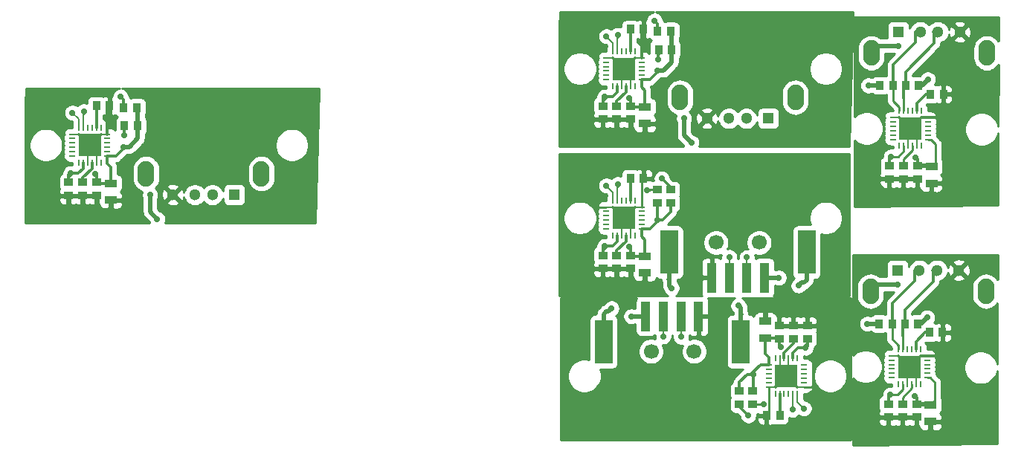
<source format=gtl>
G04 #@! TF.GenerationSoftware,KiCad,Pcbnew,5.1.9-73d0e3b20d~88~ubuntu18.04.1*
G04 #@! TF.CreationDate,2021-03-21T23:49:59-07:00*
G04 #@! TF.ProjectId,accelgyro_mpu6050_d2r2_4x4,61636365-6c67-4797-926f-5f6d70753630,rev?*
G04 #@! TF.SameCoordinates,Original*
G04 #@! TF.FileFunction,Copper,L1,Top*
G04 #@! TF.FilePolarity,Positive*
%FSLAX46Y46*%
G04 Gerber Fmt 4.6, Leading zero omitted, Abs format (unit mm)*
G04 Created by KiCad (PCBNEW 5.1.9-73d0e3b20d~88~ubuntu18.04.1) date 2021-03-21 23:49:59*
%MOMM*%
%LPD*%
G01*
G04 APERTURE LIST*
G04 #@! TA.AperFunction,ComponentPad*
%ADD10R,1.300000X1.300000*%
G04 #@! TD*
G04 #@! TA.AperFunction,ComponentPad*
%ADD11C,1.300000*%
G04 #@! TD*
G04 #@! TA.AperFunction,ComponentPad*
%ADD12O,1.900000X2.900000*%
G04 #@! TD*
G04 #@! TA.AperFunction,SMDPad,CuDef*
%ADD13R,0.899160X1.000760*%
G04 #@! TD*
G04 #@! TA.AperFunction,SMDPad,CuDef*
%ADD14R,1.397000X0.889000*%
G04 #@! TD*
G04 #@! TA.AperFunction,SMDPad,CuDef*
%ADD15R,1.000760X0.899160*%
G04 #@! TD*
G04 #@! TA.AperFunction,SMDPad,CuDef*
%ADD16R,2.499360X2.499360*%
G04 #@! TD*
G04 #@! TA.AperFunction,SMDPad,CuDef*
%ADD17O,0.800100X0.248920*%
G04 #@! TD*
G04 #@! TA.AperFunction,SMDPad,CuDef*
%ADD18O,0.248920X0.800100*%
G04 #@! TD*
G04 #@! TA.AperFunction,ComponentPad*
%ADD19C,0.600000*%
G04 #@! TD*
G04 #@! TA.AperFunction,WasherPad*
%ADD20C,1.700000*%
G04 #@! TD*
G04 #@! TA.AperFunction,SMDPad,CuDef*
%ADD21R,1.120000X3.390000*%
G04 #@! TD*
G04 #@! TA.AperFunction,SMDPad,CuDef*
%ADD22R,2.000000X5.000000*%
G04 #@! TD*
G04 #@! TA.AperFunction,ViaPad*
%ADD23C,0.700000*%
G04 #@! TD*
G04 #@! TA.AperFunction,Conductor*
%ADD24C,0.500000*%
G04 #@! TD*
G04 #@! TA.AperFunction,Conductor*
%ADD25C,0.200000*%
G04 #@! TD*
G04 #@! TA.AperFunction,Conductor*
%ADD26C,0.300000*%
G04 #@! TD*
G04 #@! TA.AperFunction,Conductor*
%ADD27C,0.250000*%
G04 #@! TD*
G04 #@! TA.AperFunction,NonConductor*
%ADD28C,0.254000*%
G04 #@! TD*
G04 #@! TA.AperFunction,NonConductor*
%ADD29C,0.150000*%
G04 #@! TD*
G04 #@! TA.AperFunction,Conductor*
%ADD30C,0.254000*%
G04 #@! TD*
G04 #@! TA.AperFunction,Conductor*
%ADD31C,0.150000*%
G04 #@! TD*
G04 APERTURE END LIST*
D10*
X122650000Y-62900000D03*
D11*
X125150000Y-62900000D03*
X127150000Y-62900000D03*
X129650000Y-62900000D03*
D12*
X119580000Y-65300000D03*
X132720000Y-65300000D03*
D13*
X123473160Y-69000000D03*
X124976840Y-69000000D03*
D14*
X126425000Y-78247500D03*
X126425000Y-80152500D03*
D13*
X127776840Y-70000000D03*
X126273160Y-70000000D03*
D15*
X123225000Y-79651840D03*
X123225000Y-78148160D03*
X124825000Y-79651840D03*
X124825000Y-78148160D03*
X121625000Y-79651840D03*
X121625000Y-78148160D03*
D13*
X120573160Y-69000000D03*
X122076840Y-69000000D03*
D16*
X124025000Y-73900000D03*
D17*
X122026020Y-72650320D03*
X122026020Y-73150700D03*
X122026020Y-73651080D03*
X122026020Y-74148920D03*
X122026020Y-74649300D03*
X122026020Y-75149680D03*
D18*
X122775320Y-75898980D03*
X123275700Y-75898980D03*
X123776080Y-75898980D03*
X124273920Y-75898980D03*
X124774300Y-75898980D03*
X125274680Y-75898980D03*
D17*
X126023980Y-75149680D03*
X126023980Y-74649300D03*
X126023980Y-74148920D03*
X126023980Y-73651080D03*
X126023980Y-73150700D03*
X126023980Y-72650320D03*
D18*
X125274680Y-71901020D03*
X124774300Y-71901020D03*
X124273920Y-71901020D03*
X123776080Y-71901020D03*
X123275700Y-71901020D03*
X122775320Y-71901020D03*
D19*
X124025000Y-73900000D03*
X124787000Y-73138000D03*
X123263000Y-73138000D03*
X124787000Y-74662000D03*
X123263000Y-74662000D03*
D20*
X106800000Y-86900000D03*
D21*
X103400000Y-90900000D03*
X105400000Y-90900000D03*
X107400000Y-90900000D03*
X101400000Y-90900000D03*
D20*
X101900000Y-86900000D03*
D22*
X112200000Y-88000000D03*
X96600000Y-88000000D03*
D15*
X90600000Y-88348160D03*
X90600000Y-89851840D03*
D13*
X92148160Y-79600000D03*
X93651840Y-79600000D03*
D15*
X89000000Y-88348160D03*
X89000000Y-89851840D03*
X95212000Y-82387840D03*
X95212000Y-80884160D03*
D14*
X93800000Y-90352500D03*
X93800000Y-88447500D03*
D15*
X92200000Y-88348160D03*
X92200000Y-89851840D03*
D19*
X90638000Y-84862000D03*
X92162000Y-84862000D03*
X90638000Y-83338000D03*
X92162000Y-83338000D03*
X91400000Y-84100000D03*
D18*
X90150320Y-82101020D03*
X90650700Y-82101020D03*
X91151080Y-82101020D03*
X91648920Y-82101020D03*
X92149300Y-82101020D03*
X92649680Y-82101020D03*
D17*
X93398980Y-82850320D03*
X93398980Y-83350700D03*
X93398980Y-83851080D03*
X93398980Y-84348920D03*
X93398980Y-84849300D03*
X93398980Y-85349680D03*
D18*
X92649680Y-86098980D03*
X92149300Y-86098980D03*
X91648920Y-86098980D03*
X91151080Y-86098980D03*
X90650700Y-86098980D03*
X90150320Y-86098980D03*
D17*
X89401020Y-85349680D03*
X89401020Y-84849300D03*
X89401020Y-84348920D03*
X89401020Y-83851080D03*
X89401020Y-83350700D03*
X89401020Y-82850320D03*
D16*
X91400000Y-84100000D03*
D15*
X96736000Y-80884160D03*
X96736000Y-82387840D03*
D16*
X30600000Y-75800000D03*
D17*
X28601020Y-74550320D03*
X28601020Y-75050700D03*
X28601020Y-75551080D03*
X28601020Y-76048920D03*
X28601020Y-76549300D03*
X28601020Y-77049680D03*
D18*
X29350320Y-77798980D03*
X29850700Y-77798980D03*
X30351080Y-77798980D03*
X30848920Y-77798980D03*
X31349300Y-77798980D03*
X31849680Y-77798980D03*
D17*
X32598980Y-77049680D03*
X32598980Y-76549300D03*
X32598980Y-76048920D03*
X32598980Y-75551080D03*
X32598980Y-75050700D03*
X32598980Y-74550320D03*
D18*
X31849680Y-73801020D03*
X31349300Y-73801020D03*
X30848920Y-73801020D03*
X30351080Y-73801020D03*
X29850700Y-73801020D03*
X29350320Y-73801020D03*
D19*
X30600000Y-75800000D03*
X31362000Y-75038000D03*
X29838000Y-75038000D03*
X31362000Y-76562000D03*
X29838000Y-76562000D03*
D15*
X29800000Y-81551840D03*
X29800000Y-80048160D03*
X28200000Y-81551840D03*
X28200000Y-80048160D03*
D14*
X33000000Y-80147500D03*
X33000000Y-82052500D03*
D13*
X35951840Y-71500000D03*
X34448160Y-71500000D03*
D10*
X47056000Y-81448000D03*
D11*
X44556000Y-81448000D03*
X42556000Y-81448000D03*
X40056000Y-81448000D03*
D12*
X50126000Y-79048000D03*
X36986000Y-79048000D03*
D13*
X32851840Y-71300000D03*
X31348160Y-71300000D03*
D15*
X31400000Y-81551840D03*
X31400000Y-80048160D03*
D13*
X34548160Y-73600000D03*
X36051840Y-73600000D03*
D15*
X92200000Y-71348160D03*
X92200000Y-72851840D03*
D19*
X90638000Y-67862000D03*
X92162000Y-67862000D03*
X90638000Y-66338000D03*
X92162000Y-66338000D03*
X91400000Y-67100000D03*
D18*
X90150320Y-65101020D03*
X90650700Y-65101020D03*
X91151080Y-65101020D03*
X91648920Y-65101020D03*
X92149300Y-65101020D03*
X92649680Y-65101020D03*
D17*
X93398980Y-65850320D03*
X93398980Y-66350700D03*
X93398980Y-66851080D03*
X93398980Y-67348920D03*
X93398980Y-67849300D03*
X93398980Y-68349680D03*
D18*
X92649680Y-69098980D03*
X92149300Y-69098980D03*
X91648920Y-69098980D03*
X91151080Y-69098980D03*
X90650700Y-69098980D03*
X90150320Y-69098980D03*
D17*
X89401020Y-68349680D03*
X89401020Y-67849300D03*
X89401020Y-67348920D03*
X89401020Y-66851080D03*
X89401020Y-66350700D03*
X89401020Y-65850320D03*
D16*
X91400000Y-67100000D03*
D15*
X90600000Y-71348160D03*
X90600000Y-72851840D03*
D13*
X95248160Y-62800000D03*
X96751840Y-62800000D03*
D15*
X89000000Y-71348160D03*
X89000000Y-72851840D03*
D14*
X93800000Y-73352500D03*
X93800000Y-71447500D03*
D12*
X97786000Y-70348000D03*
X110926000Y-70348000D03*
D11*
X100856000Y-72748000D03*
X103356000Y-72748000D03*
X105356000Y-72748000D03*
D10*
X107856000Y-72748000D03*
D13*
X96851840Y-64900000D03*
X95348160Y-64900000D03*
X92148160Y-62600000D03*
X93651840Y-62600000D03*
D15*
X112300000Y-96348160D03*
X112300000Y-97851840D03*
D13*
X107648160Y-106600000D03*
X109151840Y-106600000D03*
D15*
X110700000Y-96348160D03*
X110700000Y-97851840D03*
X109100000Y-96348160D03*
X109100000Y-97851840D03*
D16*
X109900000Y-102100000D03*
D17*
X111898980Y-103349680D03*
X111898980Y-102849300D03*
X111898980Y-102348920D03*
X111898980Y-101851080D03*
X111898980Y-101350700D03*
X111898980Y-100850320D03*
D18*
X111149680Y-100101020D03*
X110649300Y-100101020D03*
X110148920Y-100101020D03*
X109651080Y-100101020D03*
X109150700Y-100101020D03*
X108650320Y-100101020D03*
D17*
X107901020Y-100850320D03*
X107901020Y-101350700D03*
X107901020Y-101851080D03*
X107901020Y-102348920D03*
X107901020Y-102849300D03*
X107901020Y-103349680D03*
D18*
X108650320Y-104098980D03*
X109150700Y-104098980D03*
X109651080Y-104098980D03*
X110148920Y-104098980D03*
X110649300Y-104098980D03*
X111149680Y-104098980D03*
D19*
X109900000Y-102100000D03*
X109138000Y-102862000D03*
X110662000Y-102862000D03*
X109138000Y-101338000D03*
X110662000Y-101338000D03*
D14*
X107500000Y-97752500D03*
X107500000Y-95847500D03*
D22*
X104700000Y-98200000D03*
X89100000Y-98200000D03*
D20*
X99400000Y-99300000D03*
D21*
X99900000Y-95300000D03*
X93900000Y-95300000D03*
X95900000Y-95300000D03*
X97900000Y-95300000D03*
D20*
X94500000Y-99300000D03*
D15*
X106088000Y-105315840D03*
X106088000Y-103812160D03*
X104564000Y-103812160D03*
X104564000Y-105315840D03*
X124725000Y-105298160D03*
X124725000Y-106801840D03*
D19*
X123163000Y-101812000D03*
X124687000Y-101812000D03*
X123163000Y-100288000D03*
X124687000Y-100288000D03*
X123925000Y-101050000D03*
D18*
X122675320Y-99051020D03*
X123175700Y-99051020D03*
X123676080Y-99051020D03*
X124173920Y-99051020D03*
X124674300Y-99051020D03*
X125174680Y-99051020D03*
D17*
X125923980Y-99800320D03*
X125923980Y-100300700D03*
X125923980Y-100801080D03*
X125923980Y-101298920D03*
X125923980Y-101799300D03*
X125923980Y-102299680D03*
D18*
X125174680Y-103048980D03*
X124674300Y-103048980D03*
X124173920Y-103048980D03*
X123676080Y-103048980D03*
X123175700Y-103048980D03*
X122675320Y-103048980D03*
D17*
X121926020Y-102299680D03*
X121926020Y-101799300D03*
X121926020Y-101298920D03*
X121926020Y-100801080D03*
X121926020Y-100300700D03*
X121926020Y-99800320D03*
D16*
X123925000Y-101050000D03*
D15*
X123125000Y-105298160D03*
X123125000Y-106801840D03*
D13*
X121976840Y-96150000D03*
X120473160Y-96150000D03*
D15*
X121525000Y-105298160D03*
X121525000Y-106801840D03*
D14*
X126325000Y-107302500D03*
X126325000Y-105397500D03*
D12*
X132620000Y-92450000D03*
X119480000Y-92450000D03*
D11*
X129550000Y-90050000D03*
X127050000Y-90050000D03*
X125050000Y-90050000D03*
D10*
X122550000Y-90050000D03*
D13*
X124876840Y-96150000D03*
X123373160Y-96150000D03*
X126173160Y-97150000D03*
X127676840Y-97150000D03*
D23*
X95300000Y-66000000D03*
X90700000Y-63250000D03*
X89400000Y-63400000D03*
X94900000Y-61600000D03*
X92000000Y-70400000D03*
X89200000Y-70300000D03*
X95200000Y-67300000D03*
X99080000Y-75500000D03*
X98260000Y-72764000D03*
X29900000Y-71950000D03*
X34500000Y-74700000D03*
X31200000Y-79100000D03*
X34400000Y-76000000D03*
X34100000Y-70300000D03*
X28400000Y-79000000D03*
X38280000Y-84200000D03*
X28600000Y-72100000D03*
X37460000Y-81464000D03*
X90700000Y-80250000D03*
X94000000Y-80900000D03*
X103400000Y-88550000D03*
X105400000Y-88600000D03*
X95720000Y-79604000D03*
X89400000Y-80400000D03*
X109050000Y-90900000D03*
X92000000Y-87400000D03*
X95200000Y-84300000D03*
X89200000Y-87300000D03*
X96850000Y-92100000D03*
X111300000Y-91800000D03*
X119225000Y-69000000D03*
X126025000Y-68300000D03*
X121825000Y-77100000D03*
X124625000Y-77200000D03*
X122625000Y-64500000D03*
X97900000Y-97650000D03*
X110600000Y-105950000D03*
X107300000Y-105300000D03*
X95900000Y-97600000D03*
X111900000Y-105800000D03*
X105580000Y-106596000D03*
X106100000Y-101900000D03*
X109300000Y-98800000D03*
X112100000Y-98900000D03*
X92250000Y-95300000D03*
X124525000Y-104350000D03*
X121725000Y-104250000D03*
X125925000Y-95450000D03*
X119125000Y-96150000D03*
X104450000Y-94100000D03*
X90000000Y-94400000D03*
X122525000Y-91650000D03*
D24*
X92200000Y-74300000D02*
X92200000Y-72851840D01*
X92450000Y-74550000D02*
X92200000Y-74300000D01*
D25*
X93398980Y-65850320D02*
X92798930Y-65850320D01*
X90150320Y-65850320D02*
X90638000Y-66338000D01*
D24*
X90850000Y-74550000D02*
X90600000Y-74300000D01*
X92950000Y-74550000D02*
X91700000Y-74550000D01*
D25*
X89401020Y-65850320D02*
X90150320Y-65850320D01*
X91151080Y-67348920D02*
X91400000Y-67100000D01*
D24*
X91700000Y-74550000D02*
X89650000Y-74550000D01*
X90600000Y-74300000D02*
X90600000Y-72851840D01*
D26*
X93398980Y-65850320D02*
X93398980Y-62852860D01*
D24*
X91700000Y-74550000D02*
X90850000Y-74550000D01*
X89000000Y-73900000D02*
X89000000Y-72851840D01*
D25*
X92798930Y-65850320D02*
X91549250Y-67100000D01*
X91549250Y-67100000D02*
X91400000Y-67100000D01*
X92149300Y-69098980D02*
X92149300Y-67849300D01*
D26*
X92649680Y-65850320D02*
X91400000Y-67100000D01*
D25*
X91151080Y-69098980D02*
X91151080Y-67348920D01*
X92149300Y-67849300D02*
X91400000Y-67100000D01*
D24*
X93800000Y-74297000D02*
X93800000Y-73352500D01*
X93800000Y-74297000D02*
X93547000Y-74550000D01*
D26*
X90150320Y-65850320D02*
X91400000Y-67100000D01*
D24*
X92950000Y-74550000D02*
X92450000Y-74550000D01*
X93547000Y-74550000D02*
X92950000Y-74550000D01*
D26*
X93398980Y-62852860D02*
X93651840Y-62600000D01*
D24*
X89650000Y-74550000D02*
X89000000Y-73900000D01*
D26*
X95348160Y-64900000D02*
X95300000Y-66000000D01*
D25*
X90650700Y-63999300D02*
X90650700Y-65101020D01*
X90700000Y-63250000D02*
X90650700Y-63999300D01*
D26*
X95248160Y-61948160D02*
X94900000Y-61600000D01*
X95248160Y-62800000D02*
X95248160Y-61948160D01*
D25*
X90150320Y-64150320D02*
X90150320Y-65101020D01*
X89400000Y-63400000D02*
X90150320Y-64150320D01*
D26*
X94350320Y-68349680D02*
X95300000Y-67400000D01*
X93800000Y-69600000D02*
X93800000Y-71447500D01*
D24*
X96851840Y-66348160D02*
X96851840Y-64900000D01*
D26*
X89000000Y-70500000D02*
X89200000Y-70300000D01*
X89000000Y-71348160D02*
X89000000Y-70500000D01*
X93398980Y-68349680D02*
X94350320Y-68349680D01*
X93398980Y-68349680D02*
X93398980Y-69198980D01*
X89000000Y-70800000D02*
X89000000Y-71348160D01*
X89500000Y-70300000D02*
X89000000Y-70800000D01*
X90650700Y-69749300D02*
X90100000Y-70300000D01*
X93800000Y-71447500D02*
X92299340Y-71447500D01*
X92000000Y-70400000D02*
X92200000Y-70600000D01*
X92200000Y-70600000D02*
X92200000Y-71348160D01*
D24*
X96851840Y-64900000D02*
X96851840Y-62900000D01*
X96851840Y-62900000D02*
X96751840Y-62800000D01*
D26*
X90650700Y-69098980D02*
X90650700Y-69749300D01*
X93398980Y-69198980D02*
X93800000Y-69600000D01*
D24*
X95900000Y-67300000D02*
X96851840Y-66348160D01*
D26*
X90100000Y-70300000D02*
X89500000Y-70300000D01*
D24*
X95200000Y-67300000D02*
X95900000Y-67300000D01*
D26*
X92299340Y-71447500D02*
X92200000Y-71348160D01*
X92149300Y-65101020D02*
X92149300Y-62601140D01*
X92149300Y-62601140D02*
X92148160Y-62600000D01*
X91648920Y-69098980D02*
X91648920Y-69751080D01*
X91648920Y-69751080D02*
X90600000Y-70800000D01*
X90600000Y-70800000D02*
X90600000Y-71348160D01*
D24*
X98260000Y-72764000D02*
X98260000Y-74680000D01*
X98260000Y-74680000D02*
X99080000Y-75500000D01*
D26*
X34548160Y-73600000D02*
X34500000Y-74700000D01*
X31349300Y-73801020D02*
X31349300Y-71301140D01*
X33550320Y-77049680D02*
X34500000Y-76100000D01*
X33000000Y-78300000D02*
X33000000Y-80147500D01*
X34448160Y-71500000D02*
X34448160Y-70648160D01*
D24*
X28200000Y-82600000D02*
X28200000Y-81551840D01*
X36051840Y-75048160D02*
X36051840Y-73600000D01*
X32150000Y-83250000D02*
X30900000Y-83250000D01*
D25*
X28600000Y-72100000D02*
X29350320Y-72850320D01*
D24*
X30050000Y-83250000D02*
X29800000Y-83000000D01*
D25*
X29850700Y-72699300D02*
X29850700Y-73801020D01*
X29350320Y-72850320D02*
X29350320Y-73801020D01*
X31349300Y-76549300D02*
X30600000Y-75800000D01*
D26*
X31200000Y-79100000D02*
X31400000Y-79300000D01*
X32598980Y-74550320D02*
X32598980Y-71552860D01*
D24*
X33000000Y-82997000D02*
X33000000Y-82052500D01*
D25*
X30351080Y-77798980D02*
X30351080Y-76048920D01*
X31998930Y-74550320D02*
X30749250Y-75800000D01*
X30351080Y-76048920D02*
X30600000Y-75800000D01*
D26*
X31400000Y-79300000D02*
X31400000Y-80048160D01*
X31349300Y-71301140D02*
X31348160Y-71300000D01*
X30848920Y-77798980D02*
X30848920Y-78451080D01*
D25*
X30749250Y-75800000D02*
X30600000Y-75800000D01*
D26*
X29300000Y-79000000D02*
X28700000Y-79000000D01*
X30848920Y-78451080D02*
X29800000Y-79500000D01*
X31849680Y-74550320D02*
X30600000Y-75800000D01*
D24*
X28850000Y-83250000D02*
X28200000Y-82600000D01*
D26*
X29350320Y-74550320D02*
X30600000Y-75800000D01*
D25*
X28601020Y-74550320D02*
X29350320Y-74550320D01*
D24*
X36051840Y-73600000D02*
X36051840Y-71600000D01*
D26*
X29850700Y-77798980D02*
X29850700Y-78449300D01*
D24*
X35100000Y-76000000D02*
X36051840Y-75048160D01*
D26*
X33000000Y-80147500D02*
X31499340Y-80147500D01*
X28700000Y-79000000D02*
X28200000Y-79500000D01*
X32598980Y-77898980D02*
X33000000Y-78300000D01*
X28200000Y-80048160D02*
X28200000Y-79200000D01*
X28200000Y-79500000D02*
X28200000Y-80048160D01*
D25*
X29900000Y-71950000D02*
X29850700Y-72699300D01*
D24*
X31400000Y-83000000D02*
X31400000Y-81551840D01*
D25*
X29350320Y-74550320D02*
X29838000Y-75038000D01*
D26*
X29800000Y-79500000D02*
X29800000Y-80048160D01*
D25*
X32598980Y-74550320D02*
X31998930Y-74550320D01*
D24*
X32150000Y-83250000D02*
X31650000Y-83250000D01*
X37460000Y-81464000D02*
X37460000Y-83380000D01*
X36051840Y-71600000D02*
X35951840Y-71500000D01*
D26*
X29850700Y-78449300D02*
X29300000Y-79000000D01*
D24*
X30900000Y-83250000D02*
X28850000Y-83250000D01*
X31650000Y-83250000D02*
X31400000Y-83000000D01*
X30900000Y-83250000D02*
X30050000Y-83250000D01*
D26*
X34448160Y-70648160D02*
X34100000Y-70300000D01*
X31499340Y-80147500D02*
X31400000Y-80048160D01*
D24*
X37460000Y-83380000D02*
X38280000Y-84200000D01*
D25*
X31349300Y-77798980D02*
X31349300Y-76549300D01*
D26*
X32598980Y-71552860D02*
X32851840Y-71300000D01*
X28200000Y-79200000D02*
X28400000Y-79000000D01*
X32598980Y-77049680D02*
X33550320Y-77049680D01*
D24*
X34400000Y-76000000D02*
X35100000Y-76000000D01*
X33000000Y-82997000D02*
X32747000Y-83250000D01*
D26*
X32598980Y-77049680D02*
X32598980Y-77898980D01*
D24*
X29800000Y-83000000D02*
X29800000Y-81551840D01*
X32747000Y-83250000D02*
X32150000Y-83250000D01*
X92950000Y-91550000D02*
X92450000Y-91550000D01*
X93547000Y-91550000D02*
X92950000Y-91550000D01*
X91700000Y-91550000D02*
X90850000Y-91550000D01*
D27*
X93398980Y-82850320D02*
X93398980Y-79852860D01*
D25*
X89401020Y-82850320D02*
X90150320Y-82850320D01*
D24*
X90850000Y-91550000D02*
X90600000Y-91300000D01*
X92450000Y-91550000D02*
X92200000Y-91300000D01*
X89650000Y-91550000D02*
X89000000Y-90900000D01*
D27*
X93398980Y-79852860D02*
X93651840Y-79600000D01*
D26*
X92649680Y-82850320D02*
X91400000Y-84100000D01*
D24*
X91700000Y-91550000D02*
X89650000Y-91550000D01*
X90600000Y-91300000D02*
X90600000Y-89851840D01*
D25*
X92149300Y-86098980D02*
X92149300Y-84849300D01*
D24*
X93800000Y-91297000D02*
X93547000Y-91550000D01*
D27*
X89401020Y-82850320D02*
X88550320Y-82850320D01*
D25*
X91151080Y-86098980D02*
X91151080Y-84348920D01*
X91151080Y-84348920D02*
X91400000Y-84100000D01*
X92149300Y-84849300D02*
X91400000Y-84100000D01*
X90150320Y-82850320D02*
X90638000Y-83338000D01*
D24*
X92200000Y-91300000D02*
X92200000Y-89851840D01*
D25*
X92798930Y-82850320D02*
X91549250Y-84100000D01*
D26*
X90150320Y-82850320D02*
X91400000Y-84100000D01*
D24*
X92950000Y-91550000D02*
X91700000Y-91550000D01*
X89000000Y-90900000D02*
X89000000Y-89851840D01*
X93800000Y-91297000D02*
X93800000Y-90352500D01*
D25*
X91549250Y-84100000D02*
X91400000Y-84100000D01*
X93398980Y-82850320D02*
X92798930Y-82850320D01*
X103400000Y-90900000D02*
X103400000Y-88550000D01*
D27*
X94000000Y-80900000D02*
X94714160Y-80884160D01*
X94714160Y-80884160D02*
X95212000Y-80884160D01*
D25*
X90700000Y-80250000D02*
X90650700Y-80999300D01*
X90650700Y-80999300D02*
X90650700Y-82101020D01*
X105400000Y-90900000D02*
X105400000Y-88600000D01*
D27*
X96736000Y-80884160D02*
X96736000Y-80620000D01*
D25*
X90150320Y-81150320D02*
X90150320Y-82101020D01*
D27*
X96736000Y-80620000D02*
X95720000Y-79604000D01*
D25*
X89400000Y-80400000D02*
X90150320Y-81150320D01*
D26*
X90650700Y-86749300D02*
X90100000Y-87300000D01*
X90650700Y-86098980D02*
X90650700Y-86749300D01*
X95200000Y-84300000D02*
X95850000Y-84300000D01*
X96736000Y-83414000D02*
X96736000Y-82387840D01*
X89500000Y-87300000D02*
X89000000Y-87800000D01*
X93398980Y-85349680D02*
X93398980Y-86198980D01*
X95200000Y-82424278D02*
X95224219Y-82400059D01*
X89000000Y-88348160D02*
X89000000Y-87500000D01*
X92000000Y-87400000D02*
X92200000Y-87600000D01*
X92200000Y-87600000D02*
X92200000Y-88348160D01*
X89000000Y-87500000D02*
X89200000Y-87300000D01*
X93398980Y-85349680D02*
X94350320Y-85349680D01*
X93800000Y-86600000D02*
X93800000Y-88447500D01*
X93398980Y-86198980D02*
X93800000Y-86600000D01*
X90100000Y-87300000D02*
X89500000Y-87300000D01*
X95200000Y-84300000D02*
X95200000Y-82424278D01*
D24*
X107400000Y-90900000D02*
X109050000Y-90900000D01*
D26*
X92299340Y-88447500D02*
X92200000Y-88348160D01*
X95850000Y-84300000D02*
X96736000Y-83414000D01*
X94350320Y-85349680D02*
X95300000Y-84400000D01*
X89000000Y-87800000D02*
X89000000Y-88348160D01*
X93800000Y-88447500D02*
X92299340Y-88447500D01*
X92149300Y-82101020D02*
X92149300Y-79601140D01*
X92149300Y-79601140D02*
X92148160Y-79600000D01*
X91648920Y-86098980D02*
X91648920Y-86751080D01*
X90600000Y-87800000D02*
X90600000Y-88348160D01*
X91648920Y-86751080D02*
X90600000Y-87800000D01*
D24*
X111300000Y-91800000D02*
X111649999Y-91450001D01*
X112200000Y-91150002D02*
X112200000Y-88000000D01*
X96600000Y-91000000D02*
X96510010Y-91089990D01*
X111649999Y-91450001D02*
X111900001Y-91450001D01*
X111900001Y-91450001D02*
X112200000Y-91150002D01*
X96600000Y-88000000D02*
X96600000Y-91000000D01*
X96600000Y-91000000D02*
X96600000Y-91850000D01*
X96600000Y-91850000D02*
X96850000Y-92100000D01*
X126172000Y-81350000D02*
X125575000Y-81350000D01*
X124825000Y-81100000D02*
X124825000Y-79651840D01*
X123225000Y-81100000D02*
X123225000Y-79651840D01*
D25*
X123776080Y-74148920D02*
X124025000Y-73900000D01*
X122775320Y-72650320D02*
X123263000Y-73138000D01*
D26*
X126574680Y-72650320D02*
X127274680Y-72650320D01*
D24*
X126425000Y-81097000D02*
X126425000Y-80152500D01*
D26*
X126023980Y-72650320D02*
X126574680Y-72650320D01*
X126023980Y-72650320D02*
X125274680Y-72650320D01*
D24*
X122275000Y-81350000D02*
X121625000Y-80700000D01*
X125075000Y-81350000D02*
X124825000Y-81100000D01*
X124325000Y-81350000D02*
X122275000Y-81350000D01*
X125575000Y-81350000D02*
X124325000Y-81350000D01*
X126425000Y-81097000D02*
X126172000Y-81350000D01*
X121625000Y-80700000D02*
X121625000Y-79651840D01*
D26*
X125274680Y-72650320D02*
X124025000Y-73900000D01*
X122775320Y-72650320D02*
X124025000Y-73900000D01*
D25*
X122026020Y-72650320D02*
X122775320Y-72650320D01*
X124774300Y-75898980D02*
X124774300Y-74649300D01*
D24*
X123475000Y-81350000D02*
X123225000Y-81100000D01*
X125575000Y-81350000D02*
X125075000Y-81350000D01*
D25*
X123776080Y-75898980D02*
X123776080Y-74148920D01*
D24*
X124325000Y-81350000D02*
X123475000Y-81350000D01*
D25*
X124774300Y-74649300D02*
X124025000Y-73900000D01*
D26*
X126725000Y-64200000D02*
X126725000Y-63000000D01*
D25*
X123275700Y-70799300D02*
X123275700Y-71901020D01*
D26*
X123473160Y-67451840D02*
X126725000Y-64200000D01*
D27*
X123275700Y-70799300D02*
X123275700Y-70401140D01*
D26*
X123473160Y-69000000D02*
X123473160Y-67451840D01*
D27*
X123275700Y-71901020D02*
X123275700Y-70401140D01*
D26*
X126725000Y-63000000D02*
X126625000Y-62900000D01*
X123275700Y-70401140D02*
X123275700Y-69197460D01*
X123275700Y-69197460D02*
X123473160Y-69000000D01*
D27*
X122775320Y-71901020D02*
X122775320Y-71450320D01*
X122775320Y-71450320D02*
X122076840Y-70751840D01*
D26*
X124625000Y-64100000D02*
X124625000Y-62900000D01*
X122076840Y-66648160D02*
X124625000Y-64100000D01*
D27*
X122076840Y-70751840D02*
X122076840Y-69000000D01*
D26*
X122076840Y-69000000D02*
X122076840Y-66648160D01*
X124625000Y-77200000D02*
X124825000Y-77400000D01*
D27*
X122625000Y-77100000D02*
X121825000Y-77100000D01*
D24*
X125325000Y-69000000D02*
X126025000Y-68300000D01*
D27*
X126925000Y-75700000D02*
X126925000Y-77747500D01*
X123275700Y-76449300D02*
X122625000Y-77100000D01*
X126925000Y-77747500D02*
X126425000Y-78247500D01*
D24*
X124976840Y-69000000D02*
X125325000Y-69000000D01*
X124825000Y-78148160D02*
X126325660Y-78148160D01*
D27*
X126374680Y-75149680D02*
X126925000Y-75700000D01*
D24*
X126325660Y-78148160D02*
X126425000Y-78247500D01*
X120573160Y-69000000D02*
X119225000Y-69000000D01*
D26*
X121625000Y-78148160D02*
X121625000Y-77300000D01*
X121625000Y-77300000D02*
X121825000Y-77100000D01*
D27*
X123275700Y-75898980D02*
X123275700Y-76449300D01*
X126023980Y-75149680D02*
X126374680Y-75149680D01*
D26*
X124825000Y-77400000D02*
X124825000Y-78148160D01*
X125825000Y-70000000D02*
X126273160Y-70000000D01*
X124774300Y-71901020D02*
X124774300Y-71050700D01*
X124774300Y-71050700D02*
X125825000Y-70000000D01*
D27*
X123225000Y-77400000D02*
X123225000Y-78148160D01*
X124273920Y-76351080D02*
X123225000Y-77400000D01*
X124273920Y-75898980D02*
X124273920Y-76351080D01*
D24*
X122625000Y-64500000D02*
X119855000Y-64500000D01*
X119855000Y-64500000D02*
X119055000Y-65300000D01*
D26*
X108650320Y-103349680D02*
X109900000Y-102100000D01*
X111149680Y-103349680D02*
X109900000Y-102100000D01*
D25*
X109750750Y-102100000D02*
X109900000Y-102100000D01*
X108501070Y-103349680D02*
X109750750Y-102100000D01*
X107901020Y-103349680D02*
X108501070Y-103349680D01*
X111149680Y-103349680D02*
X110662000Y-102862000D01*
X111898980Y-103349680D02*
X111149680Y-103349680D01*
X110148920Y-101851080D02*
X109900000Y-102100000D01*
X110148920Y-100101020D02*
X110148920Y-101851080D01*
X109150700Y-101350700D02*
X109900000Y-102100000D01*
X109150700Y-100101020D02*
X109150700Y-101350700D01*
D24*
X107500000Y-94903000D02*
X107500000Y-95847500D01*
X107500000Y-94903000D02*
X107753000Y-94650000D01*
X109100000Y-94900000D02*
X109100000Y-96348160D01*
X108850000Y-94650000D02*
X109100000Y-94900000D01*
X108350000Y-94650000D02*
X108850000Y-94650000D01*
X107753000Y-94650000D02*
X108350000Y-94650000D01*
X110700000Y-94900000D02*
X110700000Y-96348160D01*
X110450000Y-94650000D02*
X110700000Y-94900000D01*
X109600000Y-94650000D02*
X110450000Y-94650000D01*
X109600000Y-94650000D02*
X111650000Y-94650000D01*
X108350000Y-94650000D02*
X109600000Y-94650000D01*
X112300000Y-95300000D02*
X112300000Y-96348160D01*
X111650000Y-94650000D02*
X112300000Y-95300000D01*
D27*
X107901020Y-106347140D02*
X107648160Y-106600000D01*
X107901020Y-103349680D02*
X107901020Y-106347140D01*
X111898980Y-103349680D02*
X112749680Y-103349680D01*
D24*
X124725000Y-108250000D02*
X124725000Y-106801840D01*
X124975000Y-108500000D02*
X124725000Y-108250000D01*
D25*
X122675320Y-99800320D02*
X123163000Y-100288000D01*
D24*
X123375000Y-108500000D02*
X123125000Y-108250000D01*
X125475000Y-108500000D02*
X124225000Y-108500000D01*
D25*
X121926020Y-99800320D02*
X122675320Y-99800320D01*
X123676080Y-101298920D02*
X123925000Y-101050000D01*
D24*
X124225000Y-108500000D02*
X122175000Y-108500000D01*
X123125000Y-108250000D02*
X123125000Y-106801840D01*
X124225000Y-108500000D02*
X123375000Y-108500000D01*
X121525000Y-107850000D02*
X121525000Y-106801840D01*
D25*
X124674300Y-103048980D02*
X124674300Y-101799300D01*
X123676080Y-103048980D02*
X123676080Y-101298920D01*
X124674300Y-101799300D02*
X123925000Y-101050000D01*
D24*
X126325000Y-108247000D02*
X126325000Y-107302500D01*
X126325000Y-108247000D02*
X126072000Y-108500000D01*
D26*
X122675320Y-99800320D02*
X123925000Y-101050000D01*
D24*
X125475000Y-108500000D02*
X124975000Y-108500000D01*
X126072000Y-108500000D02*
X125475000Y-108500000D01*
X122175000Y-108500000D02*
X121525000Y-107850000D01*
D26*
X125174680Y-99800320D02*
X123925000Y-101050000D01*
X125923980Y-99800320D02*
X125174680Y-99800320D01*
X125923980Y-99800320D02*
X126474680Y-99800320D01*
X126474680Y-99800320D02*
X127174680Y-99800320D01*
D25*
X97900000Y-95300000D02*
X97900000Y-97650000D01*
X110600000Y-105950000D02*
X110649300Y-105200700D01*
X110649300Y-105200700D02*
X110649300Y-104098980D01*
D27*
X106585840Y-105315840D02*
X106088000Y-105315840D01*
X107300000Y-105300000D02*
X106585840Y-105315840D01*
D25*
X123175700Y-97949300D02*
X123175700Y-99051020D01*
D27*
X123175700Y-97949300D02*
X123175700Y-97551140D01*
X123175700Y-99051020D02*
X123175700Y-97551140D01*
D26*
X123175700Y-96347460D02*
X123373160Y-96150000D01*
X123175700Y-97551140D02*
X123175700Y-96347460D01*
X123373160Y-96150000D02*
X123373160Y-94601840D01*
X123373160Y-94601840D02*
X126625000Y-91350000D01*
X126625000Y-90150000D02*
X126525000Y-90050000D01*
X126625000Y-91350000D02*
X126625000Y-90150000D01*
D25*
X95900000Y-95300000D02*
X95900000Y-97600000D01*
X111149680Y-105049680D02*
X111149680Y-104098980D01*
X111900000Y-105800000D02*
X111149680Y-105049680D01*
D27*
X104564000Y-105315840D02*
X104564000Y-105580000D01*
X104564000Y-105580000D02*
X105580000Y-106596000D01*
X122675320Y-99051020D02*
X122675320Y-98600320D01*
X121976840Y-97901840D02*
X121976840Y-96150000D01*
X122675320Y-98600320D02*
X121976840Y-97901840D01*
D26*
X121976840Y-96150000D02*
X121976840Y-93798160D01*
X124525000Y-91250000D02*
X124525000Y-90050000D01*
X121976840Y-93798160D02*
X124525000Y-91250000D01*
X112300000Y-97851840D02*
X112300000Y-98700000D01*
X109100000Y-98600000D02*
X109100000Y-97851840D01*
X109300000Y-98800000D02*
X109100000Y-98600000D01*
X112300000Y-98700000D02*
X112100000Y-98900000D01*
X107901020Y-100850320D02*
X106949680Y-100850320D01*
X106949680Y-100850320D02*
X106000000Y-101800000D01*
X112300000Y-98400000D02*
X112300000Y-97851840D01*
X111800000Y-98900000D02*
X112300000Y-98400000D01*
X111200000Y-98900000D02*
X111800000Y-98900000D01*
X110649300Y-99450700D02*
X111200000Y-98900000D01*
X110649300Y-100101020D02*
X110649300Y-99450700D01*
X109000660Y-97752500D02*
X109100000Y-97851840D01*
X107500000Y-97752500D02*
X109000660Y-97752500D01*
X107500000Y-99600000D02*
X107500000Y-97752500D01*
X107901020Y-100001020D02*
X107500000Y-99600000D01*
X107901020Y-100850320D02*
X107901020Y-100001020D01*
D24*
X93900000Y-95300000D02*
X92250000Y-95300000D01*
D26*
X106100000Y-103775722D02*
X106075781Y-103799941D01*
X106100000Y-101900000D02*
X106100000Y-103775722D01*
X106100000Y-101900000D02*
X105450000Y-101900000D01*
X104564000Y-102786000D02*
X104564000Y-103812160D01*
X105450000Y-101900000D02*
X104564000Y-102786000D01*
X121525000Y-104450000D02*
X121725000Y-104250000D01*
X121525000Y-105298160D02*
X121525000Y-104450000D01*
X124525000Y-104350000D02*
X124725000Y-104550000D01*
X124725000Y-104550000D02*
X124725000Y-105298160D01*
D24*
X126225660Y-105298160D02*
X126325000Y-105397500D01*
X124725000Y-105298160D02*
X126225660Y-105298160D01*
X124876840Y-96150000D02*
X125225000Y-96150000D01*
X125225000Y-96150000D02*
X125925000Y-95450000D01*
X120473160Y-96150000D02*
X119125000Y-96150000D01*
D27*
X123175700Y-103048980D02*
X123175700Y-103599300D01*
X122525000Y-104250000D02*
X121725000Y-104250000D01*
X123175700Y-103599300D02*
X122525000Y-104250000D01*
X125923980Y-102299680D02*
X126274680Y-102299680D01*
X126274680Y-102299680D02*
X126825000Y-102850000D01*
X126825000Y-104897500D02*
X126325000Y-105397500D01*
X126825000Y-102850000D02*
X126825000Y-104897500D01*
D26*
X109150700Y-106598860D02*
X109151840Y-106600000D01*
X109150700Y-104098980D02*
X109150700Y-106598860D01*
X124674300Y-99051020D02*
X124674300Y-98200700D01*
X125725000Y-97150000D02*
X126173160Y-97150000D01*
X124674300Y-98200700D02*
X125725000Y-97150000D01*
X110700000Y-98400000D02*
X110700000Y-97851840D01*
X109651080Y-99448920D02*
X110700000Y-98400000D01*
X109651080Y-100101020D02*
X109651080Y-99448920D01*
D27*
X124173920Y-103048980D02*
X124173920Y-103501080D01*
X123125000Y-104550000D02*
X123125000Y-105298160D01*
X124173920Y-103501080D02*
X123125000Y-104550000D01*
D24*
X104700000Y-95200000D02*
X104789990Y-95110010D01*
X104700000Y-98200000D02*
X104700000Y-95200000D01*
X104700000Y-95200000D02*
X104700000Y-94350000D01*
X104700000Y-94350000D02*
X104450000Y-94100000D01*
X89650001Y-94749999D02*
X89399999Y-94749999D01*
X90000000Y-94400000D02*
X89650001Y-94749999D01*
X89100000Y-95049998D02*
X89100000Y-98200000D01*
X89399999Y-94749999D02*
X89100000Y-95049998D01*
X119755000Y-91650000D02*
X118955000Y-92450000D01*
X122525000Y-91650000D02*
X119755000Y-91650000D01*
D28*
X94615020Y-60660546D02*
X94437217Y-60734194D01*
X94277199Y-60841115D01*
X94141115Y-60977199D01*
X94034194Y-61137217D01*
X93960546Y-61315020D01*
X93929099Y-61473111D01*
X93778840Y-61623370D01*
X93778840Y-62473000D01*
X93798840Y-62473000D01*
X93798840Y-62727000D01*
X93778840Y-62727000D01*
X93778840Y-63576630D01*
X93937590Y-63735380D01*
X94101420Y-63738452D01*
X94225902Y-63726192D01*
X94314792Y-63699228D01*
X94353079Y-63745881D01*
X94448552Y-63824233D01*
X94547137Y-63876928D01*
X94453079Y-63954119D01*
X94374727Y-64049592D01*
X94316505Y-64158517D01*
X94280653Y-64276707D01*
X94268547Y-64399620D01*
X94268547Y-65365494D01*
X94202100Y-65289409D01*
X94082535Y-65197271D01*
X93947293Y-65130229D01*
X93801570Y-65090860D01*
X93401140Y-65090860D01*
X93401140Y-64788523D01*
X93390266Y-64678118D01*
X93347297Y-64536468D01*
X93277519Y-64405922D01*
X93183613Y-64291497D01*
X93069188Y-64197591D01*
X92938642Y-64127813D01*
X92926300Y-64124069D01*
X92926300Y-63672895D01*
X92958080Y-63689882D01*
X93077778Y-63726192D01*
X93202260Y-63738452D01*
X93366090Y-63735380D01*
X93524840Y-63576630D01*
X93524840Y-62727000D01*
X93504840Y-62727000D01*
X93504840Y-62473000D01*
X93524840Y-62473000D01*
X93524840Y-61623370D01*
X93366090Y-61464620D01*
X93202260Y-61461548D01*
X93077778Y-61473808D01*
X92958080Y-61510118D01*
X92891514Y-61545699D01*
X92838843Y-61517545D01*
X92720653Y-61481693D01*
X92597740Y-61469587D01*
X91698580Y-61469587D01*
X91575667Y-61481693D01*
X91457477Y-61517545D01*
X91348552Y-61575767D01*
X91253079Y-61654119D01*
X91174727Y-61749592D01*
X91116505Y-61858517D01*
X91080653Y-61976707D01*
X91068547Y-62099620D01*
X91068547Y-62345160D01*
X90984980Y-62310546D01*
X90796226Y-62273000D01*
X90603774Y-62273000D01*
X90415020Y-62310546D01*
X90237217Y-62384194D01*
X90077199Y-62491115D01*
X89965492Y-62602822D01*
X89862783Y-62534194D01*
X89684980Y-62460546D01*
X89496226Y-62423000D01*
X89303774Y-62423000D01*
X89115020Y-62460546D01*
X88937217Y-62534194D01*
X88777199Y-62641115D01*
X88641115Y-62777199D01*
X88534194Y-62937217D01*
X88460546Y-63115020D01*
X88423000Y-63303774D01*
X88423000Y-63496226D01*
X88460546Y-63684980D01*
X88534194Y-63862783D01*
X88641115Y-64022801D01*
X88777199Y-64158885D01*
X88937217Y-64265806D01*
X89115020Y-64339454D01*
X89303774Y-64377000D01*
X89348867Y-64377000D01*
X89423320Y-64451454D01*
X89423321Y-64633329D01*
X89409734Y-64678118D01*
X89398860Y-64788523D01*
X89398860Y-65090860D01*
X88998430Y-65090860D01*
X88852707Y-65130229D01*
X88717465Y-65197271D01*
X88597900Y-65289409D01*
X88498608Y-65403103D01*
X88423405Y-65533983D01*
X88375320Y-65731514D01*
X88524720Y-65850320D01*
X88375320Y-65969126D01*
X88411198Y-66116511D01*
X88384844Y-66203388D01*
X88370335Y-66350700D01*
X88384844Y-66498012D01*
X88416052Y-66600890D01*
X88384844Y-66703768D01*
X88370335Y-66851080D01*
X88384844Y-66998392D01*
X88415666Y-67100000D01*
X88384844Y-67201608D01*
X88370335Y-67348920D01*
X88384844Y-67496232D01*
X88416052Y-67599110D01*
X88384844Y-67701988D01*
X88370335Y-67849300D01*
X88384844Y-67996612D01*
X88416052Y-68099490D01*
X88384844Y-68202368D01*
X88370335Y-68349680D01*
X88384844Y-68496992D01*
X88427813Y-68638642D01*
X88497591Y-68769188D01*
X88591497Y-68883613D01*
X88705922Y-68977519D01*
X88836468Y-69047297D01*
X88978118Y-69090266D01*
X89088523Y-69101140D01*
X89398860Y-69101140D01*
X89398860Y-69343415D01*
X89296226Y-69323000D01*
X89103774Y-69323000D01*
X88915020Y-69360546D01*
X88737217Y-69434194D01*
X88577199Y-69541115D01*
X88441115Y-69677199D01*
X88334194Y-69837217D01*
X88260546Y-70015020D01*
X88223000Y-70203774D01*
X88223000Y-70335489D01*
X88149592Y-70374727D01*
X88054119Y-70453079D01*
X87975767Y-70548552D01*
X87917545Y-70657477D01*
X87881693Y-70775667D01*
X87869587Y-70898580D01*
X87869587Y-71797740D01*
X87881693Y-71920653D01*
X87917545Y-72038843D01*
X87945699Y-72091514D01*
X87910118Y-72158080D01*
X87873808Y-72277778D01*
X87861548Y-72402260D01*
X87864620Y-72566090D01*
X88023370Y-72724840D01*
X88873000Y-72724840D01*
X88873000Y-72704840D01*
X89127000Y-72704840D01*
X89127000Y-72724840D01*
X90473000Y-72724840D01*
X90473000Y-72704840D01*
X90727000Y-72704840D01*
X90727000Y-72724840D01*
X92073000Y-72724840D01*
X92073000Y-72704840D01*
X92327000Y-72704840D01*
X92327000Y-72724840D01*
X92347000Y-72724840D01*
X92347000Y-72978840D01*
X92327000Y-72978840D01*
X92327000Y-73777670D01*
X92477811Y-73928481D01*
X92511998Y-74041180D01*
X92570963Y-74151494D01*
X92650315Y-74248185D01*
X92747006Y-74327537D01*
X92857320Y-74386502D01*
X92977018Y-74422812D01*
X93101500Y-74435072D01*
X93514250Y-74432000D01*
X93673000Y-74273250D01*
X93673000Y-73479500D01*
X93927000Y-73479500D01*
X93927000Y-74273250D01*
X94085750Y-74432000D01*
X94498500Y-74435072D01*
X94622982Y-74422812D01*
X94742680Y-74386502D01*
X94852994Y-74327537D01*
X94949685Y-74248185D01*
X95029037Y-74151494D01*
X95088002Y-74041180D01*
X95124312Y-73921482D01*
X95136572Y-73797000D01*
X95133500Y-73638250D01*
X94974750Y-73479500D01*
X93927000Y-73479500D01*
X93673000Y-73479500D01*
X93653000Y-73479500D01*
X93653000Y-73225500D01*
X93673000Y-73225500D01*
X93673000Y-73205500D01*
X93927000Y-73205500D01*
X93927000Y-73225500D01*
X94974750Y-73225500D01*
X95133500Y-73066750D01*
X95136572Y-72908000D01*
X95124312Y-72783518D01*
X95088002Y-72663820D01*
X95029037Y-72553506D01*
X94949685Y-72456815D01*
X94874150Y-72394825D01*
X94944001Y-72337501D01*
X95022353Y-72242028D01*
X95080575Y-72133103D01*
X95116427Y-72014913D01*
X95128533Y-71892000D01*
X95128533Y-71003000D01*
X95116427Y-70880087D01*
X95080575Y-70761897D01*
X95022353Y-70652972D01*
X94944001Y-70557499D01*
X94848528Y-70479147D01*
X94739603Y-70420925D01*
X94621413Y-70385073D01*
X94577000Y-70380699D01*
X94577000Y-69638163D01*
X94580759Y-69600000D01*
X94574959Y-69541115D01*
X94565757Y-69447681D01*
X94521327Y-69301216D01*
X94449177Y-69166234D01*
X94414605Y-69124108D01*
X94502639Y-69115437D01*
X94649104Y-69071007D01*
X94784086Y-68998857D01*
X94902400Y-68901760D01*
X94926732Y-68872111D01*
X95612005Y-68186839D01*
X95635758Y-68177000D01*
X95856921Y-68177000D01*
X95900000Y-68181243D01*
X95943079Y-68177000D01*
X96071922Y-68164310D01*
X96237237Y-68114162D01*
X96389592Y-68032727D01*
X96523133Y-67923133D01*
X96550596Y-67889669D01*
X97441515Y-66998751D01*
X97474973Y-66971293D01*
X97525104Y-66910207D01*
X112473000Y-66910207D01*
X112473000Y-67289793D01*
X112547053Y-67662085D01*
X112692315Y-68012777D01*
X112903201Y-68328391D01*
X113171609Y-68596799D01*
X113487223Y-68807685D01*
X113837915Y-68952947D01*
X114210207Y-69027000D01*
X114589793Y-69027000D01*
X114962085Y-68952947D01*
X115312777Y-68807685D01*
X115628391Y-68596799D01*
X115896799Y-68328391D01*
X116107685Y-68012777D01*
X116252947Y-67662085D01*
X116327000Y-67289793D01*
X116327000Y-66910207D01*
X116252947Y-66537915D01*
X116107685Y-66187223D01*
X115896799Y-65871609D01*
X115628391Y-65603201D01*
X115312777Y-65392315D01*
X114962085Y-65247053D01*
X114589793Y-65173000D01*
X114210207Y-65173000D01*
X113837915Y-65247053D01*
X113487223Y-65392315D01*
X113171609Y-65603201D01*
X112903201Y-65871609D01*
X112692315Y-66187223D01*
X112547053Y-66537915D01*
X112473000Y-66910207D01*
X97525104Y-66910207D01*
X97584567Y-66837752D01*
X97666002Y-66685397D01*
X97701835Y-66567273D01*
X97716150Y-66520083D01*
X97733083Y-66348161D01*
X97728840Y-66305081D01*
X97728840Y-65860720D01*
X97746921Y-65845881D01*
X97825273Y-65750408D01*
X97883495Y-65641483D01*
X97919347Y-65523293D01*
X97931453Y-65400380D01*
X97931453Y-64399620D01*
X97919347Y-64276707D01*
X97883495Y-64158517D01*
X97825273Y-64049592D01*
X97746921Y-63954119D01*
X97728840Y-63939280D01*
X97728840Y-63643735D01*
X97783495Y-63541483D01*
X97819347Y-63423293D01*
X97831453Y-63300380D01*
X97831453Y-62299620D01*
X97819347Y-62176707D01*
X97783495Y-62058517D01*
X97725273Y-61949592D01*
X97646921Y-61854119D01*
X97551448Y-61775767D01*
X97442523Y-61717545D01*
X97324333Y-61681693D01*
X97201420Y-61669587D01*
X96302260Y-61669587D01*
X96179347Y-61681693D01*
X96061157Y-61717545D01*
X96000071Y-61750196D01*
X95969487Y-61649376D01*
X95926569Y-61569083D01*
X95897338Y-61514395D01*
X95873282Y-61485083D01*
X95839454Y-61315020D01*
X95765806Y-61137217D01*
X95658885Y-60977199D01*
X95522801Y-60841115D01*
X95362783Y-60734194D01*
X95184980Y-60660546D01*
X95016335Y-60627000D01*
X117469702Y-60627000D01*
X117076215Y-75973000D01*
X99938979Y-75973000D01*
X99945806Y-75962783D01*
X100019454Y-75784980D01*
X100057000Y-75596226D01*
X100057000Y-75403774D01*
X100019454Y-75215020D01*
X99945806Y-75037217D01*
X99838885Y-74877199D01*
X99702801Y-74741115D01*
X99542783Y-74634194D01*
X99392006Y-74571741D01*
X99137000Y-74316735D01*
X99137000Y-73633527D01*
X100150078Y-73633527D01*
X100203466Y-73862201D01*
X100433374Y-73968095D01*
X100679524Y-74027102D01*
X100932455Y-74036952D01*
X101182449Y-73997270D01*
X101419896Y-73909578D01*
X101508534Y-73862201D01*
X101561922Y-73633527D01*
X100856000Y-72927605D01*
X100150078Y-73633527D01*
X99137000Y-73633527D01*
X99137000Y-73199758D01*
X99199454Y-73048980D01*
X99237000Y-72860226D01*
X99237000Y-72824455D01*
X99567048Y-72824455D01*
X99606730Y-73074449D01*
X99694422Y-73311896D01*
X99741799Y-73400534D01*
X99970473Y-73453922D01*
X100676395Y-72748000D01*
X101035605Y-72748000D01*
X101741527Y-73453922D01*
X101970201Y-73400534D01*
X102076095Y-73170626D01*
X102109953Y-73029386D01*
X102128074Y-73120487D01*
X102224337Y-73352886D01*
X102364089Y-73562040D01*
X102541960Y-73739911D01*
X102751114Y-73879663D01*
X102983513Y-73975926D01*
X103230226Y-74025000D01*
X103481774Y-74025000D01*
X103728487Y-73975926D01*
X103960886Y-73879663D01*
X104170040Y-73739911D01*
X104347911Y-73562040D01*
X104356000Y-73549934D01*
X104364089Y-73562040D01*
X104541960Y-73739911D01*
X104751114Y-73879663D01*
X104983513Y-73975926D01*
X105230226Y-74025000D01*
X105481774Y-74025000D01*
X105728487Y-73975926D01*
X105960886Y-73879663D01*
X106170040Y-73739911D01*
X106347911Y-73562040D01*
X106487663Y-73352886D01*
X106575967Y-73139702D01*
X106575967Y-73398000D01*
X106588073Y-73520913D01*
X106623925Y-73639103D01*
X106682147Y-73748028D01*
X106760499Y-73843501D01*
X106855972Y-73921853D01*
X106964897Y-73980075D01*
X107083087Y-74015927D01*
X107206000Y-74028033D01*
X108506000Y-74028033D01*
X108628913Y-74015927D01*
X108747103Y-73980075D01*
X108856028Y-73921853D01*
X108951501Y-73843501D01*
X109029853Y-73748028D01*
X109088075Y-73639103D01*
X109123927Y-73520913D01*
X109136033Y-73398000D01*
X109136033Y-72098000D01*
X109123927Y-71975087D01*
X109088075Y-71856897D01*
X109029853Y-71747972D01*
X108951501Y-71652499D01*
X108856028Y-71574147D01*
X108747103Y-71515925D01*
X108628913Y-71480073D01*
X108506000Y-71467967D01*
X107206000Y-71467967D01*
X107083087Y-71480073D01*
X106964897Y-71515925D01*
X106855972Y-71574147D01*
X106760499Y-71652499D01*
X106682147Y-71747972D01*
X106623925Y-71856897D01*
X106588073Y-71975087D01*
X106575967Y-72098000D01*
X106575967Y-72356298D01*
X106487663Y-72143114D01*
X106347911Y-71933960D01*
X106170040Y-71756089D01*
X105960886Y-71616337D01*
X105728487Y-71520074D01*
X105481774Y-71471000D01*
X105230226Y-71471000D01*
X104983513Y-71520074D01*
X104751114Y-71616337D01*
X104541960Y-71756089D01*
X104364089Y-71933960D01*
X104356000Y-71946066D01*
X104347911Y-71933960D01*
X104170040Y-71756089D01*
X103960886Y-71616337D01*
X103728487Y-71520074D01*
X103481774Y-71471000D01*
X103230226Y-71471000D01*
X102983513Y-71520074D01*
X102751114Y-71616337D01*
X102541960Y-71756089D01*
X102364089Y-71933960D01*
X102224337Y-72143114D01*
X102128074Y-72375513D01*
X102111327Y-72459708D01*
X102105270Y-72421551D01*
X102017578Y-72184104D01*
X101970201Y-72095466D01*
X101741527Y-72042078D01*
X101035605Y-72748000D01*
X100676395Y-72748000D01*
X99970473Y-72042078D01*
X99741799Y-72095466D01*
X99635905Y-72325374D01*
X99576898Y-72571524D01*
X99567048Y-72824455D01*
X99237000Y-72824455D01*
X99237000Y-72667774D01*
X99199454Y-72479020D01*
X99125806Y-72301217D01*
X99018885Y-72141199D01*
X98882801Y-72005115D01*
X98871275Y-71997414D01*
X98906503Y-71968503D01*
X98993519Y-71862473D01*
X100150078Y-71862473D01*
X100856000Y-72568395D01*
X101561922Y-71862473D01*
X101508534Y-71633799D01*
X101278626Y-71527905D01*
X101032476Y-71468898D01*
X100779545Y-71459048D01*
X100529551Y-71498730D01*
X100292104Y-71586422D01*
X100203466Y-71633799D01*
X100150078Y-71862473D01*
X98993519Y-71862473D01*
X99103572Y-71728373D01*
X99250007Y-71454412D01*
X99340182Y-71157146D01*
X99363000Y-70925469D01*
X99363000Y-69770532D01*
X109349000Y-69770532D01*
X109349000Y-70925469D01*
X109371818Y-71157146D01*
X109461993Y-71454412D01*
X109608428Y-71728373D01*
X109805498Y-71968503D01*
X110045628Y-72165572D01*
X110319589Y-72312007D01*
X110616855Y-72402182D01*
X110926000Y-72432630D01*
X111235146Y-72402182D01*
X111532412Y-72312007D01*
X111806373Y-72165572D01*
X112046503Y-71968503D01*
X112243572Y-71728373D01*
X112390007Y-71454412D01*
X112480182Y-71157146D01*
X112503000Y-70925469D01*
X112503000Y-69770531D01*
X112480182Y-69538854D01*
X112390007Y-69241588D01*
X112243572Y-68967627D01*
X112046503Y-68727497D01*
X111806372Y-68530428D01*
X111532411Y-68383993D01*
X111235145Y-68293818D01*
X110926000Y-68263370D01*
X110616854Y-68293818D01*
X110319588Y-68383993D01*
X110045627Y-68530428D01*
X109805497Y-68727497D01*
X109608428Y-68967628D01*
X109461993Y-69241589D01*
X109371818Y-69538855D01*
X109349000Y-69770532D01*
X99363000Y-69770532D01*
X99363000Y-69770531D01*
X99340182Y-69538854D01*
X99250007Y-69241588D01*
X99103572Y-68967627D01*
X98906503Y-68727497D01*
X98666373Y-68530428D01*
X98392412Y-68383993D01*
X98095146Y-68293818D01*
X97786000Y-68263370D01*
X97476855Y-68293818D01*
X97179589Y-68383993D01*
X96905628Y-68530428D01*
X96665498Y-68727497D01*
X96468428Y-68967627D01*
X96321993Y-69241588D01*
X96231818Y-69538854D01*
X96209000Y-69770531D01*
X96209000Y-70925468D01*
X96231818Y-71157145D01*
X96321993Y-71454411D01*
X96468428Y-71728372D01*
X96665497Y-71968503D01*
X96905627Y-72165572D01*
X97179588Y-72312007D01*
X97366268Y-72368636D01*
X97320546Y-72479020D01*
X97283000Y-72667774D01*
X97283000Y-72860226D01*
X97320546Y-73048980D01*
X97383000Y-73199759D01*
X97383001Y-74636911D01*
X97378757Y-74680000D01*
X97395690Y-74851922D01*
X97445838Y-75017236D01*
X97527274Y-75169592D01*
X97609406Y-75269671D01*
X97609409Y-75269674D01*
X97636868Y-75303133D01*
X97670327Y-75330592D01*
X98151741Y-75812006D01*
X98214194Y-75962783D01*
X98221021Y-75973000D01*
X84077000Y-75973000D01*
X84077000Y-73301420D01*
X87861548Y-73301420D01*
X87873808Y-73425902D01*
X87910118Y-73545600D01*
X87969083Y-73655914D01*
X88048435Y-73752605D01*
X88145126Y-73831957D01*
X88255440Y-73890922D01*
X88375138Y-73927232D01*
X88499620Y-73939492D01*
X88714250Y-73936420D01*
X88873000Y-73777670D01*
X88873000Y-72978840D01*
X89127000Y-72978840D01*
X89127000Y-73777670D01*
X89285750Y-73936420D01*
X89500380Y-73939492D01*
X89624862Y-73927232D01*
X89744560Y-73890922D01*
X89800000Y-73861288D01*
X89855440Y-73890922D01*
X89975138Y-73927232D01*
X90099620Y-73939492D01*
X90314250Y-73936420D01*
X90473000Y-73777670D01*
X90473000Y-72978840D01*
X90727000Y-72978840D01*
X90727000Y-73777670D01*
X90885750Y-73936420D01*
X91100380Y-73939492D01*
X91224862Y-73927232D01*
X91344560Y-73890922D01*
X91400000Y-73861288D01*
X91455440Y-73890922D01*
X91575138Y-73927232D01*
X91699620Y-73939492D01*
X91914250Y-73936420D01*
X92073000Y-73777670D01*
X92073000Y-72978840D01*
X90727000Y-72978840D01*
X90473000Y-72978840D01*
X89127000Y-72978840D01*
X88873000Y-72978840D01*
X88023370Y-72978840D01*
X87864620Y-73137590D01*
X87861548Y-73301420D01*
X84077000Y-73301420D01*
X84077000Y-66910207D01*
X84473000Y-66910207D01*
X84473000Y-67289793D01*
X84547053Y-67662085D01*
X84692315Y-68012777D01*
X84903201Y-68328391D01*
X85171609Y-68596799D01*
X85487223Y-68807685D01*
X85837915Y-68952947D01*
X86210207Y-69027000D01*
X86589793Y-69027000D01*
X86962085Y-68952947D01*
X87312777Y-68807685D01*
X87628391Y-68596799D01*
X87896799Y-68328391D01*
X88107685Y-68012777D01*
X88252947Y-67662085D01*
X88327000Y-67289793D01*
X88327000Y-66910207D01*
X88252947Y-66537915D01*
X88107685Y-66187223D01*
X87896799Y-65871609D01*
X87628391Y-65603201D01*
X87312777Y-65392315D01*
X86962085Y-65247053D01*
X86589793Y-65173000D01*
X86210207Y-65173000D01*
X85837915Y-65247053D01*
X85487223Y-65392315D01*
X85171609Y-65603201D01*
X84903201Y-65871609D01*
X84692315Y-66187223D01*
X84547053Y-66537915D01*
X84473000Y-66910207D01*
X84077000Y-66910207D01*
X84077000Y-62451616D01*
X84123785Y-60627000D01*
X94783665Y-60627000D01*
X94615020Y-60660546D01*
G04 #@! TA.AperFunction,NonConductor*
D29*
G36*
X94615020Y-60660546D02*
G01*
X94437217Y-60734194D01*
X94277199Y-60841115D01*
X94141115Y-60977199D01*
X94034194Y-61137217D01*
X93960546Y-61315020D01*
X93929099Y-61473111D01*
X93778840Y-61623370D01*
X93778840Y-62473000D01*
X93798840Y-62473000D01*
X93798840Y-62727000D01*
X93778840Y-62727000D01*
X93778840Y-63576630D01*
X93937590Y-63735380D01*
X94101420Y-63738452D01*
X94225902Y-63726192D01*
X94314792Y-63699228D01*
X94353079Y-63745881D01*
X94448552Y-63824233D01*
X94547137Y-63876928D01*
X94453079Y-63954119D01*
X94374727Y-64049592D01*
X94316505Y-64158517D01*
X94280653Y-64276707D01*
X94268547Y-64399620D01*
X94268547Y-65365494D01*
X94202100Y-65289409D01*
X94082535Y-65197271D01*
X93947293Y-65130229D01*
X93801570Y-65090860D01*
X93401140Y-65090860D01*
X93401140Y-64788523D01*
X93390266Y-64678118D01*
X93347297Y-64536468D01*
X93277519Y-64405922D01*
X93183613Y-64291497D01*
X93069188Y-64197591D01*
X92938642Y-64127813D01*
X92926300Y-64124069D01*
X92926300Y-63672895D01*
X92958080Y-63689882D01*
X93077778Y-63726192D01*
X93202260Y-63738452D01*
X93366090Y-63735380D01*
X93524840Y-63576630D01*
X93524840Y-62727000D01*
X93504840Y-62727000D01*
X93504840Y-62473000D01*
X93524840Y-62473000D01*
X93524840Y-61623370D01*
X93366090Y-61464620D01*
X93202260Y-61461548D01*
X93077778Y-61473808D01*
X92958080Y-61510118D01*
X92891514Y-61545699D01*
X92838843Y-61517545D01*
X92720653Y-61481693D01*
X92597740Y-61469587D01*
X91698580Y-61469587D01*
X91575667Y-61481693D01*
X91457477Y-61517545D01*
X91348552Y-61575767D01*
X91253079Y-61654119D01*
X91174727Y-61749592D01*
X91116505Y-61858517D01*
X91080653Y-61976707D01*
X91068547Y-62099620D01*
X91068547Y-62345160D01*
X90984980Y-62310546D01*
X90796226Y-62273000D01*
X90603774Y-62273000D01*
X90415020Y-62310546D01*
X90237217Y-62384194D01*
X90077199Y-62491115D01*
X89965492Y-62602822D01*
X89862783Y-62534194D01*
X89684980Y-62460546D01*
X89496226Y-62423000D01*
X89303774Y-62423000D01*
X89115020Y-62460546D01*
X88937217Y-62534194D01*
X88777199Y-62641115D01*
X88641115Y-62777199D01*
X88534194Y-62937217D01*
X88460546Y-63115020D01*
X88423000Y-63303774D01*
X88423000Y-63496226D01*
X88460546Y-63684980D01*
X88534194Y-63862783D01*
X88641115Y-64022801D01*
X88777199Y-64158885D01*
X88937217Y-64265806D01*
X89115020Y-64339454D01*
X89303774Y-64377000D01*
X89348867Y-64377000D01*
X89423320Y-64451454D01*
X89423321Y-64633329D01*
X89409734Y-64678118D01*
X89398860Y-64788523D01*
X89398860Y-65090860D01*
X88998430Y-65090860D01*
X88852707Y-65130229D01*
X88717465Y-65197271D01*
X88597900Y-65289409D01*
X88498608Y-65403103D01*
X88423405Y-65533983D01*
X88375320Y-65731514D01*
X88524720Y-65850320D01*
X88375320Y-65969126D01*
X88411198Y-66116511D01*
X88384844Y-66203388D01*
X88370335Y-66350700D01*
X88384844Y-66498012D01*
X88416052Y-66600890D01*
X88384844Y-66703768D01*
X88370335Y-66851080D01*
X88384844Y-66998392D01*
X88415666Y-67100000D01*
X88384844Y-67201608D01*
X88370335Y-67348920D01*
X88384844Y-67496232D01*
X88416052Y-67599110D01*
X88384844Y-67701988D01*
X88370335Y-67849300D01*
X88384844Y-67996612D01*
X88416052Y-68099490D01*
X88384844Y-68202368D01*
X88370335Y-68349680D01*
X88384844Y-68496992D01*
X88427813Y-68638642D01*
X88497591Y-68769188D01*
X88591497Y-68883613D01*
X88705922Y-68977519D01*
X88836468Y-69047297D01*
X88978118Y-69090266D01*
X89088523Y-69101140D01*
X89398860Y-69101140D01*
X89398860Y-69343415D01*
X89296226Y-69323000D01*
X89103774Y-69323000D01*
X88915020Y-69360546D01*
X88737217Y-69434194D01*
X88577199Y-69541115D01*
X88441115Y-69677199D01*
X88334194Y-69837217D01*
X88260546Y-70015020D01*
X88223000Y-70203774D01*
X88223000Y-70335489D01*
X88149592Y-70374727D01*
X88054119Y-70453079D01*
X87975767Y-70548552D01*
X87917545Y-70657477D01*
X87881693Y-70775667D01*
X87869587Y-70898580D01*
X87869587Y-71797740D01*
X87881693Y-71920653D01*
X87917545Y-72038843D01*
X87945699Y-72091514D01*
X87910118Y-72158080D01*
X87873808Y-72277778D01*
X87861548Y-72402260D01*
X87864620Y-72566090D01*
X88023370Y-72724840D01*
X88873000Y-72724840D01*
X88873000Y-72704840D01*
X89127000Y-72704840D01*
X89127000Y-72724840D01*
X90473000Y-72724840D01*
X90473000Y-72704840D01*
X90727000Y-72704840D01*
X90727000Y-72724840D01*
X92073000Y-72724840D01*
X92073000Y-72704840D01*
X92327000Y-72704840D01*
X92327000Y-72724840D01*
X92347000Y-72724840D01*
X92347000Y-72978840D01*
X92327000Y-72978840D01*
X92327000Y-73777670D01*
X92477811Y-73928481D01*
X92511998Y-74041180D01*
X92570963Y-74151494D01*
X92650315Y-74248185D01*
X92747006Y-74327537D01*
X92857320Y-74386502D01*
X92977018Y-74422812D01*
X93101500Y-74435072D01*
X93514250Y-74432000D01*
X93673000Y-74273250D01*
X93673000Y-73479500D01*
X93927000Y-73479500D01*
X93927000Y-74273250D01*
X94085750Y-74432000D01*
X94498500Y-74435072D01*
X94622982Y-74422812D01*
X94742680Y-74386502D01*
X94852994Y-74327537D01*
X94949685Y-74248185D01*
X95029037Y-74151494D01*
X95088002Y-74041180D01*
X95124312Y-73921482D01*
X95136572Y-73797000D01*
X95133500Y-73638250D01*
X94974750Y-73479500D01*
X93927000Y-73479500D01*
X93673000Y-73479500D01*
X93653000Y-73479500D01*
X93653000Y-73225500D01*
X93673000Y-73225500D01*
X93673000Y-73205500D01*
X93927000Y-73205500D01*
X93927000Y-73225500D01*
X94974750Y-73225500D01*
X95133500Y-73066750D01*
X95136572Y-72908000D01*
X95124312Y-72783518D01*
X95088002Y-72663820D01*
X95029037Y-72553506D01*
X94949685Y-72456815D01*
X94874150Y-72394825D01*
X94944001Y-72337501D01*
X95022353Y-72242028D01*
X95080575Y-72133103D01*
X95116427Y-72014913D01*
X95128533Y-71892000D01*
X95128533Y-71003000D01*
X95116427Y-70880087D01*
X95080575Y-70761897D01*
X95022353Y-70652972D01*
X94944001Y-70557499D01*
X94848528Y-70479147D01*
X94739603Y-70420925D01*
X94621413Y-70385073D01*
X94577000Y-70380699D01*
X94577000Y-69638163D01*
X94580759Y-69600000D01*
X94574959Y-69541115D01*
X94565757Y-69447681D01*
X94521327Y-69301216D01*
X94449177Y-69166234D01*
X94414605Y-69124108D01*
X94502639Y-69115437D01*
X94649104Y-69071007D01*
X94784086Y-68998857D01*
X94902400Y-68901760D01*
X94926732Y-68872111D01*
X95612005Y-68186839D01*
X95635758Y-68177000D01*
X95856921Y-68177000D01*
X95900000Y-68181243D01*
X95943079Y-68177000D01*
X96071922Y-68164310D01*
X96237237Y-68114162D01*
X96389592Y-68032727D01*
X96523133Y-67923133D01*
X96550596Y-67889669D01*
X97441515Y-66998751D01*
X97474973Y-66971293D01*
X97525104Y-66910207D01*
X112473000Y-66910207D01*
X112473000Y-67289793D01*
X112547053Y-67662085D01*
X112692315Y-68012777D01*
X112903201Y-68328391D01*
X113171609Y-68596799D01*
X113487223Y-68807685D01*
X113837915Y-68952947D01*
X114210207Y-69027000D01*
X114589793Y-69027000D01*
X114962085Y-68952947D01*
X115312777Y-68807685D01*
X115628391Y-68596799D01*
X115896799Y-68328391D01*
X116107685Y-68012777D01*
X116252947Y-67662085D01*
X116327000Y-67289793D01*
X116327000Y-66910207D01*
X116252947Y-66537915D01*
X116107685Y-66187223D01*
X115896799Y-65871609D01*
X115628391Y-65603201D01*
X115312777Y-65392315D01*
X114962085Y-65247053D01*
X114589793Y-65173000D01*
X114210207Y-65173000D01*
X113837915Y-65247053D01*
X113487223Y-65392315D01*
X113171609Y-65603201D01*
X112903201Y-65871609D01*
X112692315Y-66187223D01*
X112547053Y-66537915D01*
X112473000Y-66910207D01*
X97525104Y-66910207D01*
X97584567Y-66837752D01*
X97666002Y-66685397D01*
X97701835Y-66567273D01*
X97716150Y-66520083D01*
X97733083Y-66348161D01*
X97728840Y-66305081D01*
X97728840Y-65860720D01*
X97746921Y-65845881D01*
X97825273Y-65750408D01*
X97883495Y-65641483D01*
X97919347Y-65523293D01*
X97931453Y-65400380D01*
X97931453Y-64399620D01*
X97919347Y-64276707D01*
X97883495Y-64158517D01*
X97825273Y-64049592D01*
X97746921Y-63954119D01*
X97728840Y-63939280D01*
X97728840Y-63643735D01*
X97783495Y-63541483D01*
X97819347Y-63423293D01*
X97831453Y-63300380D01*
X97831453Y-62299620D01*
X97819347Y-62176707D01*
X97783495Y-62058517D01*
X97725273Y-61949592D01*
X97646921Y-61854119D01*
X97551448Y-61775767D01*
X97442523Y-61717545D01*
X97324333Y-61681693D01*
X97201420Y-61669587D01*
X96302260Y-61669587D01*
X96179347Y-61681693D01*
X96061157Y-61717545D01*
X96000071Y-61750196D01*
X95969487Y-61649376D01*
X95926569Y-61569083D01*
X95897338Y-61514395D01*
X95873282Y-61485083D01*
X95839454Y-61315020D01*
X95765806Y-61137217D01*
X95658885Y-60977199D01*
X95522801Y-60841115D01*
X95362783Y-60734194D01*
X95184980Y-60660546D01*
X95016335Y-60627000D01*
X117469702Y-60627000D01*
X117076215Y-75973000D01*
X99938979Y-75973000D01*
X99945806Y-75962783D01*
X100019454Y-75784980D01*
X100057000Y-75596226D01*
X100057000Y-75403774D01*
X100019454Y-75215020D01*
X99945806Y-75037217D01*
X99838885Y-74877199D01*
X99702801Y-74741115D01*
X99542783Y-74634194D01*
X99392006Y-74571741D01*
X99137000Y-74316735D01*
X99137000Y-73633527D01*
X100150078Y-73633527D01*
X100203466Y-73862201D01*
X100433374Y-73968095D01*
X100679524Y-74027102D01*
X100932455Y-74036952D01*
X101182449Y-73997270D01*
X101419896Y-73909578D01*
X101508534Y-73862201D01*
X101561922Y-73633527D01*
X100856000Y-72927605D01*
X100150078Y-73633527D01*
X99137000Y-73633527D01*
X99137000Y-73199758D01*
X99199454Y-73048980D01*
X99237000Y-72860226D01*
X99237000Y-72824455D01*
X99567048Y-72824455D01*
X99606730Y-73074449D01*
X99694422Y-73311896D01*
X99741799Y-73400534D01*
X99970473Y-73453922D01*
X100676395Y-72748000D01*
X101035605Y-72748000D01*
X101741527Y-73453922D01*
X101970201Y-73400534D01*
X102076095Y-73170626D01*
X102109953Y-73029386D01*
X102128074Y-73120487D01*
X102224337Y-73352886D01*
X102364089Y-73562040D01*
X102541960Y-73739911D01*
X102751114Y-73879663D01*
X102983513Y-73975926D01*
X103230226Y-74025000D01*
X103481774Y-74025000D01*
X103728487Y-73975926D01*
X103960886Y-73879663D01*
X104170040Y-73739911D01*
X104347911Y-73562040D01*
X104356000Y-73549934D01*
X104364089Y-73562040D01*
X104541960Y-73739911D01*
X104751114Y-73879663D01*
X104983513Y-73975926D01*
X105230226Y-74025000D01*
X105481774Y-74025000D01*
X105728487Y-73975926D01*
X105960886Y-73879663D01*
X106170040Y-73739911D01*
X106347911Y-73562040D01*
X106487663Y-73352886D01*
X106575967Y-73139702D01*
X106575967Y-73398000D01*
X106588073Y-73520913D01*
X106623925Y-73639103D01*
X106682147Y-73748028D01*
X106760499Y-73843501D01*
X106855972Y-73921853D01*
X106964897Y-73980075D01*
X107083087Y-74015927D01*
X107206000Y-74028033D01*
X108506000Y-74028033D01*
X108628913Y-74015927D01*
X108747103Y-73980075D01*
X108856028Y-73921853D01*
X108951501Y-73843501D01*
X109029853Y-73748028D01*
X109088075Y-73639103D01*
X109123927Y-73520913D01*
X109136033Y-73398000D01*
X109136033Y-72098000D01*
X109123927Y-71975087D01*
X109088075Y-71856897D01*
X109029853Y-71747972D01*
X108951501Y-71652499D01*
X108856028Y-71574147D01*
X108747103Y-71515925D01*
X108628913Y-71480073D01*
X108506000Y-71467967D01*
X107206000Y-71467967D01*
X107083087Y-71480073D01*
X106964897Y-71515925D01*
X106855972Y-71574147D01*
X106760499Y-71652499D01*
X106682147Y-71747972D01*
X106623925Y-71856897D01*
X106588073Y-71975087D01*
X106575967Y-72098000D01*
X106575967Y-72356298D01*
X106487663Y-72143114D01*
X106347911Y-71933960D01*
X106170040Y-71756089D01*
X105960886Y-71616337D01*
X105728487Y-71520074D01*
X105481774Y-71471000D01*
X105230226Y-71471000D01*
X104983513Y-71520074D01*
X104751114Y-71616337D01*
X104541960Y-71756089D01*
X104364089Y-71933960D01*
X104356000Y-71946066D01*
X104347911Y-71933960D01*
X104170040Y-71756089D01*
X103960886Y-71616337D01*
X103728487Y-71520074D01*
X103481774Y-71471000D01*
X103230226Y-71471000D01*
X102983513Y-71520074D01*
X102751114Y-71616337D01*
X102541960Y-71756089D01*
X102364089Y-71933960D01*
X102224337Y-72143114D01*
X102128074Y-72375513D01*
X102111327Y-72459708D01*
X102105270Y-72421551D01*
X102017578Y-72184104D01*
X101970201Y-72095466D01*
X101741527Y-72042078D01*
X101035605Y-72748000D01*
X100676395Y-72748000D01*
X99970473Y-72042078D01*
X99741799Y-72095466D01*
X99635905Y-72325374D01*
X99576898Y-72571524D01*
X99567048Y-72824455D01*
X99237000Y-72824455D01*
X99237000Y-72667774D01*
X99199454Y-72479020D01*
X99125806Y-72301217D01*
X99018885Y-72141199D01*
X98882801Y-72005115D01*
X98871275Y-71997414D01*
X98906503Y-71968503D01*
X98993519Y-71862473D01*
X100150078Y-71862473D01*
X100856000Y-72568395D01*
X101561922Y-71862473D01*
X101508534Y-71633799D01*
X101278626Y-71527905D01*
X101032476Y-71468898D01*
X100779545Y-71459048D01*
X100529551Y-71498730D01*
X100292104Y-71586422D01*
X100203466Y-71633799D01*
X100150078Y-71862473D01*
X98993519Y-71862473D01*
X99103572Y-71728373D01*
X99250007Y-71454412D01*
X99340182Y-71157146D01*
X99363000Y-70925469D01*
X99363000Y-69770532D01*
X109349000Y-69770532D01*
X109349000Y-70925469D01*
X109371818Y-71157146D01*
X109461993Y-71454412D01*
X109608428Y-71728373D01*
X109805498Y-71968503D01*
X110045628Y-72165572D01*
X110319589Y-72312007D01*
X110616855Y-72402182D01*
X110926000Y-72432630D01*
X111235146Y-72402182D01*
X111532412Y-72312007D01*
X111806373Y-72165572D01*
X112046503Y-71968503D01*
X112243572Y-71728373D01*
X112390007Y-71454412D01*
X112480182Y-71157146D01*
X112503000Y-70925469D01*
X112503000Y-69770531D01*
X112480182Y-69538854D01*
X112390007Y-69241588D01*
X112243572Y-68967627D01*
X112046503Y-68727497D01*
X111806372Y-68530428D01*
X111532411Y-68383993D01*
X111235145Y-68293818D01*
X110926000Y-68263370D01*
X110616854Y-68293818D01*
X110319588Y-68383993D01*
X110045627Y-68530428D01*
X109805497Y-68727497D01*
X109608428Y-68967628D01*
X109461993Y-69241589D01*
X109371818Y-69538855D01*
X109349000Y-69770532D01*
X99363000Y-69770532D01*
X99363000Y-69770531D01*
X99340182Y-69538854D01*
X99250007Y-69241588D01*
X99103572Y-68967627D01*
X98906503Y-68727497D01*
X98666373Y-68530428D01*
X98392412Y-68383993D01*
X98095146Y-68293818D01*
X97786000Y-68263370D01*
X97476855Y-68293818D01*
X97179589Y-68383993D01*
X96905628Y-68530428D01*
X96665498Y-68727497D01*
X96468428Y-68967627D01*
X96321993Y-69241588D01*
X96231818Y-69538854D01*
X96209000Y-69770531D01*
X96209000Y-70925468D01*
X96231818Y-71157145D01*
X96321993Y-71454411D01*
X96468428Y-71728372D01*
X96665497Y-71968503D01*
X96905627Y-72165572D01*
X97179588Y-72312007D01*
X97366268Y-72368636D01*
X97320546Y-72479020D01*
X97283000Y-72667774D01*
X97283000Y-72860226D01*
X97320546Y-73048980D01*
X97383000Y-73199759D01*
X97383001Y-74636911D01*
X97378757Y-74680000D01*
X97395690Y-74851922D01*
X97445838Y-75017236D01*
X97527274Y-75169592D01*
X97609406Y-75269671D01*
X97609409Y-75269674D01*
X97636868Y-75303133D01*
X97670327Y-75330592D01*
X98151741Y-75812006D01*
X98214194Y-75962783D01*
X98221021Y-75973000D01*
X84077000Y-75973000D01*
X84077000Y-73301420D01*
X87861548Y-73301420D01*
X87873808Y-73425902D01*
X87910118Y-73545600D01*
X87969083Y-73655914D01*
X88048435Y-73752605D01*
X88145126Y-73831957D01*
X88255440Y-73890922D01*
X88375138Y-73927232D01*
X88499620Y-73939492D01*
X88714250Y-73936420D01*
X88873000Y-73777670D01*
X88873000Y-72978840D01*
X89127000Y-72978840D01*
X89127000Y-73777670D01*
X89285750Y-73936420D01*
X89500380Y-73939492D01*
X89624862Y-73927232D01*
X89744560Y-73890922D01*
X89800000Y-73861288D01*
X89855440Y-73890922D01*
X89975138Y-73927232D01*
X90099620Y-73939492D01*
X90314250Y-73936420D01*
X90473000Y-73777670D01*
X90473000Y-72978840D01*
X90727000Y-72978840D01*
X90727000Y-73777670D01*
X90885750Y-73936420D01*
X91100380Y-73939492D01*
X91224862Y-73927232D01*
X91344560Y-73890922D01*
X91400000Y-73861288D01*
X91455440Y-73890922D01*
X91575138Y-73927232D01*
X91699620Y-73939492D01*
X91914250Y-73936420D01*
X92073000Y-73777670D01*
X92073000Y-72978840D01*
X90727000Y-72978840D01*
X90473000Y-72978840D01*
X89127000Y-72978840D01*
X88873000Y-72978840D01*
X88023370Y-72978840D01*
X87864620Y-73137590D01*
X87861548Y-73301420D01*
X84077000Y-73301420D01*
X84077000Y-66910207D01*
X84473000Y-66910207D01*
X84473000Y-67289793D01*
X84547053Y-67662085D01*
X84692315Y-68012777D01*
X84903201Y-68328391D01*
X85171609Y-68596799D01*
X85487223Y-68807685D01*
X85837915Y-68952947D01*
X86210207Y-69027000D01*
X86589793Y-69027000D01*
X86962085Y-68952947D01*
X87312777Y-68807685D01*
X87628391Y-68596799D01*
X87896799Y-68328391D01*
X88107685Y-68012777D01*
X88252947Y-67662085D01*
X88327000Y-67289793D01*
X88327000Y-66910207D01*
X88252947Y-66537915D01*
X88107685Y-66187223D01*
X87896799Y-65871609D01*
X87628391Y-65603201D01*
X87312777Y-65392315D01*
X86962085Y-65247053D01*
X86589793Y-65173000D01*
X86210207Y-65173000D01*
X85837915Y-65247053D01*
X85487223Y-65392315D01*
X85171609Y-65603201D01*
X84903201Y-65871609D01*
X84692315Y-66187223D01*
X84547053Y-66537915D01*
X84473000Y-66910207D01*
X84077000Y-66910207D01*
X84077000Y-62451616D01*
X84123785Y-60627000D01*
X94783665Y-60627000D01*
X94615020Y-60660546D01*
G37*
G04 #@! TD.AperFunction*
D28*
X92401906Y-66086721D02*
X92409158Y-66116511D01*
X92382804Y-66203388D01*
X92368295Y-66350700D01*
X92382804Y-66498012D01*
X92414012Y-66600890D01*
X92382804Y-66703768D01*
X92368295Y-66851080D01*
X92382804Y-66998392D01*
X92413626Y-67100000D01*
X92382804Y-67201608D01*
X92368295Y-67348920D01*
X92382804Y-67496232D01*
X92414012Y-67599110D01*
X92382804Y-67701988D01*
X92368295Y-67849300D01*
X92382804Y-67996612D01*
X92414012Y-68099490D01*
X92411382Y-68108158D01*
X92268106Y-68073280D01*
X92149300Y-68222680D01*
X92030494Y-68073280D01*
X91883109Y-68109158D01*
X91796231Y-68082804D01*
X91648920Y-68068295D01*
X91501608Y-68082804D01*
X91415862Y-68108815D01*
X91269886Y-68073280D01*
X91151080Y-68222680D01*
X91032274Y-68073280D01*
X90884889Y-68109158D01*
X90798011Y-68082804D01*
X90650700Y-68068295D01*
X90503388Y-68082804D01*
X90400510Y-68114012D01*
X90389368Y-68110632D01*
X90385988Y-68099490D01*
X90417196Y-67996612D01*
X90431705Y-67849300D01*
X90417196Y-67701988D01*
X90385988Y-67599110D01*
X90417196Y-67496232D01*
X90431705Y-67348920D01*
X90417196Y-67201608D01*
X90386374Y-67100000D01*
X90417196Y-66998392D01*
X90431705Y-66851080D01*
X90417196Y-66703768D01*
X90385988Y-66600890D01*
X90417196Y-66498012D01*
X90431705Y-66350700D01*
X90417196Y-66203388D01*
X90390842Y-66116511D01*
X90398094Y-66086721D01*
X90400510Y-66085988D01*
X90503388Y-66117196D01*
X90650700Y-66131705D01*
X90798011Y-66117196D01*
X90900890Y-66085988D01*
X91003768Y-66117196D01*
X91151080Y-66131705D01*
X91298391Y-66117196D01*
X91400000Y-66086373D01*
X91501608Y-66117196D01*
X91648920Y-66131705D01*
X91796231Y-66117196D01*
X91899110Y-66085988D01*
X92001988Y-66117196D01*
X92149300Y-66131705D01*
X92296611Y-66117196D01*
X92399490Y-66085988D01*
X92401906Y-66086721D01*
G04 #@! TA.AperFunction,NonConductor*
D29*
G36*
X92401906Y-66086721D02*
G01*
X92409158Y-66116511D01*
X92382804Y-66203388D01*
X92368295Y-66350700D01*
X92382804Y-66498012D01*
X92414012Y-66600890D01*
X92382804Y-66703768D01*
X92368295Y-66851080D01*
X92382804Y-66998392D01*
X92413626Y-67100000D01*
X92382804Y-67201608D01*
X92368295Y-67348920D01*
X92382804Y-67496232D01*
X92414012Y-67599110D01*
X92382804Y-67701988D01*
X92368295Y-67849300D01*
X92382804Y-67996612D01*
X92414012Y-68099490D01*
X92411382Y-68108158D01*
X92268106Y-68073280D01*
X92149300Y-68222680D01*
X92030494Y-68073280D01*
X91883109Y-68109158D01*
X91796231Y-68082804D01*
X91648920Y-68068295D01*
X91501608Y-68082804D01*
X91415862Y-68108815D01*
X91269886Y-68073280D01*
X91151080Y-68222680D01*
X91032274Y-68073280D01*
X90884889Y-68109158D01*
X90798011Y-68082804D01*
X90650700Y-68068295D01*
X90503388Y-68082804D01*
X90400510Y-68114012D01*
X90389368Y-68110632D01*
X90385988Y-68099490D01*
X90417196Y-67996612D01*
X90431705Y-67849300D01*
X90417196Y-67701988D01*
X90385988Y-67599110D01*
X90417196Y-67496232D01*
X90431705Y-67348920D01*
X90417196Y-67201608D01*
X90386374Y-67100000D01*
X90417196Y-66998392D01*
X90431705Y-66851080D01*
X90417196Y-66703768D01*
X90385988Y-66600890D01*
X90417196Y-66498012D01*
X90431705Y-66350700D01*
X90417196Y-66203388D01*
X90390842Y-66116511D01*
X90398094Y-66086721D01*
X90400510Y-66085988D01*
X90503388Y-66117196D01*
X90650700Y-66131705D01*
X90798011Y-66117196D01*
X90900890Y-66085988D01*
X91003768Y-66117196D01*
X91151080Y-66131705D01*
X91298391Y-66117196D01*
X91400000Y-66086373D01*
X91501608Y-66117196D01*
X91648920Y-66131705D01*
X91796231Y-66117196D01*
X91899110Y-66085988D01*
X92001988Y-66117196D01*
X92149300Y-66131705D01*
X92296611Y-66117196D01*
X92399490Y-66085988D01*
X92401906Y-66086721D01*
G37*
G04 #@! TD.AperFunction*
D28*
X33815020Y-69360546D02*
X33637217Y-69434194D01*
X33477199Y-69541115D01*
X33341115Y-69677199D01*
X33234194Y-69837217D01*
X33160546Y-70015020D01*
X33129099Y-70173111D01*
X32978840Y-70323370D01*
X32978840Y-71173000D01*
X32998840Y-71173000D01*
X32998840Y-71427000D01*
X32978840Y-71427000D01*
X32978840Y-72276630D01*
X33137590Y-72435380D01*
X33301420Y-72438452D01*
X33425902Y-72426192D01*
X33514792Y-72399228D01*
X33553079Y-72445881D01*
X33648552Y-72524233D01*
X33747137Y-72576928D01*
X33653079Y-72654119D01*
X33574727Y-72749592D01*
X33516505Y-72858517D01*
X33480653Y-72976707D01*
X33468547Y-73099620D01*
X33468547Y-74065494D01*
X33402100Y-73989409D01*
X33282535Y-73897271D01*
X33147293Y-73830229D01*
X33001570Y-73790860D01*
X32601140Y-73790860D01*
X32601140Y-73488523D01*
X32590266Y-73378118D01*
X32547297Y-73236468D01*
X32477519Y-73105922D01*
X32383613Y-72991497D01*
X32269188Y-72897591D01*
X32138642Y-72827813D01*
X32126300Y-72824069D01*
X32126300Y-72372895D01*
X32158080Y-72389882D01*
X32277778Y-72426192D01*
X32402260Y-72438452D01*
X32566090Y-72435380D01*
X32724840Y-72276630D01*
X32724840Y-71427000D01*
X32704840Y-71427000D01*
X32704840Y-71173000D01*
X32724840Y-71173000D01*
X32724840Y-70323370D01*
X32566090Y-70164620D01*
X32402260Y-70161548D01*
X32277778Y-70173808D01*
X32158080Y-70210118D01*
X32091514Y-70245699D01*
X32038843Y-70217545D01*
X31920653Y-70181693D01*
X31797740Y-70169587D01*
X30898580Y-70169587D01*
X30775667Y-70181693D01*
X30657477Y-70217545D01*
X30548552Y-70275767D01*
X30453079Y-70354119D01*
X30374727Y-70449592D01*
X30316505Y-70558517D01*
X30280653Y-70676707D01*
X30268547Y-70799620D01*
X30268547Y-71045160D01*
X30184980Y-71010546D01*
X29996226Y-70973000D01*
X29803774Y-70973000D01*
X29615020Y-71010546D01*
X29437217Y-71084194D01*
X29277199Y-71191115D01*
X29165492Y-71302822D01*
X29062783Y-71234194D01*
X28884980Y-71160546D01*
X28696226Y-71123000D01*
X28503774Y-71123000D01*
X28315020Y-71160546D01*
X28137217Y-71234194D01*
X27977199Y-71341115D01*
X27841115Y-71477199D01*
X27734194Y-71637217D01*
X27660546Y-71815020D01*
X27623000Y-72003774D01*
X27623000Y-72196226D01*
X27660546Y-72384980D01*
X27734194Y-72562783D01*
X27841115Y-72722801D01*
X27977199Y-72858885D01*
X28137217Y-72965806D01*
X28315020Y-73039454D01*
X28503774Y-73077000D01*
X28548867Y-73077000D01*
X28623320Y-73151454D01*
X28623321Y-73333329D01*
X28609734Y-73378118D01*
X28598860Y-73488523D01*
X28598860Y-73790860D01*
X28198430Y-73790860D01*
X28052707Y-73830229D01*
X27917465Y-73897271D01*
X27797900Y-73989409D01*
X27698608Y-74103103D01*
X27623405Y-74233983D01*
X27575320Y-74431514D01*
X27724720Y-74550320D01*
X27575320Y-74669126D01*
X27611198Y-74816511D01*
X27584844Y-74903388D01*
X27570335Y-75050700D01*
X27584844Y-75198012D01*
X27616052Y-75300890D01*
X27584844Y-75403768D01*
X27570335Y-75551080D01*
X27584844Y-75698392D01*
X27615666Y-75800000D01*
X27584844Y-75901608D01*
X27570335Y-76048920D01*
X27584844Y-76196232D01*
X27616052Y-76299110D01*
X27584844Y-76401988D01*
X27570335Y-76549300D01*
X27584844Y-76696612D01*
X27616052Y-76799490D01*
X27584844Y-76902368D01*
X27570335Y-77049680D01*
X27584844Y-77196992D01*
X27627813Y-77338642D01*
X27697591Y-77469188D01*
X27791497Y-77583613D01*
X27905922Y-77677519D01*
X28036468Y-77747297D01*
X28178118Y-77790266D01*
X28288523Y-77801140D01*
X28598860Y-77801140D01*
X28598860Y-78043415D01*
X28496226Y-78023000D01*
X28303774Y-78023000D01*
X28115020Y-78060546D01*
X27937217Y-78134194D01*
X27777199Y-78241115D01*
X27641115Y-78377199D01*
X27534194Y-78537217D01*
X27460546Y-78715020D01*
X27423000Y-78903774D01*
X27423000Y-79035489D01*
X27349592Y-79074727D01*
X27254119Y-79153079D01*
X27175767Y-79248552D01*
X27117545Y-79357477D01*
X27081693Y-79475667D01*
X27069587Y-79598580D01*
X27069587Y-80497740D01*
X27081693Y-80620653D01*
X27117545Y-80738843D01*
X27145699Y-80791514D01*
X27110118Y-80858080D01*
X27073808Y-80977778D01*
X27061548Y-81102260D01*
X27064620Y-81266090D01*
X27223370Y-81424840D01*
X28073000Y-81424840D01*
X28073000Y-81404840D01*
X28327000Y-81404840D01*
X28327000Y-81424840D01*
X29673000Y-81424840D01*
X29673000Y-81404840D01*
X29927000Y-81404840D01*
X29927000Y-81424840D01*
X31273000Y-81424840D01*
X31273000Y-81404840D01*
X31527000Y-81404840D01*
X31527000Y-81424840D01*
X31547000Y-81424840D01*
X31547000Y-81678840D01*
X31527000Y-81678840D01*
X31527000Y-82477670D01*
X31677811Y-82628481D01*
X31711998Y-82741180D01*
X31770963Y-82851494D01*
X31850315Y-82948185D01*
X31947006Y-83027537D01*
X32057320Y-83086502D01*
X32177018Y-83122812D01*
X32301500Y-83135072D01*
X32714250Y-83132000D01*
X32873000Y-82973250D01*
X32873000Y-82179500D01*
X33127000Y-82179500D01*
X33127000Y-82973250D01*
X33285750Y-83132000D01*
X33698500Y-83135072D01*
X33822982Y-83122812D01*
X33942680Y-83086502D01*
X34052994Y-83027537D01*
X34149685Y-82948185D01*
X34229037Y-82851494D01*
X34288002Y-82741180D01*
X34324312Y-82621482D01*
X34336572Y-82497000D01*
X34333500Y-82338250D01*
X34174750Y-82179500D01*
X33127000Y-82179500D01*
X32873000Y-82179500D01*
X32853000Y-82179500D01*
X32853000Y-81925500D01*
X32873000Y-81925500D01*
X32873000Y-81905500D01*
X33127000Y-81905500D01*
X33127000Y-81925500D01*
X34174750Y-81925500D01*
X34333500Y-81766750D01*
X34336572Y-81608000D01*
X34324312Y-81483518D01*
X34288002Y-81363820D01*
X34229037Y-81253506D01*
X34149685Y-81156815D01*
X34074150Y-81094825D01*
X34144001Y-81037501D01*
X34222353Y-80942028D01*
X34280575Y-80833103D01*
X34316427Y-80714913D01*
X34328533Y-80592000D01*
X34328533Y-79703000D01*
X34316427Y-79580087D01*
X34280575Y-79461897D01*
X34222353Y-79352972D01*
X34144001Y-79257499D01*
X34048528Y-79179147D01*
X33939603Y-79120925D01*
X33821413Y-79085073D01*
X33777000Y-79080699D01*
X33777000Y-78338163D01*
X33780759Y-78300000D01*
X33774959Y-78241115D01*
X33765757Y-78147681D01*
X33721327Y-78001216D01*
X33649177Y-77866234D01*
X33614605Y-77824108D01*
X33702639Y-77815437D01*
X33849104Y-77771007D01*
X33984086Y-77698857D01*
X34102400Y-77601760D01*
X34126732Y-77572111D01*
X34812005Y-76886839D01*
X34835758Y-76877000D01*
X35056921Y-76877000D01*
X35100000Y-76881243D01*
X35143079Y-76877000D01*
X35271922Y-76864310D01*
X35437237Y-76814162D01*
X35589592Y-76732727D01*
X35723133Y-76623133D01*
X35750596Y-76589669D01*
X36641515Y-75698751D01*
X36674973Y-75671293D01*
X36725104Y-75610207D01*
X51673000Y-75610207D01*
X51673000Y-75989793D01*
X51747053Y-76362085D01*
X51892315Y-76712777D01*
X52103201Y-77028391D01*
X52371609Y-77296799D01*
X52687223Y-77507685D01*
X53037915Y-77652947D01*
X53410207Y-77727000D01*
X53789793Y-77727000D01*
X54162085Y-77652947D01*
X54512777Y-77507685D01*
X54828391Y-77296799D01*
X55096799Y-77028391D01*
X55307685Y-76712777D01*
X55452947Y-76362085D01*
X55527000Y-75989793D01*
X55527000Y-75610207D01*
X55452947Y-75237915D01*
X55307685Y-74887223D01*
X55096799Y-74571609D01*
X54828391Y-74303201D01*
X54512777Y-74092315D01*
X54162085Y-73947053D01*
X53789793Y-73873000D01*
X53410207Y-73873000D01*
X53037915Y-73947053D01*
X52687223Y-74092315D01*
X52371609Y-74303201D01*
X52103201Y-74571609D01*
X51892315Y-74887223D01*
X51747053Y-75237915D01*
X51673000Y-75610207D01*
X36725104Y-75610207D01*
X36784567Y-75537752D01*
X36866002Y-75385397D01*
X36901835Y-75267273D01*
X36916150Y-75220083D01*
X36933083Y-75048161D01*
X36928840Y-75005081D01*
X36928840Y-74560720D01*
X36946921Y-74545881D01*
X37025273Y-74450408D01*
X37083495Y-74341483D01*
X37119347Y-74223293D01*
X37131453Y-74100380D01*
X37131453Y-73099620D01*
X37119347Y-72976707D01*
X37083495Y-72858517D01*
X37025273Y-72749592D01*
X36946921Y-72654119D01*
X36928840Y-72639280D01*
X36928840Y-72343735D01*
X36983495Y-72241483D01*
X37019347Y-72123293D01*
X37031453Y-72000380D01*
X37031453Y-70999620D01*
X37019347Y-70876707D01*
X36983495Y-70758517D01*
X36925273Y-70649592D01*
X36846921Y-70554119D01*
X36751448Y-70475767D01*
X36642523Y-70417545D01*
X36524333Y-70381693D01*
X36401420Y-70369587D01*
X35502260Y-70369587D01*
X35379347Y-70381693D01*
X35261157Y-70417545D01*
X35200071Y-70450196D01*
X35169487Y-70349376D01*
X35126569Y-70269083D01*
X35097338Y-70214395D01*
X35073282Y-70185083D01*
X35039454Y-70015020D01*
X34965806Y-69837217D01*
X34858885Y-69677199D01*
X34722801Y-69541115D01*
X34562783Y-69434194D01*
X34384980Y-69360546D01*
X34216335Y-69327000D01*
X56669702Y-69327000D01*
X56276215Y-84673000D01*
X39138979Y-84673000D01*
X39145806Y-84662783D01*
X39219454Y-84484980D01*
X39257000Y-84296226D01*
X39257000Y-84103774D01*
X39219454Y-83915020D01*
X39145806Y-83737217D01*
X39038885Y-83577199D01*
X38902801Y-83441115D01*
X38742783Y-83334194D01*
X38592006Y-83271741D01*
X38337000Y-83016735D01*
X38337000Y-82333527D01*
X39350078Y-82333527D01*
X39403466Y-82562201D01*
X39633374Y-82668095D01*
X39879524Y-82727102D01*
X40132455Y-82736952D01*
X40382449Y-82697270D01*
X40619896Y-82609578D01*
X40708534Y-82562201D01*
X40761922Y-82333527D01*
X40056000Y-81627605D01*
X39350078Y-82333527D01*
X38337000Y-82333527D01*
X38337000Y-81899758D01*
X38399454Y-81748980D01*
X38437000Y-81560226D01*
X38437000Y-81524455D01*
X38767048Y-81524455D01*
X38806730Y-81774449D01*
X38894422Y-82011896D01*
X38941799Y-82100534D01*
X39170473Y-82153922D01*
X39876395Y-81448000D01*
X40235605Y-81448000D01*
X40941527Y-82153922D01*
X41170201Y-82100534D01*
X41276095Y-81870626D01*
X41309953Y-81729386D01*
X41328074Y-81820487D01*
X41424337Y-82052886D01*
X41564089Y-82262040D01*
X41741960Y-82439911D01*
X41951114Y-82579663D01*
X42183513Y-82675926D01*
X42430226Y-82725000D01*
X42681774Y-82725000D01*
X42928487Y-82675926D01*
X43160886Y-82579663D01*
X43370040Y-82439911D01*
X43547911Y-82262040D01*
X43556000Y-82249934D01*
X43564089Y-82262040D01*
X43741960Y-82439911D01*
X43951114Y-82579663D01*
X44183513Y-82675926D01*
X44430226Y-82725000D01*
X44681774Y-82725000D01*
X44928487Y-82675926D01*
X45160886Y-82579663D01*
X45370040Y-82439911D01*
X45547911Y-82262040D01*
X45687663Y-82052886D01*
X45775967Y-81839702D01*
X45775967Y-82098000D01*
X45788073Y-82220913D01*
X45823925Y-82339103D01*
X45882147Y-82448028D01*
X45960499Y-82543501D01*
X46055972Y-82621853D01*
X46164897Y-82680075D01*
X46283087Y-82715927D01*
X46406000Y-82728033D01*
X47706000Y-82728033D01*
X47828913Y-82715927D01*
X47947103Y-82680075D01*
X48056028Y-82621853D01*
X48151501Y-82543501D01*
X48229853Y-82448028D01*
X48288075Y-82339103D01*
X48323927Y-82220913D01*
X48336033Y-82098000D01*
X48336033Y-80798000D01*
X48323927Y-80675087D01*
X48288075Y-80556897D01*
X48229853Y-80447972D01*
X48151501Y-80352499D01*
X48056028Y-80274147D01*
X47947103Y-80215925D01*
X47828913Y-80180073D01*
X47706000Y-80167967D01*
X46406000Y-80167967D01*
X46283087Y-80180073D01*
X46164897Y-80215925D01*
X46055972Y-80274147D01*
X45960499Y-80352499D01*
X45882147Y-80447972D01*
X45823925Y-80556897D01*
X45788073Y-80675087D01*
X45775967Y-80798000D01*
X45775967Y-81056298D01*
X45687663Y-80843114D01*
X45547911Y-80633960D01*
X45370040Y-80456089D01*
X45160886Y-80316337D01*
X44928487Y-80220074D01*
X44681774Y-80171000D01*
X44430226Y-80171000D01*
X44183513Y-80220074D01*
X43951114Y-80316337D01*
X43741960Y-80456089D01*
X43564089Y-80633960D01*
X43556000Y-80646066D01*
X43547911Y-80633960D01*
X43370040Y-80456089D01*
X43160886Y-80316337D01*
X42928487Y-80220074D01*
X42681774Y-80171000D01*
X42430226Y-80171000D01*
X42183513Y-80220074D01*
X41951114Y-80316337D01*
X41741960Y-80456089D01*
X41564089Y-80633960D01*
X41424337Y-80843114D01*
X41328074Y-81075513D01*
X41311327Y-81159708D01*
X41305270Y-81121551D01*
X41217578Y-80884104D01*
X41170201Y-80795466D01*
X40941527Y-80742078D01*
X40235605Y-81448000D01*
X39876395Y-81448000D01*
X39170473Y-80742078D01*
X38941799Y-80795466D01*
X38835905Y-81025374D01*
X38776898Y-81271524D01*
X38767048Y-81524455D01*
X38437000Y-81524455D01*
X38437000Y-81367774D01*
X38399454Y-81179020D01*
X38325806Y-81001217D01*
X38218885Y-80841199D01*
X38082801Y-80705115D01*
X38071275Y-80697414D01*
X38106503Y-80668503D01*
X38193519Y-80562473D01*
X39350078Y-80562473D01*
X40056000Y-81268395D01*
X40761922Y-80562473D01*
X40708534Y-80333799D01*
X40478626Y-80227905D01*
X40232476Y-80168898D01*
X39979545Y-80159048D01*
X39729551Y-80198730D01*
X39492104Y-80286422D01*
X39403466Y-80333799D01*
X39350078Y-80562473D01*
X38193519Y-80562473D01*
X38303572Y-80428373D01*
X38450007Y-80154412D01*
X38540182Y-79857146D01*
X38563000Y-79625469D01*
X38563000Y-78470532D01*
X48549000Y-78470532D01*
X48549000Y-79625469D01*
X48571818Y-79857146D01*
X48661993Y-80154412D01*
X48808428Y-80428373D01*
X49005498Y-80668503D01*
X49245628Y-80865572D01*
X49519589Y-81012007D01*
X49816855Y-81102182D01*
X50126000Y-81132630D01*
X50435146Y-81102182D01*
X50732412Y-81012007D01*
X51006373Y-80865572D01*
X51246503Y-80668503D01*
X51443572Y-80428373D01*
X51590007Y-80154412D01*
X51680182Y-79857146D01*
X51703000Y-79625469D01*
X51703000Y-78470531D01*
X51680182Y-78238854D01*
X51590007Y-77941588D01*
X51443572Y-77667627D01*
X51246503Y-77427497D01*
X51006372Y-77230428D01*
X50732411Y-77083993D01*
X50435145Y-76993818D01*
X50126000Y-76963370D01*
X49816854Y-76993818D01*
X49519588Y-77083993D01*
X49245627Y-77230428D01*
X49005497Y-77427497D01*
X48808428Y-77667628D01*
X48661993Y-77941589D01*
X48571818Y-78238855D01*
X48549000Y-78470532D01*
X38563000Y-78470532D01*
X38563000Y-78470531D01*
X38540182Y-78238854D01*
X38450007Y-77941588D01*
X38303572Y-77667627D01*
X38106503Y-77427497D01*
X37866373Y-77230428D01*
X37592412Y-77083993D01*
X37295146Y-76993818D01*
X36986000Y-76963370D01*
X36676855Y-76993818D01*
X36379589Y-77083993D01*
X36105628Y-77230428D01*
X35865498Y-77427497D01*
X35668428Y-77667627D01*
X35521993Y-77941588D01*
X35431818Y-78238854D01*
X35409000Y-78470531D01*
X35409000Y-79625468D01*
X35431818Y-79857145D01*
X35521993Y-80154411D01*
X35668428Y-80428372D01*
X35865497Y-80668503D01*
X36105627Y-80865572D01*
X36379588Y-81012007D01*
X36566268Y-81068636D01*
X36520546Y-81179020D01*
X36483000Y-81367774D01*
X36483000Y-81560226D01*
X36520546Y-81748980D01*
X36583000Y-81899759D01*
X36583001Y-83336911D01*
X36578757Y-83380000D01*
X36595690Y-83551922D01*
X36645838Y-83717236D01*
X36727274Y-83869592D01*
X36809406Y-83969671D01*
X36809409Y-83969674D01*
X36836868Y-84003133D01*
X36870327Y-84030592D01*
X37351741Y-84512006D01*
X37414194Y-84662783D01*
X37421021Y-84673000D01*
X23277000Y-84673000D01*
X23277000Y-82001420D01*
X27061548Y-82001420D01*
X27073808Y-82125902D01*
X27110118Y-82245600D01*
X27169083Y-82355914D01*
X27248435Y-82452605D01*
X27345126Y-82531957D01*
X27455440Y-82590922D01*
X27575138Y-82627232D01*
X27699620Y-82639492D01*
X27914250Y-82636420D01*
X28073000Y-82477670D01*
X28073000Y-81678840D01*
X28327000Y-81678840D01*
X28327000Y-82477670D01*
X28485750Y-82636420D01*
X28700380Y-82639492D01*
X28824862Y-82627232D01*
X28944560Y-82590922D01*
X29000000Y-82561288D01*
X29055440Y-82590922D01*
X29175138Y-82627232D01*
X29299620Y-82639492D01*
X29514250Y-82636420D01*
X29673000Y-82477670D01*
X29673000Y-81678840D01*
X29927000Y-81678840D01*
X29927000Y-82477670D01*
X30085750Y-82636420D01*
X30300380Y-82639492D01*
X30424862Y-82627232D01*
X30544560Y-82590922D01*
X30600000Y-82561288D01*
X30655440Y-82590922D01*
X30775138Y-82627232D01*
X30899620Y-82639492D01*
X31114250Y-82636420D01*
X31273000Y-82477670D01*
X31273000Y-81678840D01*
X29927000Y-81678840D01*
X29673000Y-81678840D01*
X28327000Y-81678840D01*
X28073000Y-81678840D01*
X27223370Y-81678840D01*
X27064620Y-81837590D01*
X27061548Y-82001420D01*
X23277000Y-82001420D01*
X23277000Y-75610207D01*
X23673000Y-75610207D01*
X23673000Y-75989793D01*
X23747053Y-76362085D01*
X23892315Y-76712777D01*
X24103201Y-77028391D01*
X24371609Y-77296799D01*
X24687223Y-77507685D01*
X25037915Y-77652947D01*
X25410207Y-77727000D01*
X25789793Y-77727000D01*
X26162085Y-77652947D01*
X26512777Y-77507685D01*
X26828391Y-77296799D01*
X27096799Y-77028391D01*
X27307685Y-76712777D01*
X27452947Y-76362085D01*
X27527000Y-75989793D01*
X27527000Y-75610207D01*
X27452947Y-75237915D01*
X27307685Y-74887223D01*
X27096799Y-74571609D01*
X26828391Y-74303201D01*
X26512777Y-74092315D01*
X26162085Y-73947053D01*
X25789793Y-73873000D01*
X25410207Y-73873000D01*
X25037915Y-73947053D01*
X24687223Y-74092315D01*
X24371609Y-74303201D01*
X24103201Y-74571609D01*
X23892315Y-74887223D01*
X23747053Y-75237915D01*
X23673000Y-75610207D01*
X23277000Y-75610207D01*
X23277000Y-71151616D01*
X23323785Y-69327000D01*
X33983665Y-69327000D01*
X33815020Y-69360546D01*
G04 #@! TA.AperFunction,NonConductor*
D29*
G36*
X33815020Y-69360546D02*
G01*
X33637217Y-69434194D01*
X33477199Y-69541115D01*
X33341115Y-69677199D01*
X33234194Y-69837217D01*
X33160546Y-70015020D01*
X33129099Y-70173111D01*
X32978840Y-70323370D01*
X32978840Y-71173000D01*
X32998840Y-71173000D01*
X32998840Y-71427000D01*
X32978840Y-71427000D01*
X32978840Y-72276630D01*
X33137590Y-72435380D01*
X33301420Y-72438452D01*
X33425902Y-72426192D01*
X33514792Y-72399228D01*
X33553079Y-72445881D01*
X33648552Y-72524233D01*
X33747137Y-72576928D01*
X33653079Y-72654119D01*
X33574727Y-72749592D01*
X33516505Y-72858517D01*
X33480653Y-72976707D01*
X33468547Y-73099620D01*
X33468547Y-74065494D01*
X33402100Y-73989409D01*
X33282535Y-73897271D01*
X33147293Y-73830229D01*
X33001570Y-73790860D01*
X32601140Y-73790860D01*
X32601140Y-73488523D01*
X32590266Y-73378118D01*
X32547297Y-73236468D01*
X32477519Y-73105922D01*
X32383613Y-72991497D01*
X32269188Y-72897591D01*
X32138642Y-72827813D01*
X32126300Y-72824069D01*
X32126300Y-72372895D01*
X32158080Y-72389882D01*
X32277778Y-72426192D01*
X32402260Y-72438452D01*
X32566090Y-72435380D01*
X32724840Y-72276630D01*
X32724840Y-71427000D01*
X32704840Y-71427000D01*
X32704840Y-71173000D01*
X32724840Y-71173000D01*
X32724840Y-70323370D01*
X32566090Y-70164620D01*
X32402260Y-70161548D01*
X32277778Y-70173808D01*
X32158080Y-70210118D01*
X32091514Y-70245699D01*
X32038843Y-70217545D01*
X31920653Y-70181693D01*
X31797740Y-70169587D01*
X30898580Y-70169587D01*
X30775667Y-70181693D01*
X30657477Y-70217545D01*
X30548552Y-70275767D01*
X30453079Y-70354119D01*
X30374727Y-70449592D01*
X30316505Y-70558517D01*
X30280653Y-70676707D01*
X30268547Y-70799620D01*
X30268547Y-71045160D01*
X30184980Y-71010546D01*
X29996226Y-70973000D01*
X29803774Y-70973000D01*
X29615020Y-71010546D01*
X29437217Y-71084194D01*
X29277199Y-71191115D01*
X29165492Y-71302822D01*
X29062783Y-71234194D01*
X28884980Y-71160546D01*
X28696226Y-71123000D01*
X28503774Y-71123000D01*
X28315020Y-71160546D01*
X28137217Y-71234194D01*
X27977199Y-71341115D01*
X27841115Y-71477199D01*
X27734194Y-71637217D01*
X27660546Y-71815020D01*
X27623000Y-72003774D01*
X27623000Y-72196226D01*
X27660546Y-72384980D01*
X27734194Y-72562783D01*
X27841115Y-72722801D01*
X27977199Y-72858885D01*
X28137217Y-72965806D01*
X28315020Y-73039454D01*
X28503774Y-73077000D01*
X28548867Y-73077000D01*
X28623320Y-73151454D01*
X28623321Y-73333329D01*
X28609734Y-73378118D01*
X28598860Y-73488523D01*
X28598860Y-73790860D01*
X28198430Y-73790860D01*
X28052707Y-73830229D01*
X27917465Y-73897271D01*
X27797900Y-73989409D01*
X27698608Y-74103103D01*
X27623405Y-74233983D01*
X27575320Y-74431514D01*
X27724720Y-74550320D01*
X27575320Y-74669126D01*
X27611198Y-74816511D01*
X27584844Y-74903388D01*
X27570335Y-75050700D01*
X27584844Y-75198012D01*
X27616052Y-75300890D01*
X27584844Y-75403768D01*
X27570335Y-75551080D01*
X27584844Y-75698392D01*
X27615666Y-75800000D01*
X27584844Y-75901608D01*
X27570335Y-76048920D01*
X27584844Y-76196232D01*
X27616052Y-76299110D01*
X27584844Y-76401988D01*
X27570335Y-76549300D01*
X27584844Y-76696612D01*
X27616052Y-76799490D01*
X27584844Y-76902368D01*
X27570335Y-77049680D01*
X27584844Y-77196992D01*
X27627813Y-77338642D01*
X27697591Y-77469188D01*
X27791497Y-77583613D01*
X27905922Y-77677519D01*
X28036468Y-77747297D01*
X28178118Y-77790266D01*
X28288523Y-77801140D01*
X28598860Y-77801140D01*
X28598860Y-78043415D01*
X28496226Y-78023000D01*
X28303774Y-78023000D01*
X28115020Y-78060546D01*
X27937217Y-78134194D01*
X27777199Y-78241115D01*
X27641115Y-78377199D01*
X27534194Y-78537217D01*
X27460546Y-78715020D01*
X27423000Y-78903774D01*
X27423000Y-79035489D01*
X27349592Y-79074727D01*
X27254119Y-79153079D01*
X27175767Y-79248552D01*
X27117545Y-79357477D01*
X27081693Y-79475667D01*
X27069587Y-79598580D01*
X27069587Y-80497740D01*
X27081693Y-80620653D01*
X27117545Y-80738843D01*
X27145699Y-80791514D01*
X27110118Y-80858080D01*
X27073808Y-80977778D01*
X27061548Y-81102260D01*
X27064620Y-81266090D01*
X27223370Y-81424840D01*
X28073000Y-81424840D01*
X28073000Y-81404840D01*
X28327000Y-81404840D01*
X28327000Y-81424840D01*
X29673000Y-81424840D01*
X29673000Y-81404840D01*
X29927000Y-81404840D01*
X29927000Y-81424840D01*
X31273000Y-81424840D01*
X31273000Y-81404840D01*
X31527000Y-81404840D01*
X31527000Y-81424840D01*
X31547000Y-81424840D01*
X31547000Y-81678840D01*
X31527000Y-81678840D01*
X31527000Y-82477670D01*
X31677811Y-82628481D01*
X31711998Y-82741180D01*
X31770963Y-82851494D01*
X31850315Y-82948185D01*
X31947006Y-83027537D01*
X32057320Y-83086502D01*
X32177018Y-83122812D01*
X32301500Y-83135072D01*
X32714250Y-83132000D01*
X32873000Y-82973250D01*
X32873000Y-82179500D01*
X33127000Y-82179500D01*
X33127000Y-82973250D01*
X33285750Y-83132000D01*
X33698500Y-83135072D01*
X33822982Y-83122812D01*
X33942680Y-83086502D01*
X34052994Y-83027537D01*
X34149685Y-82948185D01*
X34229037Y-82851494D01*
X34288002Y-82741180D01*
X34324312Y-82621482D01*
X34336572Y-82497000D01*
X34333500Y-82338250D01*
X34174750Y-82179500D01*
X33127000Y-82179500D01*
X32873000Y-82179500D01*
X32853000Y-82179500D01*
X32853000Y-81925500D01*
X32873000Y-81925500D01*
X32873000Y-81905500D01*
X33127000Y-81905500D01*
X33127000Y-81925500D01*
X34174750Y-81925500D01*
X34333500Y-81766750D01*
X34336572Y-81608000D01*
X34324312Y-81483518D01*
X34288002Y-81363820D01*
X34229037Y-81253506D01*
X34149685Y-81156815D01*
X34074150Y-81094825D01*
X34144001Y-81037501D01*
X34222353Y-80942028D01*
X34280575Y-80833103D01*
X34316427Y-80714913D01*
X34328533Y-80592000D01*
X34328533Y-79703000D01*
X34316427Y-79580087D01*
X34280575Y-79461897D01*
X34222353Y-79352972D01*
X34144001Y-79257499D01*
X34048528Y-79179147D01*
X33939603Y-79120925D01*
X33821413Y-79085073D01*
X33777000Y-79080699D01*
X33777000Y-78338163D01*
X33780759Y-78300000D01*
X33774959Y-78241115D01*
X33765757Y-78147681D01*
X33721327Y-78001216D01*
X33649177Y-77866234D01*
X33614605Y-77824108D01*
X33702639Y-77815437D01*
X33849104Y-77771007D01*
X33984086Y-77698857D01*
X34102400Y-77601760D01*
X34126732Y-77572111D01*
X34812005Y-76886839D01*
X34835758Y-76877000D01*
X35056921Y-76877000D01*
X35100000Y-76881243D01*
X35143079Y-76877000D01*
X35271922Y-76864310D01*
X35437237Y-76814162D01*
X35589592Y-76732727D01*
X35723133Y-76623133D01*
X35750596Y-76589669D01*
X36641515Y-75698751D01*
X36674973Y-75671293D01*
X36725104Y-75610207D01*
X51673000Y-75610207D01*
X51673000Y-75989793D01*
X51747053Y-76362085D01*
X51892315Y-76712777D01*
X52103201Y-77028391D01*
X52371609Y-77296799D01*
X52687223Y-77507685D01*
X53037915Y-77652947D01*
X53410207Y-77727000D01*
X53789793Y-77727000D01*
X54162085Y-77652947D01*
X54512777Y-77507685D01*
X54828391Y-77296799D01*
X55096799Y-77028391D01*
X55307685Y-76712777D01*
X55452947Y-76362085D01*
X55527000Y-75989793D01*
X55527000Y-75610207D01*
X55452947Y-75237915D01*
X55307685Y-74887223D01*
X55096799Y-74571609D01*
X54828391Y-74303201D01*
X54512777Y-74092315D01*
X54162085Y-73947053D01*
X53789793Y-73873000D01*
X53410207Y-73873000D01*
X53037915Y-73947053D01*
X52687223Y-74092315D01*
X52371609Y-74303201D01*
X52103201Y-74571609D01*
X51892315Y-74887223D01*
X51747053Y-75237915D01*
X51673000Y-75610207D01*
X36725104Y-75610207D01*
X36784567Y-75537752D01*
X36866002Y-75385397D01*
X36901835Y-75267273D01*
X36916150Y-75220083D01*
X36933083Y-75048161D01*
X36928840Y-75005081D01*
X36928840Y-74560720D01*
X36946921Y-74545881D01*
X37025273Y-74450408D01*
X37083495Y-74341483D01*
X37119347Y-74223293D01*
X37131453Y-74100380D01*
X37131453Y-73099620D01*
X37119347Y-72976707D01*
X37083495Y-72858517D01*
X37025273Y-72749592D01*
X36946921Y-72654119D01*
X36928840Y-72639280D01*
X36928840Y-72343735D01*
X36983495Y-72241483D01*
X37019347Y-72123293D01*
X37031453Y-72000380D01*
X37031453Y-70999620D01*
X37019347Y-70876707D01*
X36983495Y-70758517D01*
X36925273Y-70649592D01*
X36846921Y-70554119D01*
X36751448Y-70475767D01*
X36642523Y-70417545D01*
X36524333Y-70381693D01*
X36401420Y-70369587D01*
X35502260Y-70369587D01*
X35379347Y-70381693D01*
X35261157Y-70417545D01*
X35200071Y-70450196D01*
X35169487Y-70349376D01*
X35126569Y-70269083D01*
X35097338Y-70214395D01*
X35073282Y-70185083D01*
X35039454Y-70015020D01*
X34965806Y-69837217D01*
X34858885Y-69677199D01*
X34722801Y-69541115D01*
X34562783Y-69434194D01*
X34384980Y-69360546D01*
X34216335Y-69327000D01*
X56669702Y-69327000D01*
X56276215Y-84673000D01*
X39138979Y-84673000D01*
X39145806Y-84662783D01*
X39219454Y-84484980D01*
X39257000Y-84296226D01*
X39257000Y-84103774D01*
X39219454Y-83915020D01*
X39145806Y-83737217D01*
X39038885Y-83577199D01*
X38902801Y-83441115D01*
X38742783Y-83334194D01*
X38592006Y-83271741D01*
X38337000Y-83016735D01*
X38337000Y-82333527D01*
X39350078Y-82333527D01*
X39403466Y-82562201D01*
X39633374Y-82668095D01*
X39879524Y-82727102D01*
X40132455Y-82736952D01*
X40382449Y-82697270D01*
X40619896Y-82609578D01*
X40708534Y-82562201D01*
X40761922Y-82333527D01*
X40056000Y-81627605D01*
X39350078Y-82333527D01*
X38337000Y-82333527D01*
X38337000Y-81899758D01*
X38399454Y-81748980D01*
X38437000Y-81560226D01*
X38437000Y-81524455D01*
X38767048Y-81524455D01*
X38806730Y-81774449D01*
X38894422Y-82011896D01*
X38941799Y-82100534D01*
X39170473Y-82153922D01*
X39876395Y-81448000D01*
X40235605Y-81448000D01*
X40941527Y-82153922D01*
X41170201Y-82100534D01*
X41276095Y-81870626D01*
X41309953Y-81729386D01*
X41328074Y-81820487D01*
X41424337Y-82052886D01*
X41564089Y-82262040D01*
X41741960Y-82439911D01*
X41951114Y-82579663D01*
X42183513Y-82675926D01*
X42430226Y-82725000D01*
X42681774Y-82725000D01*
X42928487Y-82675926D01*
X43160886Y-82579663D01*
X43370040Y-82439911D01*
X43547911Y-82262040D01*
X43556000Y-82249934D01*
X43564089Y-82262040D01*
X43741960Y-82439911D01*
X43951114Y-82579663D01*
X44183513Y-82675926D01*
X44430226Y-82725000D01*
X44681774Y-82725000D01*
X44928487Y-82675926D01*
X45160886Y-82579663D01*
X45370040Y-82439911D01*
X45547911Y-82262040D01*
X45687663Y-82052886D01*
X45775967Y-81839702D01*
X45775967Y-82098000D01*
X45788073Y-82220913D01*
X45823925Y-82339103D01*
X45882147Y-82448028D01*
X45960499Y-82543501D01*
X46055972Y-82621853D01*
X46164897Y-82680075D01*
X46283087Y-82715927D01*
X46406000Y-82728033D01*
X47706000Y-82728033D01*
X47828913Y-82715927D01*
X47947103Y-82680075D01*
X48056028Y-82621853D01*
X48151501Y-82543501D01*
X48229853Y-82448028D01*
X48288075Y-82339103D01*
X48323927Y-82220913D01*
X48336033Y-82098000D01*
X48336033Y-80798000D01*
X48323927Y-80675087D01*
X48288075Y-80556897D01*
X48229853Y-80447972D01*
X48151501Y-80352499D01*
X48056028Y-80274147D01*
X47947103Y-80215925D01*
X47828913Y-80180073D01*
X47706000Y-80167967D01*
X46406000Y-80167967D01*
X46283087Y-80180073D01*
X46164897Y-80215925D01*
X46055972Y-80274147D01*
X45960499Y-80352499D01*
X45882147Y-80447972D01*
X45823925Y-80556897D01*
X45788073Y-80675087D01*
X45775967Y-80798000D01*
X45775967Y-81056298D01*
X45687663Y-80843114D01*
X45547911Y-80633960D01*
X45370040Y-80456089D01*
X45160886Y-80316337D01*
X44928487Y-80220074D01*
X44681774Y-80171000D01*
X44430226Y-80171000D01*
X44183513Y-80220074D01*
X43951114Y-80316337D01*
X43741960Y-80456089D01*
X43564089Y-80633960D01*
X43556000Y-80646066D01*
X43547911Y-80633960D01*
X43370040Y-80456089D01*
X43160886Y-80316337D01*
X42928487Y-80220074D01*
X42681774Y-80171000D01*
X42430226Y-80171000D01*
X42183513Y-80220074D01*
X41951114Y-80316337D01*
X41741960Y-80456089D01*
X41564089Y-80633960D01*
X41424337Y-80843114D01*
X41328074Y-81075513D01*
X41311327Y-81159708D01*
X41305270Y-81121551D01*
X41217578Y-80884104D01*
X41170201Y-80795466D01*
X40941527Y-80742078D01*
X40235605Y-81448000D01*
X39876395Y-81448000D01*
X39170473Y-80742078D01*
X38941799Y-80795466D01*
X38835905Y-81025374D01*
X38776898Y-81271524D01*
X38767048Y-81524455D01*
X38437000Y-81524455D01*
X38437000Y-81367774D01*
X38399454Y-81179020D01*
X38325806Y-81001217D01*
X38218885Y-80841199D01*
X38082801Y-80705115D01*
X38071275Y-80697414D01*
X38106503Y-80668503D01*
X38193519Y-80562473D01*
X39350078Y-80562473D01*
X40056000Y-81268395D01*
X40761922Y-80562473D01*
X40708534Y-80333799D01*
X40478626Y-80227905D01*
X40232476Y-80168898D01*
X39979545Y-80159048D01*
X39729551Y-80198730D01*
X39492104Y-80286422D01*
X39403466Y-80333799D01*
X39350078Y-80562473D01*
X38193519Y-80562473D01*
X38303572Y-80428373D01*
X38450007Y-80154412D01*
X38540182Y-79857146D01*
X38563000Y-79625469D01*
X38563000Y-78470532D01*
X48549000Y-78470532D01*
X48549000Y-79625469D01*
X48571818Y-79857146D01*
X48661993Y-80154412D01*
X48808428Y-80428373D01*
X49005498Y-80668503D01*
X49245628Y-80865572D01*
X49519589Y-81012007D01*
X49816855Y-81102182D01*
X50126000Y-81132630D01*
X50435146Y-81102182D01*
X50732412Y-81012007D01*
X51006373Y-80865572D01*
X51246503Y-80668503D01*
X51443572Y-80428373D01*
X51590007Y-80154412D01*
X51680182Y-79857146D01*
X51703000Y-79625469D01*
X51703000Y-78470531D01*
X51680182Y-78238854D01*
X51590007Y-77941588D01*
X51443572Y-77667627D01*
X51246503Y-77427497D01*
X51006372Y-77230428D01*
X50732411Y-77083993D01*
X50435145Y-76993818D01*
X50126000Y-76963370D01*
X49816854Y-76993818D01*
X49519588Y-77083993D01*
X49245627Y-77230428D01*
X49005497Y-77427497D01*
X48808428Y-77667628D01*
X48661993Y-77941589D01*
X48571818Y-78238855D01*
X48549000Y-78470532D01*
X38563000Y-78470532D01*
X38563000Y-78470531D01*
X38540182Y-78238854D01*
X38450007Y-77941588D01*
X38303572Y-77667627D01*
X38106503Y-77427497D01*
X37866373Y-77230428D01*
X37592412Y-77083993D01*
X37295146Y-76993818D01*
X36986000Y-76963370D01*
X36676855Y-76993818D01*
X36379589Y-77083993D01*
X36105628Y-77230428D01*
X35865498Y-77427497D01*
X35668428Y-77667627D01*
X35521993Y-77941588D01*
X35431818Y-78238854D01*
X35409000Y-78470531D01*
X35409000Y-79625468D01*
X35431818Y-79857145D01*
X35521993Y-80154411D01*
X35668428Y-80428372D01*
X35865497Y-80668503D01*
X36105627Y-80865572D01*
X36379588Y-81012007D01*
X36566268Y-81068636D01*
X36520546Y-81179020D01*
X36483000Y-81367774D01*
X36483000Y-81560226D01*
X36520546Y-81748980D01*
X36583000Y-81899759D01*
X36583001Y-83336911D01*
X36578757Y-83380000D01*
X36595690Y-83551922D01*
X36645838Y-83717236D01*
X36727274Y-83869592D01*
X36809406Y-83969671D01*
X36809409Y-83969674D01*
X36836868Y-84003133D01*
X36870327Y-84030592D01*
X37351741Y-84512006D01*
X37414194Y-84662783D01*
X37421021Y-84673000D01*
X23277000Y-84673000D01*
X23277000Y-82001420D01*
X27061548Y-82001420D01*
X27073808Y-82125902D01*
X27110118Y-82245600D01*
X27169083Y-82355914D01*
X27248435Y-82452605D01*
X27345126Y-82531957D01*
X27455440Y-82590922D01*
X27575138Y-82627232D01*
X27699620Y-82639492D01*
X27914250Y-82636420D01*
X28073000Y-82477670D01*
X28073000Y-81678840D01*
X28327000Y-81678840D01*
X28327000Y-82477670D01*
X28485750Y-82636420D01*
X28700380Y-82639492D01*
X28824862Y-82627232D01*
X28944560Y-82590922D01*
X29000000Y-82561288D01*
X29055440Y-82590922D01*
X29175138Y-82627232D01*
X29299620Y-82639492D01*
X29514250Y-82636420D01*
X29673000Y-82477670D01*
X29673000Y-81678840D01*
X29927000Y-81678840D01*
X29927000Y-82477670D01*
X30085750Y-82636420D01*
X30300380Y-82639492D01*
X30424862Y-82627232D01*
X30544560Y-82590922D01*
X30600000Y-82561288D01*
X30655440Y-82590922D01*
X30775138Y-82627232D01*
X30899620Y-82639492D01*
X31114250Y-82636420D01*
X31273000Y-82477670D01*
X31273000Y-81678840D01*
X29927000Y-81678840D01*
X29673000Y-81678840D01*
X28327000Y-81678840D01*
X28073000Y-81678840D01*
X27223370Y-81678840D01*
X27064620Y-81837590D01*
X27061548Y-82001420D01*
X23277000Y-82001420D01*
X23277000Y-75610207D01*
X23673000Y-75610207D01*
X23673000Y-75989793D01*
X23747053Y-76362085D01*
X23892315Y-76712777D01*
X24103201Y-77028391D01*
X24371609Y-77296799D01*
X24687223Y-77507685D01*
X25037915Y-77652947D01*
X25410207Y-77727000D01*
X25789793Y-77727000D01*
X26162085Y-77652947D01*
X26512777Y-77507685D01*
X26828391Y-77296799D01*
X27096799Y-77028391D01*
X27307685Y-76712777D01*
X27452947Y-76362085D01*
X27527000Y-75989793D01*
X27527000Y-75610207D01*
X27452947Y-75237915D01*
X27307685Y-74887223D01*
X27096799Y-74571609D01*
X26828391Y-74303201D01*
X26512777Y-74092315D01*
X26162085Y-73947053D01*
X25789793Y-73873000D01*
X25410207Y-73873000D01*
X25037915Y-73947053D01*
X24687223Y-74092315D01*
X24371609Y-74303201D01*
X24103201Y-74571609D01*
X23892315Y-74887223D01*
X23747053Y-75237915D01*
X23673000Y-75610207D01*
X23277000Y-75610207D01*
X23277000Y-71151616D01*
X23323785Y-69327000D01*
X33983665Y-69327000D01*
X33815020Y-69360546D01*
G37*
G04 #@! TD.AperFunction*
D28*
X31601906Y-74786721D02*
X31609158Y-74816511D01*
X31582804Y-74903388D01*
X31568295Y-75050700D01*
X31582804Y-75198012D01*
X31614012Y-75300890D01*
X31582804Y-75403768D01*
X31568295Y-75551080D01*
X31582804Y-75698392D01*
X31613626Y-75800000D01*
X31582804Y-75901608D01*
X31568295Y-76048920D01*
X31582804Y-76196232D01*
X31614012Y-76299110D01*
X31582804Y-76401988D01*
X31568295Y-76549300D01*
X31582804Y-76696612D01*
X31614012Y-76799490D01*
X31611382Y-76808158D01*
X31468106Y-76773280D01*
X31349300Y-76922680D01*
X31230494Y-76773280D01*
X31083109Y-76809158D01*
X30996231Y-76782804D01*
X30848920Y-76768295D01*
X30701608Y-76782804D01*
X30615862Y-76808815D01*
X30469886Y-76773280D01*
X30351080Y-76922680D01*
X30232274Y-76773280D01*
X30084889Y-76809158D01*
X29998011Y-76782804D01*
X29850700Y-76768295D01*
X29703388Y-76782804D01*
X29600510Y-76814012D01*
X29589368Y-76810632D01*
X29585988Y-76799490D01*
X29617196Y-76696612D01*
X29631705Y-76549300D01*
X29617196Y-76401988D01*
X29585988Y-76299110D01*
X29617196Y-76196232D01*
X29631705Y-76048920D01*
X29617196Y-75901608D01*
X29586374Y-75800000D01*
X29617196Y-75698392D01*
X29631705Y-75551080D01*
X29617196Y-75403768D01*
X29585988Y-75300890D01*
X29617196Y-75198012D01*
X29631705Y-75050700D01*
X29617196Y-74903388D01*
X29590842Y-74816511D01*
X29598094Y-74786721D01*
X29600510Y-74785988D01*
X29703388Y-74817196D01*
X29850700Y-74831705D01*
X29998011Y-74817196D01*
X30100890Y-74785988D01*
X30203768Y-74817196D01*
X30351080Y-74831705D01*
X30498391Y-74817196D01*
X30600000Y-74786373D01*
X30701608Y-74817196D01*
X30848920Y-74831705D01*
X30996231Y-74817196D01*
X31099110Y-74785988D01*
X31201988Y-74817196D01*
X31349300Y-74831705D01*
X31496611Y-74817196D01*
X31599490Y-74785988D01*
X31601906Y-74786721D01*
G04 #@! TA.AperFunction,NonConductor*
D29*
G36*
X31601906Y-74786721D02*
G01*
X31609158Y-74816511D01*
X31582804Y-74903388D01*
X31568295Y-75050700D01*
X31582804Y-75198012D01*
X31614012Y-75300890D01*
X31582804Y-75403768D01*
X31568295Y-75551080D01*
X31582804Y-75698392D01*
X31613626Y-75800000D01*
X31582804Y-75901608D01*
X31568295Y-76048920D01*
X31582804Y-76196232D01*
X31614012Y-76299110D01*
X31582804Y-76401988D01*
X31568295Y-76549300D01*
X31582804Y-76696612D01*
X31614012Y-76799490D01*
X31611382Y-76808158D01*
X31468106Y-76773280D01*
X31349300Y-76922680D01*
X31230494Y-76773280D01*
X31083109Y-76809158D01*
X30996231Y-76782804D01*
X30848920Y-76768295D01*
X30701608Y-76782804D01*
X30615862Y-76808815D01*
X30469886Y-76773280D01*
X30351080Y-76922680D01*
X30232274Y-76773280D01*
X30084889Y-76809158D01*
X29998011Y-76782804D01*
X29850700Y-76768295D01*
X29703388Y-76782804D01*
X29600510Y-76814012D01*
X29589368Y-76810632D01*
X29585988Y-76799490D01*
X29617196Y-76696612D01*
X29631705Y-76549300D01*
X29617196Y-76401988D01*
X29585988Y-76299110D01*
X29617196Y-76196232D01*
X29631705Y-76048920D01*
X29617196Y-75901608D01*
X29586374Y-75800000D01*
X29617196Y-75698392D01*
X29631705Y-75551080D01*
X29617196Y-75403768D01*
X29585988Y-75300890D01*
X29617196Y-75198012D01*
X29631705Y-75050700D01*
X29617196Y-74903388D01*
X29590842Y-74816511D01*
X29598094Y-74786721D01*
X29600510Y-74785988D01*
X29703388Y-74817196D01*
X29850700Y-74831705D01*
X29998011Y-74817196D01*
X30100890Y-74785988D01*
X30203768Y-74817196D01*
X30351080Y-74831705D01*
X30498391Y-74817196D01*
X30600000Y-74786373D01*
X30701608Y-74817196D01*
X30848920Y-74831705D01*
X30996231Y-74817196D01*
X31099110Y-74785988D01*
X31201988Y-74817196D01*
X31349300Y-74831705D01*
X31496611Y-74817196D01*
X31599490Y-74785988D01*
X31601906Y-74786721D01*
G37*
G04 #@! TD.AperFunction*
D30*
X84227000Y-93227000D02*
X92839103Y-93227000D01*
X92816147Y-93254972D01*
X92757925Y-93363897D01*
X92722073Y-93482087D01*
X92709967Y-93605000D01*
X92709967Y-94423000D01*
X92685758Y-94423000D01*
X92534980Y-94360546D01*
X92346226Y-94323000D01*
X92153774Y-94323000D01*
X91965020Y-94360546D01*
X91787217Y-94434194D01*
X91694380Y-94496226D01*
X90977000Y-94496226D01*
X90977000Y-94303774D01*
X90939454Y-94115020D01*
X90865806Y-93937217D01*
X90758885Y-93777199D01*
X90622801Y-93641115D01*
X90462783Y-93534194D01*
X90284980Y-93460546D01*
X90096226Y-93423000D01*
X89903774Y-93423000D01*
X89715020Y-93460546D01*
X89537217Y-93534194D01*
X89377199Y-93641115D01*
X89241115Y-93777199D01*
X89153510Y-93908309D01*
X89062762Y-93935837D01*
X88910407Y-94017272D01*
X88776866Y-94126866D01*
X88749402Y-94160332D01*
X88510335Y-94399399D01*
X88476867Y-94426865D01*
X88367273Y-94560406D01*
X88285838Y-94712761D01*
X88255280Y-94813498D01*
X88235690Y-94878075D01*
X88218757Y-95049998D01*
X88220724Y-95069967D01*
X88100000Y-95069967D01*
X87977087Y-95082073D01*
X87858897Y-95117925D01*
X87749972Y-95176147D01*
X87654499Y-95254499D01*
X87576147Y-95349972D01*
X87517925Y-95458897D01*
X87482073Y-95577087D01*
X87469967Y-95700000D01*
X87469967Y-100250318D01*
X87462085Y-100247053D01*
X87089793Y-100173000D01*
X86710207Y-100173000D01*
X86337915Y-100247053D01*
X85987223Y-100392315D01*
X85671609Y-100603201D01*
X85403201Y-100871609D01*
X85192315Y-101187223D01*
X85047053Y-101537915D01*
X84973000Y-101910207D01*
X84973000Y-102289793D01*
X85047053Y-102662085D01*
X85192315Y-103012777D01*
X85403201Y-103328391D01*
X85671609Y-103596799D01*
X85987223Y-103807685D01*
X86337915Y-103952947D01*
X86710207Y-104027000D01*
X87089793Y-104027000D01*
X87462085Y-103952947D01*
X87812777Y-103807685D01*
X88128391Y-103596799D01*
X88396799Y-103328391D01*
X88607685Y-103012777D01*
X88752947Y-102662085D01*
X88827000Y-102289793D01*
X88827000Y-101910207D01*
X88752947Y-101537915D01*
X88666839Y-101330033D01*
X90100000Y-101330033D01*
X90222913Y-101317927D01*
X90341103Y-101282075D01*
X90450028Y-101223853D01*
X90545501Y-101145501D01*
X90623853Y-101050028D01*
X90682075Y-100941103D01*
X90717927Y-100822913D01*
X90730033Y-100700000D01*
X90730033Y-95700000D01*
X90717927Y-95577087D01*
X90682075Y-95458897D01*
X90623853Y-95349972D01*
X90545501Y-95254499D01*
X90515972Y-95230266D01*
X90622801Y-95158885D01*
X90758885Y-95022801D01*
X90865806Y-94862783D01*
X90939454Y-94684980D01*
X90977000Y-94496226D01*
X91694380Y-94496226D01*
X91627199Y-94541115D01*
X91491115Y-94677199D01*
X91384194Y-94837217D01*
X91310546Y-95015020D01*
X91273000Y-95203774D01*
X91273000Y-95396226D01*
X91310546Y-95584980D01*
X91384194Y-95762783D01*
X91491115Y-95922801D01*
X91627199Y-96058885D01*
X91787217Y-96165806D01*
X91965020Y-96239454D01*
X92153774Y-96277000D01*
X92346226Y-96277000D01*
X92534980Y-96239454D01*
X92685758Y-96177000D01*
X92709967Y-96177000D01*
X92709967Y-96995000D01*
X92722073Y-97117913D01*
X92757925Y-97236103D01*
X92816147Y-97345028D01*
X92894499Y-97440501D01*
X92989972Y-97518853D01*
X93098897Y-97577075D01*
X93217087Y-97612927D01*
X93340000Y-97625033D01*
X94460000Y-97625033D01*
X94582913Y-97612927D01*
X94701103Y-97577075D01*
X94810028Y-97518853D01*
X94900000Y-97445016D01*
X94929820Y-97469488D01*
X94923000Y-97503774D01*
X94923000Y-97696226D01*
X94960546Y-97884980D01*
X94964091Y-97893539D01*
X94930825Y-97879760D01*
X94645472Y-97823000D01*
X94354528Y-97823000D01*
X94069175Y-97879760D01*
X93800378Y-97991099D01*
X93558467Y-98152739D01*
X93352739Y-98358467D01*
X93191099Y-98600378D01*
X93079760Y-98869175D01*
X93023000Y-99154528D01*
X93023000Y-99445472D01*
X93079760Y-99730825D01*
X93191099Y-99999622D01*
X93352739Y-100241533D01*
X93558467Y-100447261D01*
X93800378Y-100608901D01*
X94069175Y-100720240D01*
X94354528Y-100777000D01*
X94645472Y-100777000D01*
X94930825Y-100720240D01*
X95199622Y-100608901D01*
X95441533Y-100447261D01*
X95647261Y-100241533D01*
X95808901Y-99999622D01*
X95920240Y-99730825D01*
X95977000Y-99445472D01*
X95977000Y-99154528D01*
X95920240Y-98869175D01*
X95808901Y-98600378D01*
X95791672Y-98574593D01*
X95803774Y-98577000D01*
X95996226Y-98577000D01*
X96184980Y-98539454D01*
X96362783Y-98465806D01*
X96522801Y-98358885D01*
X96658885Y-98222801D01*
X96765806Y-98062783D01*
X96839454Y-97884980D01*
X96877000Y-97696226D01*
X96877000Y-97503774D01*
X96870180Y-97469488D01*
X96900000Y-97445016D01*
X96938370Y-97476505D01*
X96923000Y-97553774D01*
X96923000Y-97746226D01*
X96960546Y-97934980D01*
X97034194Y-98112783D01*
X97141115Y-98272801D01*
X97277199Y-98408885D01*
X97437217Y-98515806D01*
X97615020Y-98589454D01*
X97803774Y-98627000D01*
X97996226Y-98627000D01*
X98087600Y-98608824D01*
X97979760Y-98869175D01*
X97923000Y-99154528D01*
X97923000Y-99445472D01*
X97979760Y-99730825D01*
X98091099Y-99999622D01*
X98252739Y-100241533D01*
X98458467Y-100447261D01*
X98700378Y-100608901D01*
X98969175Y-100720240D01*
X99254528Y-100777000D01*
X99545472Y-100777000D01*
X99830825Y-100720240D01*
X100099622Y-100608901D01*
X100341533Y-100447261D01*
X100547261Y-100241533D01*
X100708901Y-99999622D01*
X100820240Y-99730825D01*
X100877000Y-99445472D01*
X100877000Y-99154528D01*
X100820240Y-98869175D01*
X100708901Y-98600378D01*
X100547261Y-98358467D01*
X100341533Y-98152739D01*
X100099622Y-97991099D01*
X99830825Y-97879760D01*
X99545472Y-97823000D01*
X99254528Y-97823000D01*
X98969175Y-97879760D01*
X98839777Y-97933358D01*
X98877000Y-97746226D01*
X98877000Y-97553774D01*
X98861630Y-97476505D01*
X98893695Y-97450190D01*
X98985506Y-97525537D01*
X99095820Y-97584502D01*
X99215518Y-97620812D01*
X99340000Y-97633072D01*
X99614250Y-97630000D01*
X99773000Y-97471250D01*
X99773000Y-95427000D01*
X99753000Y-95427000D01*
X99753000Y-95173000D01*
X99773000Y-95173000D01*
X99773000Y-95153000D01*
X100027000Y-95153000D01*
X100027000Y-95173000D01*
X100936250Y-95173000D01*
X101095000Y-95014250D01*
X101098072Y-93605000D01*
X101085812Y-93480518D01*
X101049502Y-93360820D01*
X100990537Y-93250506D01*
X100971246Y-93227000D01*
X104004585Y-93227000D01*
X103987217Y-93234194D01*
X103827199Y-93341115D01*
X103691115Y-93477199D01*
X103584194Y-93637217D01*
X103510546Y-93815020D01*
X103473000Y-94003774D01*
X103473000Y-94196226D01*
X103510546Y-94384980D01*
X103584194Y-94562783D01*
X103691115Y-94722801D01*
X103823000Y-94854686D01*
X103823000Y-95069967D01*
X103700000Y-95069967D01*
X103577087Y-95082073D01*
X103458897Y-95117925D01*
X103349972Y-95176147D01*
X103254499Y-95254499D01*
X103176147Y-95349972D01*
X103117925Y-95458897D01*
X103082073Y-95577087D01*
X103069967Y-95700000D01*
X103069967Y-96995000D01*
X101098072Y-96995000D01*
X101095000Y-95585750D01*
X100936250Y-95427000D01*
X100027000Y-95427000D01*
X100027000Y-97471250D01*
X100185750Y-97630000D01*
X100460000Y-97633072D01*
X100584482Y-97620812D01*
X100704180Y-97584502D01*
X100814494Y-97525537D01*
X100911185Y-97446185D01*
X100990537Y-97349494D01*
X101049502Y-97239180D01*
X101085812Y-97119482D01*
X101098072Y-96995000D01*
X103069967Y-96995000D01*
X103069967Y-100700000D01*
X103082073Y-100822913D01*
X103117925Y-100941103D01*
X103176147Y-101050028D01*
X103254499Y-101145501D01*
X103349972Y-101223853D01*
X103458897Y-101282075D01*
X103577087Y-101317927D01*
X103700000Y-101330033D01*
X104919716Y-101330033D01*
X104897920Y-101347920D01*
X104873588Y-101377569D01*
X104041563Y-102209593D01*
X104011920Y-102233920D01*
X103987591Y-102263565D01*
X103914823Y-102352233D01*
X103842673Y-102487216D01*
X103839938Y-102496232D01*
X103798243Y-102633681D01*
X103787000Y-102747834D01*
X103787000Y-102747843D01*
X103783242Y-102785999D01*
X103784692Y-102800723D01*
X103713592Y-102838727D01*
X103618119Y-102917079D01*
X103539767Y-103012552D01*
X103481545Y-103121477D01*
X103445693Y-103239667D01*
X103433587Y-103362580D01*
X103433587Y-104261740D01*
X103445693Y-104384653D01*
X103481545Y-104502843D01*
X103514234Y-104564000D01*
X103481545Y-104625157D01*
X103445693Y-104743347D01*
X103433587Y-104866260D01*
X103433587Y-105765420D01*
X103445693Y-105888333D01*
X103481545Y-106006523D01*
X103539767Y-106115448D01*
X103618119Y-106210921D01*
X103713592Y-106289273D01*
X103822517Y-106347495D01*
X103940707Y-106383347D01*
X104063620Y-106395453D01*
X104315964Y-106395453D01*
X104603000Y-106682488D01*
X104603000Y-106692226D01*
X104640546Y-106880980D01*
X104714194Y-107058783D01*
X104821115Y-107218801D01*
X104957199Y-107354885D01*
X105117217Y-107461806D01*
X105295020Y-107535454D01*
X105483774Y-107573000D01*
X105676226Y-107573000D01*
X105864980Y-107535454D01*
X106042783Y-107461806D01*
X106202801Y-107354885D01*
X106338885Y-107218801D01*
X106445806Y-107058783D01*
X106519454Y-106880980D01*
X106557000Y-106692226D01*
X106557000Y-106499774D01*
X106536249Y-106395453D01*
X106588380Y-106395453D01*
X106639726Y-106390396D01*
X106722330Y-106473000D01*
X107521160Y-106473000D01*
X107521160Y-106453000D01*
X107775160Y-106453000D01*
X107775160Y-106473000D01*
X107795160Y-106473000D01*
X107795160Y-106727000D01*
X107775160Y-106727000D01*
X107775160Y-107576630D01*
X107521160Y-107576630D01*
X107521160Y-106727000D01*
X106722330Y-106727000D01*
X106563580Y-106885750D01*
X106560508Y-107100380D01*
X106572768Y-107224862D01*
X106609078Y-107344560D01*
X106668043Y-107454874D01*
X106747395Y-107551565D01*
X106844086Y-107630917D01*
X106954400Y-107689882D01*
X107074098Y-107726192D01*
X107198580Y-107738452D01*
X107362410Y-107735380D01*
X107521160Y-107576630D01*
X107775160Y-107576630D01*
X107933910Y-107735380D01*
X108097740Y-107738452D01*
X108222222Y-107726192D01*
X108341920Y-107689882D01*
X108408486Y-107654301D01*
X108461157Y-107682455D01*
X108579347Y-107718307D01*
X108702260Y-107730413D01*
X109601420Y-107730413D01*
X109724333Y-107718307D01*
X109842523Y-107682455D01*
X109951448Y-107624233D01*
X110046921Y-107545881D01*
X110125273Y-107450408D01*
X110183495Y-107341483D01*
X110219347Y-107223293D01*
X110231453Y-107100380D01*
X110231453Y-106854840D01*
X110315020Y-106889454D01*
X110503774Y-106927000D01*
X110696226Y-106927000D01*
X110884980Y-106889454D01*
X111062783Y-106815806D01*
X111222801Y-106708885D01*
X111334508Y-106597178D01*
X111437217Y-106665806D01*
X111615020Y-106739454D01*
X111803774Y-106777000D01*
X111996226Y-106777000D01*
X112184980Y-106739454D01*
X112362783Y-106665806D01*
X112522801Y-106558885D01*
X112658885Y-106422801D01*
X112765806Y-106262783D01*
X112839454Y-106084980D01*
X112877000Y-105896226D01*
X112877000Y-105703774D01*
X112839454Y-105515020D01*
X112765806Y-105337217D01*
X112658885Y-105177199D01*
X112522801Y-105041115D01*
X112362783Y-104934194D01*
X112184980Y-104860546D01*
X111996226Y-104823000D01*
X111951133Y-104823000D01*
X111876680Y-104748546D01*
X111876679Y-104566671D01*
X111890266Y-104521882D01*
X111901140Y-104411477D01*
X111901140Y-104109140D01*
X112301570Y-104109140D01*
X112447293Y-104069771D01*
X112582535Y-104002729D01*
X112702100Y-103910591D01*
X112801392Y-103796897D01*
X112876595Y-103666017D01*
X112924680Y-103468486D01*
X112775280Y-103349680D01*
X112924680Y-103230874D01*
X112888802Y-103083489D01*
X112915156Y-102996612D01*
X112929665Y-102849300D01*
X112915156Y-102701988D01*
X112883948Y-102599110D01*
X112915156Y-102496232D01*
X112929665Y-102348920D01*
X112915156Y-102201608D01*
X112884334Y-102100000D01*
X112915156Y-101998392D01*
X112929665Y-101851080D01*
X112915156Y-101703768D01*
X112883948Y-101600890D01*
X112915156Y-101498012D01*
X112929665Y-101350700D01*
X112915156Y-101203388D01*
X112883948Y-101100510D01*
X112915156Y-100997632D01*
X112929665Y-100850320D01*
X112915156Y-100703008D01*
X112872187Y-100561358D01*
X112802409Y-100430812D01*
X112708503Y-100316387D01*
X112594078Y-100222481D01*
X112463532Y-100152703D01*
X112321882Y-100109734D01*
X112211477Y-100098860D01*
X111901140Y-100098860D01*
X111901140Y-99856585D01*
X112003774Y-99877000D01*
X112196226Y-99877000D01*
X112384980Y-99839454D01*
X112562783Y-99765806D01*
X112722801Y-99658885D01*
X112858885Y-99522801D01*
X112965806Y-99362783D01*
X113039454Y-99184980D01*
X113077000Y-98996226D01*
X113077000Y-98864511D01*
X113150408Y-98825273D01*
X113245881Y-98746921D01*
X113324233Y-98651448D01*
X113382455Y-98542523D01*
X113418307Y-98424333D01*
X113430413Y-98301420D01*
X113430413Y-97402260D01*
X113418307Y-97279347D01*
X113382455Y-97161157D01*
X113354301Y-97108486D01*
X113389882Y-97041920D01*
X113426192Y-96922222D01*
X113438452Y-96797740D01*
X113435380Y-96633910D01*
X113276630Y-96475160D01*
X112427000Y-96475160D01*
X112427000Y-96495160D01*
X112173000Y-96495160D01*
X112173000Y-96475160D01*
X110827000Y-96475160D01*
X110827000Y-96495160D01*
X110573000Y-96495160D01*
X110573000Y-96475160D01*
X109227000Y-96475160D01*
X109227000Y-96495160D01*
X108973000Y-96495160D01*
X108973000Y-96475160D01*
X108953000Y-96475160D01*
X108953000Y-96221160D01*
X108973000Y-96221160D01*
X108973000Y-95422330D01*
X108822189Y-95271519D01*
X108788002Y-95158820D01*
X108729037Y-95048506D01*
X108649685Y-94951815D01*
X108552994Y-94872463D01*
X108442680Y-94813498D01*
X108322982Y-94777188D01*
X108198500Y-94764928D01*
X107785750Y-94768000D01*
X107627000Y-94926750D01*
X107627000Y-95720500D01*
X107647000Y-95720500D01*
X107647000Y-95974500D01*
X107627000Y-95974500D01*
X107627000Y-95994500D01*
X107373000Y-95994500D01*
X107373000Y-95974500D01*
X107353000Y-95974500D01*
X107353000Y-95720500D01*
X107373000Y-95720500D01*
X107373000Y-94926750D01*
X107214250Y-94768000D01*
X106801500Y-94764928D01*
X106677018Y-94777188D01*
X106557320Y-94813498D01*
X106447006Y-94872463D01*
X106350315Y-94951815D01*
X106270963Y-95048506D01*
X106211998Y-95158820D01*
X106175688Y-95278518D01*
X106174566Y-95289915D01*
X106145501Y-95254499D01*
X106050028Y-95176147D01*
X105941103Y-95117925D01*
X105822913Y-95082073D01*
X105700000Y-95069967D01*
X105667289Y-95069967D01*
X105654300Y-94938088D01*
X105604152Y-94772774D01*
X105577000Y-94721976D01*
X105577000Y-94393079D01*
X105581243Y-94350000D01*
X105564310Y-94178078D01*
X105514162Y-94012764D01*
X105432726Y-93860408D01*
X105383316Y-93800201D01*
X105315806Y-93637217D01*
X105208885Y-93477199D01*
X105072801Y-93341115D01*
X104912783Y-93234194D01*
X104895415Y-93227000D01*
X117223000Y-93227000D01*
X117223000Y-95898580D01*
X113438452Y-95898580D01*
X113426192Y-95774098D01*
X113389882Y-95654400D01*
X113330917Y-95544086D01*
X113251565Y-95447395D01*
X113154874Y-95368043D01*
X113044560Y-95309078D01*
X112924862Y-95272768D01*
X112800380Y-95260508D01*
X112585750Y-95263580D01*
X112427000Y-95422330D01*
X112427000Y-96221160D01*
X112173000Y-96221160D01*
X112173000Y-95422330D01*
X112014250Y-95263580D01*
X111799620Y-95260508D01*
X111675138Y-95272768D01*
X111555440Y-95309078D01*
X111500000Y-95338712D01*
X111444560Y-95309078D01*
X111324862Y-95272768D01*
X111200380Y-95260508D01*
X110985750Y-95263580D01*
X110827000Y-95422330D01*
X110827000Y-96221160D01*
X110573000Y-96221160D01*
X110573000Y-95422330D01*
X110414250Y-95263580D01*
X110199620Y-95260508D01*
X110075138Y-95272768D01*
X109955440Y-95309078D01*
X109900000Y-95338712D01*
X109844560Y-95309078D01*
X109724862Y-95272768D01*
X109600380Y-95260508D01*
X109385750Y-95263580D01*
X109227000Y-95422330D01*
X109227000Y-96221160D01*
X110573000Y-96221160D01*
X110827000Y-96221160D01*
X112173000Y-96221160D01*
X112427000Y-96221160D01*
X113276630Y-96221160D01*
X113435380Y-96062410D01*
X113438452Y-95898580D01*
X117223000Y-95898580D01*
X117223000Y-102289793D01*
X116827000Y-102289793D01*
X116827000Y-101910207D01*
X116752947Y-101537915D01*
X116607685Y-101187223D01*
X116396799Y-100871609D01*
X116128391Y-100603201D01*
X115812777Y-100392315D01*
X115462085Y-100247053D01*
X115089793Y-100173000D01*
X114710207Y-100173000D01*
X114337915Y-100247053D01*
X113987223Y-100392315D01*
X113671609Y-100603201D01*
X113403201Y-100871609D01*
X113192315Y-101187223D01*
X113047053Y-101537915D01*
X112973000Y-101910207D01*
X112973000Y-102289793D01*
X113047053Y-102662085D01*
X113192315Y-103012777D01*
X113403201Y-103328391D01*
X113671609Y-103596799D01*
X113987223Y-103807685D01*
X114337915Y-103952947D01*
X114710207Y-104027000D01*
X115089793Y-104027000D01*
X115462085Y-103952947D01*
X115812777Y-103807685D01*
X116128391Y-103596799D01*
X116396799Y-103328391D01*
X116607685Y-103012777D01*
X116752947Y-102662085D01*
X116827000Y-102289793D01*
X117223000Y-102289793D01*
X117223000Y-109423000D01*
X84227000Y-109423000D01*
X84227000Y-93227000D01*
G04 #@! TA.AperFunction,Conductor*
D31*
G36*
X84227000Y-93227000D02*
G01*
X92839103Y-93227000D01*
X92816147Y-93254972D01*
X92757925Y-93363897D01*
X92722073Y-93482087D01*
X92709967Y-93605000D01*
X92709967Y-94423000D01*
X92685758Y-94423000D01*
X92534980Y-94360546D01*
X92346226Y-94323000D01*
X92153774Y-94323000D01*
X91965020Y-94360546D01*
X91787217Y-94434194D01*
X91694380Y-94496226D01*
X90977000Y-94496226D01*
X90977000Y-94303774D01*
X90939454Y-94115020D01*
X90865806Y-93937217D01*
X90758885Y-93777199D01*
X90622801Y-93641115D01*
X90462783Y-93534194D01*
X90284980Y-93460546D01*
X90096226Y-93423000D01*
X89903774Y-93423000D01*
X89715020Y-93460546D01*
X89537217Y-93534194D01*
X89377199Y-93641115D01*
X89241115Y-93777199D01*
X89153510Y-93908309D01*
X89062762Y-93935837D01*
X88910407Y-94017272D01*
X88776866Y-94126866D01*
X88749402Y-94160332D01*
X88510335Y-94399399D01*
X88476867Y-94426865D01*
X88367273Y-94560406D01*
X88285838Y-94712761D01*
X88255280Y-94813498D01*
X88235690Y-94878075D01*
X88218757Y-95049998D01*
X88220724Y-95069967D01*
X88100000Y-95069967D01*
X87977087Y-95082073D01*
X87858897Y-95117925D01*
X87749972Y-95176147D01*
X87654499Y-95254499D01*
X87576147Y-95349972D01*
X87517925Y-95458897D01*
X87482073Y-95577087D01*
X87469967Y-95700000D01*
X87469967Y-100250318D01*
X87462085Y-100247053D01*
X87089793Y-100173000D01*
X86710207Y-100173000D01*
X86337915Y-100247053D01*
X85987223Y-100392315D01*
X85671609Y-100603201D01*
X85403201Y-100871609D01*
X85192315Y-101187223D01*
X85047053Y-101537915D01*
X84973000Y-101910207D01*
X84973000Y-102289793D01*
X85047053Y-102662085D01*
X85192315Y-103012777D01*
X85403201Y-103328391D01*
X85671609Y-103596799D01*
X85987223Y-103807685D01*
X86337915Y-103952947D01*
X86710207Y-104027000D01*
X87089793Y-104027000D01*
X87462085Y-103952947D01*
X87812777Y-103807685D01*
X88128391Y-103596799D01*
X88396799Y-103328391D01*
X88607685Y-103012777D01*
X88752947Y-102662085D01*
X88827000Y-102289793D01*
X88827000Y-101910207D01*
X88752947Y-101537915D01*
X88666839Y-101330033D01*
X90100000Y-101330033D01*
X90222913Y-101317927D01*
X90341103Y-101282075D01*
X90450028Y-101223853D01*
X90545501Y-101145501D01*
X90623853Y-101050028D01*
X90682075Y-100941103D01*
X90717927Y-100822913D01*
X90730033Y-100700000D01*
X90730033Y-95700000D01*
X90717927Y-95577087D01*
X90682075Y-95458897D01*
X90623853Y-95349972D01*
X90545501Y-95254499D01*
X90515972Y-95230266D01*
X90622801Y-95158885D01*
X90758885Y-95022801D01*
X90865806Y-94862783D01*
X90939454Y-94684980D01*
X90977000Y-94496226D01*
X91694380Y-94496226D01*
X91627199Y-94541115D01*
X91491115Y-94677199D01*
X91384194Y-94837217D01*
X91310546Y-95015020D01*
X91273000Y-95203774D01*
X91273000Y-95396226D01*
X91310546Y-95584980D01*
X91384194Y-95762783D01*
X91491115Y-95922801D01*
X91627199Y-96058885D01*
X91787217Y-96165806D01*
X91965020Y-96239454D01*
X92153774Y-96277000D01*
X92346226Y-96277000D01*
X92534980Y-96239454D01*
X92685758Y-96177000D01*
X92709967Y-96177000D01*
X92709967Y-96995000D01*
X92722073Y-97117913D01*
X92757925Y-97236103D01*
X92816147Y-97345028D01*
X92894499Y-97440501D01*
X92989972Y-97518853D01*
X93098897Y-97577075D01*
X93217087Y-97612927D01*
X93340000Y-97625033D01*
X94460000Y-97625033D01*
X94582913Y-97612927D01*
X94701103Y-97577075D01*
X94810028Y-97518853D01*
X94900000Y-97445016D01*
X94929820Y-97469488D01*
X94923000Y-97503774D01*
X94923000Y-97696226D01*
X94960546Y-97884980D01*
X94964091Y-97893539D01*
X94930825Y-97879760D01*
X94645472Y-97823000D01*
X94354528Y-97823000D01*
X94069175Y-97879760D01*
X93800378Y-97991099D01*
X93558467Y-98152739D01*
X93352739Y-98358467D01*
X93191099Y-98600378D01*
X93079760Y-98869175D01*
X93023000Y-99154528D01*
X93023000Y-99445472D01*
X93079760Y-99730825D01*
X93191099Y-99999622D01*
X93352739Y-100241533D01*
X93558467Y-100447261D01*
X93800378Y-100608901D01*
X94069175Y-100720240D01*
X94354528Y-100777000D01*
X94645472Y-100777000D01*
X94930825Y-100720240D01*
X95199622Y-100608901D01*
X95441533Y-100447261D01*
X95647261Y-100241533D01*
X95808901Y-99999622D01*
X95920240Y-99730825D01*
X95977000Y-99445472D01*
X95977000Y-99154528D01*
X95920240Y-98869175D01*
X95808901Y-98600378D01*
X95791672Y-98574593D01*
X95803774Y-98577000D01*
X95996226Y-98577000D01*
X96184980Y-98539454D01*
X96362783Y-98465806D01*
X96522801Y-98358885D01*
X96658885Y-98222801D01*
X96765806Y-98062783D01*
X96839454Y-97884980D01*
X96877000Y-97696226D01*
X96877000Y-97503774D01*
X96870180Y-97469488D01*
X96900000Y-97445016D01*
X96938370Y-97476505D01*
X96923000Y-97553774D01*
X96923000Y-97746226D01*
X96960546Y-97934980D01*
X97034194Y-98112783D01*
X97141115Y-98272801D01*
X97277199Y-98408885D01*
X97437217Y-98515806D01*
X97615020Y-98589454D01*
X97803774Y-98627000D01*
X97996226Y-98627000D01*
X98087600Y-98608824D01*
X97979760Y-98869175D01*
X97923000Y-99154528D01*
X97923000Y-99445472D01*
X97979760Y-99730825D01*
X98091099Y-99999622D01*
X98252739Y-100241533D01*
X98458467Y-100447261D01*
X98700378Y-100608901D01*
X98969175Y-100720240D01*
X99254528Y-100777000D01*
X99545472Y-100777000D01*
X99830825Y-100720240D01*
X100099622Y-100608901D01*
X100341533Y-100447261D01*
X100547261Y-100241533D01*
X100708901Y-99999622D01*
X100820240Y-99730825D01*
X100877000Y-99445472D01*
X100877000Y-99154528D01*
X100820240Y-98869175D01*
X100708901Y-98600378D01*
X100547261Y-98358467D01*
X100341533Y-98152739D01*
X100099622Y-97991099D01*
X99830825Y-97879760D01*
X99545472Y-97823000D01*
X99254528Y-97823000D01*
X98969175Y-97879760D01*
X98839777Y-97933358D01*
X98877000Y-97746226D01*
X98877000Y-97553774D01*
X98861630Y-97476505D01*
X98893695Y-97450190D01*
X98985506Y-97525537D01*
X99095820Y-97584502D01*
X99215518Y-97620812D01*
X99340000Y-97633072D01*
X99614250Y-97630000D01*
X99773000Y-97471250D01*
X99773000Y-95427000D01*
X99753000Y-95427000D01*
X99753000Y-95173000D01*
X99773000Y-95173000D01*
X99773000Y-95153000D01*
X100027000Y-95153000D01*
X100027000Y-95173000D01*
X100936250Y-95173000D01*
X101095000Y-95014250D01*
X101098072Y-93605000D01*
X101085812Y-93480518D01*
X101049502Y-93360820D01*
X100990537Y-93250506D01*
X100971246Y-93227000D01*
X104004585Y-93227000D01*
X103987217Y-93234194D01*
X103827199Y-93341115D01*
X103691115Y-93477199D01*
X103584194Y-93637217D01*
X103510546Y-93815020D01*
X103473000Y-94003774D01*
X103473000Y-94196226D01*
X103510546Y-94384980D01*
X103584194Y-94562783D01*
X103691115Y-94722801D01*
X103823000Y-94854686D01*
X103823000Y-95069967D01*
X103700000Y-95069967D01*
X103577087Y-95082073D01*
X103458897Y-95117925D01*
X103349972Y-95176147D01*
X103254499Y-95254499D01*
X103176147Y-95349972D01*
X103117925Y-95458897D01*
X103082073Y-95577087D01*
X103069967Y-95700000D01*
X103069967Y-96995000D01*
X101098072Y-96995000D01*
X101095000Y-95585750D01*
X100936250Y-95427000D01*
X100027000Y-95427000D01*
X100027000Y-97471250D01*
X100185750Y-97630000D01*
X100460000Y-97633072D01*
X100584482Y-97620812D01*
X100704180Y-97584502D01*
X100814494Y-97525537D01*
X100911185Y-97446185D01*
X100990537Y-97349494D01*
X101049502Y-97239180D01*
X101085812Y-97119482D01*
X101098072Y-96995000D01*
X103069967Y-96995000D01*
X103069967Y-100700000D01*
X103082073Y-100822913D01*
X103117925Y-100941103D01*
X103176147Y-101050028D01*
X103254499Y-101145501D01*
X103349972Y-101223853D01*
X103458897Y-101282075D01*
X103577087Y-101317927D01*
X103700000Y-101330033D01*
X104919716Y-101330033D01*
X104897920Y-101347920D01*
X104873588Y-101377569D01*
X104041563Y-102209593D01*
X104011920Y-102233920D01*
X103987591Y-102263565D01*
X103914823Y-102352233D01*
X103842673Y-102487216D01*
X103839938Y-102496232D01*
X103798243Y-102633681D01*
X103787000Y-102747834D01*
X103787000Y-102747843D01*
X103783242Y-102785999D01*
X103784692Y-102800723D01*
X103713592Y-102838727D01*
X103618119Y-102917079D01*
X103539767Y-103012552D01*
X103481545Y-103121477D01*
X103445693Y-103239667D01*
X103433587Y-103362580D01*
X103433587Y-104261740D01*
X103445693Y-104384653D01*
X103481545Y-104502843D01*
X103514234Y-104564000D01*
X103481545Y-104625157D01*
X103445693Y-104743347D01*
X103433587Y-104866260D01*
X103433587Y-105765420D01*
X103445693Y-105888333D01*
X103481545Y-106006523D01*
X103539767Y-106115448D01*
X103618119Y-106210921D01*
X103713592Y-106289273D01*
X103822517Y-106347495D01*
X103940707Y-106383347D01*
X104063620Y-106395453D01*
X104315964Y-106395453D01*
X104603000Y-106682488D01*
X104603000Y-106692226D01*
X104640546Y-106880980D01*
X104714194Y-107058783D01*
X104821115Y-107218801D01*
X104957199Y-107354885D01*
X105117217Y-107461806D01*
X105295020Y-107535454D01*
X105483774Y-107573000D01*
X105676226Y-107573000D01*
X105864980Y-107535454D01*
X106042783Y-107461806D01*
X106202801Y-107354885D01*
X106338885Y-107218801D01*
X106445806Y-107058783D01*
X106519454Y-106880980D01*
X106557000Y-106692226D01*
X106557000Y-106499774D01*
X106536249Y-106395453D01*
X106588380Y-106395453D01*
X106639726Y-106390396D01*
X106722330Y-106473000D01*
X107521160Y-106473000D01*
X107521160Y-106453000D01*
X107775160Y-106453000D01*
X107775160Y-106473000D01*
X107795160Y-106473000D01*
X107795160Y-106727000D01*
X107775160Y-106727000D01*
X107775160Y-107576630D01*
X107521160Y-107576630D01*
X107521160Y-106727000D01*
X106722330Y-106727000D01*
X106563580Y-106885750D01*
X106560508Y-107100380D01*
X106572768Y-107224862D01*
X106609078Y-107344560D01*
X106668043Y-107454874D01*
X106747395Y-107551565D01*
X106844086Y-107630917D01*
X106954400Y-107689882D01*
X107074098Y-107726192D01*
X107198580Y-107738452D01*
X107362410Y-107735380D01*
X107521160Y-107576630D01*
X107775160Y-107576630D01*
X107933910Y-107735380D01*
X108097740Y-107738452D01*
X108222222Y-107726192D01*
X108341920Y-107689882D01*
X108408486Y-107654301D01*
X108461157Y-107682455D01*
X108579347Y-107718307D01*
X108702260Y-107730413D01*
X109601420Y-107730413D01*
X109724333Y-107718307D01*
X109842523Y-107682455D01*
X109951448Y-107624233D01*
X110046921Y-107545881D01*
X110125273Y-107450408D01*
X110183495Y-107341483D01*
X110219347Y-107223293D01*
X110231453Y-107100380D01*
X110231453Y-106854840D01*
X110315020Y-106889454D01*
X110503774Y-106927000D01*
X110696226Y-106927000D01*
X110884980Y-106889454D01*
X111062783Y-106815806D01*
X111222801Y-106708885D01*
X111334508Y-106597178D01*
X111437217Y-106665806D01*
X111615020Y-106739454D01*
X111803774Y-106777000D01*
X111996226Y-106777000D01*
X112184980Y-106739454D01*
X112362783Y-106665806D01*
X112522801Y-106558885D01*
X112658885Y-106422801D01*
X112765806Y-106262783D01*
X112839454Y-106084980D01*
X112877000Y-105896226D01*
X112877000Y-105703774D01*
X112839454Y-105515020D01*
X112765806Y-105337217D01*
X112658885Y-105177199D01*
X112522801Y-105041115D01*
X112362783Y-104934194D01*
X112184980Y-104860546D01*
X111996226Y-104823000D01*
X111951133Y-104823000D01*
X111876680Y-104748546D01*
X111876679Y-104566671D01*
X111890266Y-104521882D01*
X111901140Y-104411477D01*
X111901140Y-104109140D01*
X112301570Y-104109140D01*
X112447293Y-104069771D01*
X112582535Y-104002729D01*
X112702100Y-103910591D01*
X112801392Y-103796897D01*
X112876595Y-103666017D01*
X112924680Y-103468486D01*
X112775280Y-103349680D01*
X112924680Y-103230874D01*
X112888802Y-103083489D01*
X112915156Y-102996612D01*
X112929665Y-102849300D01*
X112915156Y-102701988D01*
X112883948Y-102599110D01*
X112915156Y-102496232D01*
X112929665Y-102348920D01*
X112915156Y-102201608D01*
X112884334Y-102100000D01*
X112915156Y-101998392D01*
X112929665Y-101851080D01*
X112915156Y-101703768D01*
X112883948Y-101600890D01*
X112915156Y-101498012D01*
X112929665Y-101350700D01*
X112915156Y-101203388D01*
X112883948Y-101100510D01*
X112915156Y-100997632D01*
X112929665Y-100850320D01*
X112915156Y-100703008D01*
X112872187Y-100561358D01*
X112802409Y-100430812D01*
X112708503Y-100316387D01*
X112594078Y-100222481D01*
X112463532Y-100152703D01*
X112321882Y-100109734D01*
X112211477Y-100098860D01*
X111901140Y-100098860D01*
X111901140Y-99856585D01*
X112003774Y-99877000D01*
X112196226Y-99877000D01*
X112384980Y-99839454D01*
X112562783Y-99765806D01*
X112722801Y-99658885D01*
X112858885Y-99522801D01*
X112965806Y-99362783D01*
X113039454Y-99184980D01*
X113077000Y-98996226D01*
X113077000Y-98864511D01*
X113150408Y-98825273D01*
X113245881Y-98746921D01*
X113324233Y-98651448D01*
X113382455Y-98542523D01*
X113418307Y-98424333D01*
X113430413Y-98301420D01*
X113430413Y-97402260D01*
X113418307Y-97279347D01*
X113382455Y-97161157D01*
X113354301Y-97108486D01*
X113389882Y-97041920D01*
X113426192Y-96922222D01*
X113438452Y-96797740D01*
X113435380Y-96633910D01*
X113276630Y-96475160D01*
X112427000Y-96475160D01*
X112427000Y-96495160D01*
X112173000Y-96495160D01*
X112173000Y-96475160D01*
X110827000Y-96475160D01*
X110827000Y-96495160D01*
X110573000Y-96495160D01*
X110573000Y-96475160D01*
X109227000Y-96475160D01*
X109227000Y-96495160D01*
X108973000Y-96495160D01*
X108973000Y-96475160D01*
X108953000Y-96475160D01*
X108953000Y-96221160D01*
X108973000Y-96221160D01*
X108973000Y-95422330D01*
X108822189Y-95271519D01*
X108788002Y-95158820D01*
X108729037Y-95048506D01*
X108649685Y-94951815D01*
X108552994Y-94872463D01*
X108442680Y-94813498D01*
X108322982Y-94777188D01*
X108198500Y-94764928D01*
X107785750Y-94768000D01*
X107627000Y-94926750D01*
X107627000Y-95720500D01*
X107647000Y-95720500D01*
X107647000Y-95974500D01*
X107627000Y-95974500D01*
X107627000Y-95994500D01*
X107373000Y-95994500D01*
X107373000Y-95974500D01*
X107353000Y-95974500D01*
X107353000Y-95720500D01*
X107373000Y-95720500D01*
X107373000Y-94926750D01*
X107214250Y-94768000D01*
X106801500Y-94764928D01*
X106677018Y-94777188D01*
X106557320Y-94813498D01*
X106447006Y-94872463D01*
X106350315Y-94951815D01*
X106270963Y-95048506D01*
X106211998Y-95158820D01*
X106175688Y-95278518D01*
X106174566Y-95289915D01*
X106145501Y-95254499D01*
X106050028Y-95176147D01*
X105941103Y-95117925D01*
X105822913Y-95082073D01*
X105700000Y-95069967D01*
X105667289Y-95069967D01*
X105654300Y-94938088D01*
X105604152Y-94772774D01*
X105577000Y-94721976D01*
X105577000Y-94393079D01*
X105581243Y-94350000D01*
X105564310Y-94178078D01*
X105514162Y-94012764D01*
X105432726Y-93860408D01*
X105383316Y-93800201D01*
X105315806Y-93637217D01*
X105208885Y-93477199D01*
X105072801Y-93341115D01*
X104912783Y-93234194D01*
X104895415Y-93227000D01*
X117223000Y-93227000D01*
X117223000Y-95898580D01*
X113438452Y-95898580D01*
X113426192Y-95774098D01*
X113389882Y-95654400D01*
X113330917Y-95544086D01*
X113251565Y-95447395D01*
X113154874Y-95368043D01*
X113044560Y-95309078D01*
X112924862Y-95272768D01*
X112800380Y-95260508D01*
X112585750Y-95263580D01*
X112427000Y-95422330D01*
X112427000Y-96221160D01*
X112173000Y-96221160D01*
X112173000Y-95422330D01*
X112014250Y-95263580D01*
X111799620Y-95260508D01*
X111675138Y-95272768D01*
X111555440Y-95309078D01*
X111500000Y-95338712D01*
X111444560Y-95309078D01*
X111324862Y-95272768D01*
X111200380Y-95260508D01*
X110985750Y-95263580D01*
X110827000Y-95422330D01*
X110827000Y-96221160D01*
X110573000Y-96221160D01*
X110573000Y-95422330D01*
X110414250Y-95263580D01*
X110199620Y-95260508D01*
X110075138Y-95272768D01*
X109955440Y-95309078D01*
X109900000Y-95338712D01*
X109844560Y-95309078D01*
X109724862Y-95272768D01*
X109600380Y-95260508D01*
X109385750Y-95263580D01*
X109227000Y-95422330D01*
X109227000Y-96221160D01*
X110573000Y-96221160D01*
X110827000Y-96221160D01*
X112173000Y-96221160D01*
X112427000Y-96221160D01*
X113276630Y-96221160D01*
X113435380Y-96062410D01*
X113438452Y-95898580D01*
X117223000Y-95898580D01*
X117223000Y-102289793D01*
X116827000Y-102289793D01*
X116827000Y-101910207D01*
X116752947Y-101537915D01*
X116607685Y-101187223D01*
X116396799Y-100871609D01*
X116128391Y-100603201D01*
X115812777Y-100392315D01*
X115462085Y-100247053D01*
X115089793Y-100173000D01*
X114710207Y-100173000D01*
X114337915Y-100247053D01*
X113987223Y-100392315D01*
X113671609Y-100603201D01*
X113403201Y-100871609D01*
X113192315Y-101187223D01*
X113047053Y-101537915D01*
X112973000Y-101910207D01*
X112973000Y-102289793D01*
X113047053Y-102662085D01*
X113192315Y-103012777D01*
X113403201Y-103328391D01*
X113671609Y-103596799D01*
X113987223Y-103807685D01*
X114337915Y-103952947D01*
X114710207Y-104027000D01*
X115089793Y-104027000D01*
X115462085Y-103952947D01*
X115812777Y-103807685D01*
X116128391Y-103596799D01*
X116396799Y-103328391D01*
X116607685Y-103012777D01*
X116752947Y-102662085D01*
X116827000Y-102289793D01*
X117223000Y-102289793D01*
X117223000Y-109423000D01*
X84227000Y-109423000D01*
X84227000Y-93227000D01*
G37*
G04 #@! TD.AperFunction*
D30*
X108898094Y-103113279D02*
X108890842Y-103083489D01*
X108917196Y-102996612D01*
X108931705Y-102849300D01*
X108917196Y-102701988D01*
X108885988Y-102599110D01*
X108917196Y-102496232D01*
X108931705Y-102348920D01*
X108917196Y-102201608D01*
X108886374Y-102100000D01*
X108917196Y-101998392D01*
X108931705Y-101851080D01*
X108917196Y-101703768D01*
X108885988Y-101600890D01*
X108917196Y-101498012D01*
X108931705Y-101350700D01*
X108917196Y-101203388D01*
X108885988Y-101100510D01*
X108888618Y-101091842D01*
X109031894Y-101126720D01*
X109150700Y-100977320D01*
X109269506Y-101126720D01*
X109416891Y-101090842D01*
X109503769Y-101117196D01*
X109651080Y-101131705D01*
X109798392Y-101117196D01*
X109884138Y-101091185D01*
X110030114Y-101126720D01*
X110148920Y-100977320D01*
X110267726Y-101126720D01*
X110415111Y-101090842D01*
X110501989Y-101117196D01*
X110649300Y-101131705D01*
X110796612Y-101117196D01*
X110899490Y-101085988D01*
X110910632Y-101089368D01*
X110914012Y-101100510D01*
X110882804Y-101203388D01*
X110868295Y-101350700D01*
X110882804Y-101498012D01*
X110914012Y-101600890D01*
X110882804Y-101703768D01*
X110868295Y-101851080D01*
X110882804Y-101998392D01*
X110913626Y-102100000D01*
X110882804Y-102201608D01*
X110868295Y-102348920D01*
X110882804Y-102496232D01*
X110914012Y-102599110D01*
X110882804Y-102701988D01*
X110868295Y-102849300D01*
X110882804Y-102996612D01*
X110909158Y-103083489D01*
X110901906Y-103113279D01*
X110899490Y-103114012D01*
X110796612Y-103082804D01*
X110649300Y-103068295D01*
X110501989Y-103082804D01*
X110399110Y-103114012D01*
X110296232Y-103082804D01*
X110148920Y-103068295D01*
X110001609Y-103082804D01*
X109900000Y-103113627D01*
X109798392Y-103082804D01*
X109651080Y-103068295D01*
X109503769Y-103082804D01*
X109400890Y-103114012D01*
X109298012Y-103082804D01*
X109150700Y-103068295D01*
X109003389Y-103082804D01*
X108900510Y-103114012D01*
X108898094Y-103113279D01*
G04 #@! TA.AperFunction,Conductor*
D31*
G36*
X108898094Y-103113279D02*
G01*
X108890842Y-103083489D01*
X108917196Y-102996612D01*
X108931705Y-102849300D01*
X108917196Y-102701988D01*
X108885988Y-102599110D01*
X108917196Y-102496232D01*
X108931705Y-102348920D01*
X108917196Y-102201608D01*
X108886374Y-102100000D01*
X108917196Y-101998392D01*
X108931705Y-101851080D01*
X108917196Y-101703768D01*
X108885988Y-101600890D01*
X108917196Y-101498012D01*
X108931705Y-101350700D01*
X108917196Y-101203388D01*
X108885988Y-101100510D01*
X108888618Y-101091842D01*
X109031894Y-101126720D01*
X109150700Y-100977320D01*
X109269506Y-101126720D01*
X109416891Y-101090842D01*
X109503769Y-101117196D01*
X109651080Y-101131705D01*
X109798392Y-101117196D01*
X109884138Y-101091185D01*
X110030114Y-101126720D01*
X110148920Y-100977320D01*
X110267726Y-101126720D01*
X110415111Y-101090842D01*
X110501989Y-101117196D01*
X110649300Y-101131705D01*
X110796612Y-101117196D01*
X110899490Y-101085988D01*
X110910632Y-101089368D01*
X110914012Y-101100510D01*
X110882804Y-101203388D01*
X110868295Y-101350700D01*
X110882804Y-101498012D01*
X110914012Y-101600890D01*
X110882804Y-101703768D01*
X110868295Y-101851080D01*
X110882804Y-101998392D01*
X110913626Y-102100000D01*
X110882804Y-102201608D01*
X110868295Y-102348920D01*
X110882804Y-102496232D01*
X110914012Y-102599110D01*
X110882804Y-102701988D01*
X110868295Y-102849300D01*
X110882804Y-102996612D01*
X110909158Y-103083489D01*
X110901906Y-103113279D01*
X110899490Y-103114012D01*
X110796612Y-103082804D01*
X110649300Y-103068295D01*
X110501989Y-103082804D01*
X110399110Y-103114012D01*
X110296232Y-103082804D01*
X110148920Y-103068295D01*
X110001609Y-103082804D01*
X109900000Y-103113627D01*
X109798392Y-103082804D01*
X109651080Y-103068295D01*
X109503769Y-103082804D01*
X109400890Y-103114012D01*
X109298012Y-103082804D01*
X109150700Y-103068295D01*
X109003389Y-103082804D01*
X108900510Y-103114012D01*
X108898094Y-103113279D01*
G37*
G04 #@! TD.AperFunction*
D28*
X117073000Y-92973000D02*
X108460897Y-92973000D01*
X108483853Y-92945028D01*
X108542075Y-92836103D01*
X108577927Y-92717913D01*
X108590033Y-92595000D01*
X108590033Y-91777000D01*
X108614242Y-91777000D01*
X108765020Y-91839454D01*
X108953774Y-91877000D01*
X109146226Y-91877000D01*
X109334980Y-91839454D01*
X109512783Y-91765806D01*
X109605620Y-91703774D01*
X110323000Y-91703774D01*
X110323000Y-91896226D01*
X110360546Y-92084980D01*
X110434194Y-92262783D01*
X110541115Y-92422801D01*
X110677199Y-92558885D01*
X110837217Y-92665806D01*
X111015020Y-92739454D01*
X111203774Y-92777000D01*
X111396226Y-92777000D01*
X111584980Y-92739454D01*
X111762783Y-92665806D01*
X111922801Y-92558885D01*
X112058885Y-92422801D01*
X112146490Y-92291691D01*
X112237238Y-92264163D01*
X112389593Y-92182728D01*
X112523134Y-92073134D01*
X112550598Y-92039668D01*
X112789665Y-91800601D01*
X112823133Y-91773135D01*
X112932727Y-91639594D01*
X113014162Y-91487239D01*
X113044720Y-91386502D01*
X113064310Y-91321925D01*
X113081243Y-91150002D01*
X113079276Y-91130033D01*
X113200000Y-91130033D01*
X113322913Y-91117927D01*
X113441103Y-91082075D01*
X113550028Y-91023853D01*
X113645501Y-90945501D01*
X113723853Y-90850028D01*
X113782075Y-90741103D01*
X113817927Y-90622913D01*
X113830033Y-90500000D01*
X113830033Y-85949682D01*
X113837915Y-85952947D01*
X114210207Y-86027000D01*
X114589793Y-86027000D01*
X114962085Y-85952947D01*
X115312777Y-85807685D01*
X115628391Y-85596799D01*
X115896799Y-85328391D01*
X116107685Y-85012777D01*
X116252947Y-84662085D01*
X116327000Y-84289793D01*
X116327000Y-83910207D01*
X116252947Y-83537915D01*
X116107685Y-83187223D01*
X115896799Y-82871609D01*
X115628391Y-82603201D01*
X115312777Y-82392315D01*
X114962085Y-82247053D01*
X114589793Y-82173000D01*
X114210207Y-82173000D01*
X113837915Y-82247053D01*
X113487223Y-82392315D01*
X113171609Y-82603201D01*
X112903201Y-82871609D01*
X112692315Y-83187223D01*
X112547053Y-83537915D01*
X112473000Y-83910207D01*
X112473000Y-84289793D01*
X112547053Y-84662085D01*
X112633161Y-84869967D01*
X111200000Y-84869967D01*
X111077087Y-84882073D01*
X110958897Y-84917925D01*
X110849972Y-84976147D01*
X110754499Y-85054499D01*
X110676147Y-85149972D01*
X110617925Y-85258897D01*
X110582073Y-85377087D01*
X110569967Y-85500000D01*
X110569967Y-90500000D01*
X110582073Y-90622913D01*
X110617925Y-90741103D01*
X110676147Y-90850028D01*
X110754499Y-90945501D01*
X110784028Y-90969734D01*
X110677199Y-91041115D01*
X110541115Y-91177199D01*
X110434194Y-91337217D01*
X110360546Y-91515020D01*
X110323000Y-91703774D01*
X109605620Y-91703774D01*
X109672801Y-91658885D01*
X109808885Y-91522801D01*
X109915806Y-91362783D01*
X109989454Y-91184980D01*
X110027000Y-90996226D01*
X110027000Y-90803774D01*
X109989454Y-90615020D01*
X109915806Y-90437217D01*
X109808885Y-90277199D01*
X109672801Y-90141115D01*
X109512783Y-90034194D01*
X109334980Y-89960546D01*
X109146226Y-89923000D01*
X108953774Y-89923000D01*
X108765020Y-89960546D01*
X108614242Y-90023000D01*
X108590033Y-90023000D01*
X108590033Y-89205000D01*
X108577927Y-89082087D01*
X108542075Y-88963897D01*
X108483853Y-88854972D01*
X108405501Y-88759499D01*
X108310028Y-88681147D01*
X108201103Y-88622925D01*
X108082913Y-88587073D01*
X107960000Y-88574967D01*
X106840000Y-88574967D01*
X106717087Y-88587073D01*
X106598897Y-88622925D01*
X106489972Y-88681147D01*
X106400000Y-88754984D01*
X106370180Y-88730512D01*
X106377000Y-88696226D01*
X106377000Y-88503774D01*
X106339454Y-88315020D01*
X106335909Y-88306461D01*
X106369175Y-88320240D01*
X106654528Y-88377000D01*
X106945472Y-88377000D01*
X107230825Y-88320240D01*
X107499622Y-88208901D01*
X107741533Y-88047261D01*
X107947261Y-87841533D01*
X108108901Y-87599622D01*
X108220240Y-87330825D01*
X108277000Y-87045472D01*
X108277000Y-86754528D01*
X108220240Y-86469175D01*
X108108901Y-86200378D01*
X107947261Y-85958467D01*
X107741533Y-85752739D01*
X107499622Y-85591099D01*
X107230825Y-85479760D01*
X106945472Y-85423000D01*
X106654528Y-85423000D01*
X106369175Y-85479760D01*
X106100378Y-85591099D01*
X105858467Y-85752739D01*
X105652739Y-85958467D01*
X105491099Y-86200378D01*
X105379760Y-86469175D01*
X105323000Y-86754528D01*
X105323000Y-87045472D01*
X105379760Y-87330825D01*
X105491099Y-87599622D01*
X105508328Y-87625407D01*
X105496226Y-87623000D01*
X105303774Y-87623000D01*
X105115020Y-87660546D01*
X104937217Y-87734194D01*
X104777199Y-87841115D01*
X104641115Y-87977199D01*
X104534194Y-88137217D01*
X104460546Y-88315020D01*
X104423000Y-88503774D01*
X104423000Y-88696226D01*
X104429820Y-88730512D01*
X104400000Y-88754984D01*
X104361630Y-88723495D01*
X104377000Y-88646226D01*
X104377000Y-88453774D01*
X104339454Y-88265020D01*
X104265806Y-88087217D01*
X104158885Y-87927199D01*
X104022801Y-87791115D01*
X103862783Y-87684194D01*
X103684980Y-87610546D01*
X103496226Y-87573000D01*
X103303774Y-87573000D01*
X103212400Y-87591176D01*
X103320240Y-87330825D01*
X103377000Y-87045472D01*
X103377000Y-86754528D01*
X103320240Y-86469175D01*
X103208901Y-86200378D01*
X103047261Y-85958467D01*
X102841533Y-85752739D01*
X102599622Y-85591099D01*
X102330825Y-85479760D01*
X102045472Y-85423000D01*
X101754528Y-85423000D01*
X101469175Y-85479760D01*
X101200378Y-85591099D01*
X100958467Y-85752739D01*
X100752739Y-85958467D01*
X100591099Y-86200378D01*
X100479760Y-86469175D01*
X100423000Y-86754528D01*
X100423000Y-87045472D01*
X100479760Y-87330825D01*
X100591099Y-87599622D01*
X100752739Y-87841533D01*
X100958467Y-88047261D01*
X101200378Y-88208901D01*
X101469175Y-88320240D01*
X101754528Y-88377000D01*
X102045472Y-88377000D01*
X102330825Y-88320240D01*
X102460223Y-88266642D01*
X102423000Y-88453774D01*
X102423000Y-88646226D01*
X102438370Y-88723495D01*
X102406305Y-88749810D01*
X102314494Y-88674463D01*
X102204180Y-88615498D01*
X102084482Y-88579188D01*
X101960000Y-88566928D01*
X101685750Y-88570000D01*
X101527000Y-88728750D01*
X101527000Y-90773000D01*
X101547000Y-90773000D01*
X101547000Y-91027000D01*
X101527000Y-91027000D01*
X101527000Y-91047000D01*
X101273000Y-91047000D01*
X101273000Y-91027000D01*
X100363750Y-91027000D01*
X100205000Y-91185750D01*
X100201928Y-92595000D01*
X100214188Y-92719482D01*
X100250498Y-92839180D01*
X100309463Y-92949494D01*
X100328754Y-92973000D01*
X97295415Y-92973000D01*
X97312783Y-92965806D01*
X97472801Y-92858885D01*
X97608885Y-92722801D01*
X97715806Y-92562783D01*
X97789454Y-92384980D01*
X97827000Y-92196226D01*
X97827000Y-92003774D01*
X97789454Y-91815020D01*
X97715806Y-91637217D01*
X97608885Y-91477199D01*
X97477000Y-91345314D01*
X97477000Y-91130033D01*
X97600000Y-91130033D01*
X97722913Y-91117927D01*
X97841103Y-91082075D01*
X97950028Y-91023853D01*
X98045501Y-90945501D01*
X98123853Y-90850028D01*
X98182075Y-90741103D01*
X98217927Y-90622913D01*
X98230033Y-90500000D01*
X98230033Y-89205000D01*
X100201928Y-89205000D01*
X100205000Y-90614250D01*
X100363750Y-90773000D01*
X101273000Y-90773000D01*
X101273000Y-88728750D01*
X101114250Y-88570000D01*
X100840000Y-88566928D01*
X100715518Y-88579188D01*
X100595820Y-88615498D01*
X100485506Y-88674463D01*
X100388815Y-88753815D01*
X100309463Y-88850506D01*
X100250498Y-88960820D01*
X100214188Y-89080518D01*
X100201928Y-89205000D01*
X98230033Y-89205000D01*
X98230033Y-85500000D01*
X98217927Y-85377087D01*
X98182075Y-85258897D01*
X98123853Y-85149972D01*
X98045501Y-85054499D01*
X97950028Y-84976147D01*
X97841103Y-84917925D01*
X97722913Y-84882073D01*
X97600000Y-84869967D01*
X96380284Y-84869967D01*
X96402080Y-84852080D01*
X96426412Y-84822431D01*
X97258437Y-83990407D01*
X97288080Y-83966080D01*
X97312409Y-83936435D01*
X97385177Y-83847767D01*
X97457327Y-83712784D01*
X97460062Y-83703768D01*
X97501757Y-83566319D01*
X97513000Y-83452166D01*
X97513000Y-83452157D01*
X97516758Y-83414001D01*
X97515308Y-83399277D01*
X97586408Y-83361273D01*
X97681881Y-83282921D01*
X97760233Y-83187448D01*
X97818455Y-83078523D01*
X97854307Y-82960333D01*
X97866413Y-82837420D01*
X97866413Y-81938260D01*
X97854307Y-81815347D01*
X97818455Y-81697157D01*
X97785766Y-81636000D01*
X97818455Y-81574843D01*
X97854307Y-81456653D01*
X97866413Y-81333740D01*
X97866413Y-80434580D01*
X97854307Y-80311667D01*
X97818455Y-80193477D01*
X97760233Y-80084552D01*
X97681881Y-79989079D01*
X97586408Y-79910727D01*
X97477483Y-79852505D01*
X97359293Y-79816653D01*
X97236380Y-79804547D01*
X96984036Y-79804547D01*
X96697000Y-79517512D01*
X96697000Y-79507774D01*
X96659454Y-79319020D01*
X96585806Y-79141217D01*
X96478885Y-78981199D01*
X96342801Y-78845115D01*
X96182783Y-78738194D01*
X96004980Y-78664546D01*
X95816226Y-78627000D01*
X95623774Y-78627000D01*
X95435020Y-78664546D01*
X95257217Y-78738194D01*
X95097199Y-78845115D01*
X94961115Y-78981199D01*
X94854194Y-79141217D01*
X94780546Y-79319020D01*
X94743000Y-79507774D01*
X94743000Y-79700226D01*
X94763751Y-79804547D01*
X94711620Y-79804547D01*
X94660274Y-79809604D01*
X94577670Y-79727000D01*
X93778840Y-79727000D01*
X93778840Y-79747000D01*
X93524840Y-79747000D01*
X93524840Y-79727000D01*
X93504840Y-79727000D01*
X93504840Y-79473000D01*
X93524840Y-79473000D01*
X93524840Y-78623370D01*
X93778840Y-78623370D01*
X93778840Y-79473000D01*
X94577670Y-79473000D01*
X94736420Y-79314250D01*
X94739492Y-79099620D01*
X94727232Y-78975138D01*
X94690922Y-78855440D01*
X94631957Y-78745126D01*
X94552605Y-78648435D01*
X94455914Y-78569083D01*
X94345600Y-78510118D01*
X94225902Y-78473808D01*
X94101420Y-78461548D01*
X93937590Y-78464620D01*
X93778840Y-78623370D01*
X93524840Y-78623370D01*
X93366090Y-78464620D01*
X93202260Y-78461548D01*
X93077778Y-78473808D01*
X92958080Y-78510118D01*
X92891514Y-78545699D01*
X92838843Y-78517545D01*
X92720653Y-78481693D01*
X92597740Y-78469587D01*
X91698580Y-78469587D01*
X91575667Y-78481693D01*
X91457477Y-78517545D01*
X91348552Y-78575767D01*
X91253079Y-78654119D01*
X91174727Y-78749592D01*
X91116505Y-78858517D01*
X91080653Y-78976707D01*
X91068547Y-79099620D01*
X91068547Y-79345160D01*
X90984980Y-79310546D01*
X90796226Y-79273000D01*
X90603774Y-79273000D01*
X90415020Y-79310546D01*
X90237217Y-79384194D01*
X90077199Y-79491115D01*
X89965492Y-79602822D01*
X89862783Y-79534194D01*
X89684980Y-79460546D01*
X89496226Y-79423000D01*
X89303774Y-79423000D01*
X89115020Y-79460546D01*
X88937217Y-79534194D01*
X88777199Y-79641115D01*
X88641115Y-79777199D01*
X88534194Y-79937217D01*
X88460546Y-80115020D01*
X88423000Y-80303774D01*
X88423000Y-80496226D01*
X88460546Y-80684980D01*
X88534194Y-80862783D01*
X88641115Y-81022801D01*
X88777199Y-81158885D01*
X88937217Y-81265806D01*
X89115020Y-81339454D01*
X89303774Y-81377000D01*
X89348867Y-81377000D01*
X89423320Y-81451454D01*
X89423321Y-81633329D01*
X89409734Y-81678118D01*
X89398860Y-81788523D01*
X89398860Y-82090860D01*
X88998430Y-82090860D01*
X88852707Y-82130229D01*
X88717465Y-82197271D01*
X88597900Y-82289409D01*
X88498608Y-82403103D01*
X88423405Y-82533983D01*
X88375320Y-82731514D01*
X88524720Y-82850320D01*
X88375320Y-82969126D01*
X88411198Y-83116511D01*
X88384844Y-83203388D01*
X88370335Y-83350700D01*
X88384844Y-83498012D01*
X88416052Y-83600890D01*
X88384844Y-83703768D01*
X88370335Y-83851080D01*
X88384844Y-83998392D01*
X88415666Y-84100000D01*
X88384844Y-84201608D01*
X88370335Y-84348920D01*
X88384844Y-84496232D01*
X88416052Y-84599110D01*
X88384844Y-84701988D01*
X88370335Y-84849300D01*
X88384844Y-84996612D01*
X88416052Y-85099490D01*
X88384844Y-85202368D01*
X88370335Y-85349680D01*
X88384844Y-85496992D01*
X88427813Y-85638642D01*
X88497591Y-85769188D01*
X88591497Y-85883613D01*
X88705922Y-85977519D01*
X88836468Y-86047297D01*
X88978118Y-86090266D01*
X89088523Y-86101140D01*
X89398860Y-86101140D01*
X89398860Y-86343415D01*
X89296226Y-86323000D01*
X89103774Y-86323000D01*
X88915020Y-86360546D01*
X88737217Y-86434194D01*
X88577199Y-86541115D01*
X88441115Y-86677199D01*
X88334194Y-86837217D01*
X88260546Y-87015020D01*
X88223000Y-87203774D01*
X88223000Y-87335489D01*
X88149592Y-87374727D01*
X88054119Y-87453079D01*
X87975767Y-87548552D01*
X87917545Y-87657477D01*
X87881693Y-87775667D01*
X87869587Y-87898580D01*
X87869587Y-88797740D01*
X87881693Y-88920653D01*
X87917545Y-89038843D01*
X87945699Y-89091514D01*
X87910118Y-89158080D01*
X87873808Y-89277778D01*
X87861548Y-89402260D01*
X87864620Y-89566090D01*
X88023370Y-89724840D01*
X88873000Y-89724840D01*
X88873000Y-89704840D01*
X89127000Y-89704840D01*
X89127000Y-89724840D01*
X90473000Y-89724840D01*
X90473000Y-89704840D01*
X90727000Y-89704840D01*
X90727000Y-89724840D01*
X92073000Y-89724840D01*
X92073000Y-89704840D01*
X92327000Y-89704840D01*
X92327000Y-89724840D01*
X92347000Y-89724840D01*
X92347000Y-89978840D01*
X92327000Y-89978840D01*
X92327000Y-90777670D01*
X92477811Y-90928481D01*
X92511998Y-91041180D01*
X92570963Y-91151494D01*
X92650315Y-91248185D01*
X92747006Y-91327537D01*
X92857320Y-91386502D01*
X92977018Y-91422812D01*
X93101500Y-91435072D01*
X93514250Y-91432000D01*
X93673000Y-91273250D01*
X93673000Y-90479500D01*
X93653000Y-90479500D01*
X93653000Y-90225500D01*
X93673000Y-90225500D01*
X93673000Y-90205500D01*
X93927000Y-90205500D01*
X93927000Y-90225500D01*
X93947000Y-90225500D01*
X93947000Y-90479500D01*
X93927000Y-90479500D01*
X93927000Y-91273250D01*
X94085750Y-91432000D01*
X94498500Y-91435072D01*
X94622982Y-91422812D01*
X94742680Y-91386502D01*
X94852994Y-91327537D01*
X94949685Y-91248185D01*
X95029037Y-91151494D01*
X95088002Y-91041180D01*
X95124312Y-90921482D01*
X95125434Y-90910085D01*
X95154499Y-90945501D01*
X95249972Y-91023853D01*
X95358897Y-91082075D01*
X95477087Y-91117927D01*
X95600000Y-91130033D01*
X95632711Y-91130033D01*
X95645700Y-91261912D01*
X95695848Y-91427226D01*
X95723000Y-91478024D01*
X95723000Y-91806921D01*
X95718757Y-91850000D01*
X95735690Y-92021922D01*
X95785838Y-92187236D01*
X95867274Y-92339592D01*
X95916684Y-92399799D01*
X95984194Y-92562783D01*
X96091115Y-92722801D01*
X96227199Y-92858885D01*
X96387217Y-92965806D01*
X96404585Y-92973000D01*
X84077000Y-92973000D01*
X84077000Y-90301420D01*
X87861548Y-90301420D01*
X87873808Y-90425902D01*
X87910118Y-90545600D01*
X87969083Y-90655914D01*
X88048435Y-90752605D01*
X88145126Y-90831957D01*
X88255440Y-90890922D01*
X88375138Y-90927232D01*
X88499620Y-90939492D01*
X88714250Y-90936420D01*
X88873000Y-90777670D01*
X88873000Y-89978840D01*
X89127000Y-89978840D01*
X89127000Y-90777670D01*
X89285750Y-90936420D01*
X89500380Y-90939492D01*
X89624862Y-90927232D01*
X89744560Y-90890922D01*
X89800000Y-90861288D01*
X89855440Y-90890922D01*
X89975138Y-90927232D01*
X90099620Y-90939492D01*
X90314250Y-90936420D01*
X90473000Y-90777670D01*
X90473000Y-89978840D01*
X90727000Y-89978840D01*
X90727000Y-90777670D01*
X90885750Y-90936420D01*
X91100380Y-90939492D01*
X91224862Y-90927232D01*
X91344560Y-90890922D01*
X91400000Y-90861288D01*
X91455440Y-90890922D01*
X91575138Y-90927232D01*
X91699620Y-90939492D01*
X91914250Y-90936420D01*
X92073000Y-90777670D01*
X92073000Y-89978840D01*
X90727000Y-89978840D01*
X90473000Y-89978840D01*
X89127000Y-89978840D01*
X88873000Y-89978840D01*
X88023370Y-89978840D01*
X87864620Y-90137590D01*
X87861548Y-90301420D01*
X84077000Y-90301420D01*
X84077000Y-83910207D01*
X84473000Y-83910207D01*
X84473000Y-84289793D01*
X84547053Y-84662085D01*
X84692315Y-85012777D01*
X84903201Y-85328391D01*
X85171609Y-85596799D01*
X85487223Y-85807685D01*
X85837915Y-85952947D01*
X86210207Y-86027000D01*
X86589793Y-86027000D01*
X86962085Y-85952947D01*
X87312777Y-85807685D01*
X87628391Y-85596799D01*
X87896799Y-85328391D01*
X88107685Y-85012777D01*
X88252947Y-84662085D01*
X88327000Y-84289793D01*
X88327000Y-83910207D01*
X88252947Y-83537915D01*
X88107685Y-83187223D01*
X87896799Y-82871609D01*
X87628391Y-82603201D01*
X87312777Y-82392315D01*
X86962085Y-82247053D01*
X86589793Y-82173000D01*
X86210207Y-82173000D01*
X85837915Y-82247053D01*
X85487223Y-82392315D01*
X85171609Y-82603201D01*
X84903201Y-82871609D01*
X84692315Y-83187223D01*
X84547053Y-83537915D01*
X84473000Y-83910207D01*
X84077000Y-83910207D01*
X84077000Y-76777000D01*
X117073000Y-76777000D01*
X117073000Y-92973000D01*
G04 #@! TA.AperFunction,NonConductor*
D29*
G36*
X117073000Y-92973000D02*
G01*
X108460897Y-92973000D01*
X108483853Y-92945028D01*
X108542075Y-92836103D01*
X108577927Y-92717913D01*
X108590033Y-92595000D01*
X108590033Y-91777000D01*
X108614242Y-91777000D01*
X108765020Y-91839454D01*
X108953774Y-91877000D01*
X109146226Y-91877000D01*
X109334980Y-91839454D01*
X109512783Y-91765806D01*
X109605620Y-91703774D01*
X110323000Y-91703774D01*
X110323000Y-91896226D01*
X110360546Y-92084980D01*
X110434194Y-92262783D01*
X110541115Y-92422801D01*
X110677199Y-92558885D01*
X110837217Y-92665806D01*
X111015020Y-92739454D01*
X111203774Y-92777000D01*
X111396226Y-92777000D01*
X111584980Y-92739454D01*
X111762783Y-92665806D01*
X111922801Y-92558885D01*
X112058885Y-92422801D01*
X112146490Y-92291691D01*
X112237238Y-92264163D01*
X112389593Y-92182728D01*
X112523134Y-92073134D01*
X112550598Y-92039668D01*
X112789665Y-91800601D01*
X112823133Y-91773135D01*
X112932727Y-91639594D01*
X113014162Y-91487239D01*
X113044720Y-91386502D01*
X113064310Y-91321925D01*
X113081243Y-91150002D01*
X113079276Y-91130033D01*
X113200000Y-91130033D01*
X113322913Y-91117927D01*
X113441103Y-91082075D01*
X113550028Y-91023853D01*
X113645501Y-90945501D01*
X113723853Y-90850028D01*
X113782075Y-90741103D01*
X113817927Y-90622913D01*
X113830033Y-90500000D01*
X113830033Y-85949682D01*
X113837915Y-85952947D01*
X114210207Y-86027000D01*
X114589793Y-86027000D01*
X114962085Y-85952947D01*
X115312777Y-85807685D01*
X115628391Y-85596799D01*
X115896799Y-85328391D01*
X116107685Y-85012777D01*
X116252947Y-84662085D01*
X116327000Y-84289793D01*
X116327000Y-83910207D01*
X116252947Y-83537915D01*
X116107685Y-83187223D01*
X115896799Y-82871609D01*
X115628391Y-82603201D01*
X115312777Y-82392315D01*
X114962085Y-82247053D01*
X114589793Y-82173000D01*
X114210207Y-82173000D01*
X113837915Y-82247053D01*
X113487223Y-82392315D01*
X113171609Y-82603201D01*
X112903201Y-82871609D01*
X112692315Y-83187223D01*
X112547053Y-83537915D01*
X112473000Y-83910207D01*
X112473000Y-84289793D01*
X112547053Y-84662085D01*
X112633161Y-84869967D01*
X111200000Y-84869967D01*
X111077087Y-84882073D01*
X110958897Y-84917925D01*
X110849972Y-84976147D01*
X110754499Y-85054499D01*
X110676147Y-85149972D01*
X110617925Y-85258897D01*
X110582073Y-85377087D01*
X110569967Y-85500000D01*
X110569967Y-90500000D01*
X110582073Y-90622913D01*
X110617925Y-90741103D01*
X110676147Y-90850028D01*
X110754499Y-90945501D01*
X110784028Y-90969734D01*
X110677199Y-91041115D01*
X110541115Y-91177199D01*
X110434194Y-91337217D01*
X110360546Y-91515020D01*
X110323000Y-91703774D01*
X109605620Y-91703774D01*
X109672801Y-91658885D01*
X109808885Y-91522801D01*
X109915806Y-91362783D01*
X109989454Y-91184980D01*
X110027000Y-90996226D01*
X110027000Y-90803774D01*
X109989454Y-90615020D01*
X109915806Y-90437217D01*
X109808885Y-90277199D01*
X109672801Y-90141115D01*
X109512783Y-90034194D01*
X109334980Y-89960546D01*
X109146226Y-89923000D01*
X108953774Y-89923000D01*
X108765020Y-89960546D01*
X108614242Y-90023000D01*
X108590033Y-90023000D01*
X108590033Y-89205000D01*
X108577927Y-89082087D01*
X108542075Y-88963897D01*
X108483853Y-88854972D01*
X108405501Y-88759499D01*
X108310028Y-88681147D01*
X108201103Y-88622925D01*
X108082913Y-88587073D01*
X107960000Y-88574967D01*
X106840000Y-88574967D01*
X106717087Y-88587073D01*
X106598897Y-88622925D01*
X106489972Y-88681147D01*
X106400000Y-88754984D01*
X106370180Y-88730512D01*
X106377000Y-88696226D01*
X106377000Y-88503774D01*
X106339454Y-88315020D01*
X106335909Y-88306461D01*
X106369175Y-88320240D01*
X106654528Y-88377000D01*
X106945472Y-88377000D01*
X107230825Y-88320240D01*
X107499622Y-88208901D01*
X107741533Y-88047261D01*
X107947261Y-87841533D01*
X108108901Y-87599622D01*
X108220240Y-87330825D01*
X108277000Y-87045472D01*
X108277000Y-86754528D01*
X108220240Y-86469175D01*
X108108901Y-86200378D01*
X107947261Y-85958467D01*
X107741533Y-85752739D01*
X107499622Y-85591099D01*
X107230825Y-85479760D01*
X106945472Y-85423000D01*
X106654528Y-85423000D01*
X106369175Y-85479760D01*
X106100378Y-85591099D01*
X105858467Y-85752739D01*
X105652739Y-85958467D01*
X105491099Y-86200378D01*
X105379760Y-86469175D01*
X105323000Y-86754528D01*
X105323000Y-87045472D01*
X105379760Y-87330825D01*
X105491099Y-87599622D01*
X105508328Y-87625407D01*
X105496226Y-87623000D01*
X105303774Y-87623000D01*
X105115020Y-87660546D01*
X104937217Y-87734194D01*
X104777199Y-87841115D01*
X104641115Y-87977199D01*
X104534194Y-88137217D01*
X104460546Y-88315020D01*
X104423000Y-88503774D01*
X104423000Y-88696226D01*
X104429820Y-88730512D01*
X104400000Y-88754984D01*
X104361630Y-88723495D01*
X104377000Y-88646226D01*
X104377000Y-88453774D01*
X104339454Y-88265020D01*
X104265806Y-88087217D01*
X104158885Y-87927199D01*
X104022801Y-87791115D01*
X103862783Y-87684194D01*
X103684980Y-87610546D01*
X103496226Y-87573000D01*
X103303774Y-87573000D01*
X103212400Y-87591176D01*
X103320240Y-87330825D01*
X103377000Y-87045472D01*
X103377000Y-86754528D01*
X103320240Y-86469175D01*
X103208901Y-86200378D01*
X103047261Y-85958467D01*
X102841533Y-85752739D01*
X102599622Y-85591099D01*
X102330825Y-85479760D01*
X102045472Y-85423000D01*
X101754528Y-85423000D01*
X101469175Y-85479760D01*
X101200378Y-85591099D01*
X100958467Y-85752739D01*
X100752739Y-85958467D01*
X100591099Y-86200378D01*
X100479760Y-86469175D01*
X100423000Y-86754528D01*
X100423000Y-87045472D01*
X100479760Y-87330825D01*
X100591099Y-87599622D01*
X100752739Y-87841533D01*
X100958467Y-88047261D01*
X101200378Y-88208901D01*
X101469175Y-88320240D01*
X101754528Y-88377000D01*
X102045472Y-88377000D01*
X102330825Y-88320240D01*
X102460223Y-88266642D01*
X102423000Y-88453774D01*
X102423000Y-88646226D01*
X102438370Y-88723495D01*
X102406305Y-88749810D01*
X102314494Y-88674463D01*
X102204180Y-88615498D01*
X102084482Y-88579188D01*
X101960000Y-88566928D01*
X101685750Y-88570000D01*
X101527000Y-88728750D01*
X101527000Y-90773000D01*
X101547000Y-90773000D01*
X101547000Y-91027000D01*
X101527000Y-91027000D01*
X101527000Y-91047000D01*
X101273000Y-91047000D01*
X101273000Y-91027000D01*
X100363750Y-91027000D01*
X100205000Y-91185750D01*
X100201928Y-92595000D01*
X100214188Y-92719482D01*
X100250498Y-92839180D01*
X100309463Y-92949494D01*
X100328754Y-92973000D01*
X97295415Y-92973000D01*
X97312783Y-92965806D01*
X97472801Y-92858885D01*
X97608885Y-92722801D01*
X97715806Y-92562783D01*
X97789454Y-92384980D01*
X97827000Y-92196226D01*
X97827000Y-92003774D01*
X97789454Y-91815020D01*
X97715806Y-91637217D01*
X97608885Y-91477199D01*
X97477000Y-91345314D01*
X97477000Y-91130033D01*
X97600000Y-91130033D01*
X97722913Y-91117927D01*
X97841103Y-91082075D01*
X97950028Y-91023853D01*
X98045501Y-90945501D01*
X98123853Y-90850028D01*
X98182075Y-90741103D01*
X98217927Y-90622913D01*
X98230033Y-90500000D01*
X98230033Y-89205000D01*
X100201928Y-89205000D01*
X100205000Y-90614250D01*
X100363750Y-90773000D01*
X101273000Y-90773000D01*
X101273000Y-88728750D01*
X101114250Y-88570000D01*
X100840000Y-88566928D01*
X100715518Y-88579188D01*
X100595820Y-88615498D01*
X100485506Y-88674463D01*
X100388815Y-88753815D01*
X100309463Y-88850506D01*
X100250498Y-88960820D01*
X100214188Y-89080518D01*
X100201928Y-89205000D01*
X98230033Y-89205000D01*
X98230033Y-85500000D01*
X98217927Y-85377087D01*
X98182075Y-85258897D01*
X98123853Y-85149972D01*
X98045501Y-85054499D01*
X97950028Y-84976147D01*
X97841103Y-84917925D01*
X97722913Y-84882073D01*
X97600000Y-84869967D01*
X96380284Y-84869967D01*
X96402080Y-84852080D01*
X96426412Y-84822431D01*
X97258437Y-83990407D01*
X97288080Y-83966080D01*
X97312409Y-83936435D01*
X97385177Y-83847767D01*
X97457327Y-83712784D01*
X97460062Y-83703768D01*
X97501757Y-83566319D01*
X97513000Y-83452166D01*
X97513000Y-83452157D01*
X97516758Y-83414001D01*
X97515308Y-83399277D01*
X97586408Y-83361273D01*
X97681881Y-83282921D01*
X97760233Y-83187448D01*
X97818455Y-83078523D01*
X97854307Y-82960333D01*
X97866413Y-82837420D01*
X97866413Y-81938260D01*
X97854307Y-81815347D01*
X97818455Y-81697157D01*
X97785766Y-81636000D01*
X97818455Y-81574843D01*
X97854307Y-81456653D01*
X97866413Y-81333740D01*
X97866413Y-80434580D01*
X97854307Y-80311667D01*
X97818455Y-80193477D01*
X97760233Y-80084552D01*
X97681881Y-79989079D01*
X97586408Y-79910727D01*
X97477483Y-79852505D01*
X97359293Y-79816653D01*
X97236380Y-79804547D01*
X96984036Y-79804547D01*
X96697000Y-79517512D01*
X96697000Y-79507774D01*
X96659454Y-79319020D01*
X96585806Y-79141217D01*
X96478885Y-78981199D01*
X96342801Y-78845115D01*
X96182783Y-78738194D01*
X96004980Y-78664546D01*
X95816226Y-78627000D01*
X95623774Y-78627000D01*
X95435020Y-78664546D01*
X95257217Y-78738194D01*
X95097199Y-78845115D01*
X94961115Y-78981199D01*
X94854194Y-79141217D01*
X94780546Y-79319020D01*
X94743000Y-79507774D01*
X94743000Y-79700226D01*
X94763751Y-79804547D01*
X94711620Y-79804547D01*
X94660274Y-79809604D01*
X94577670Y-79727000D01*
X93778840Y-79727000D01*
X93778840Y-79747000D01*
X93524840Y-79747000D01*
X93524840Y-79727000D01*
X93504840Y-79727000D01*
X93504840Y-79473000D01*
X93524840Y-79473000D01*
X93524840Y-78623370D01*
X93778840Y-78623370D01*
X93778840Y-79473000D01*
X94577670Y-79473000D01*
X94736420Y-79314250D01*
X94739492Y-79099620D01*
X94727232Y-78975138D01*
X94690922Y-78855440D01*
X94631957Y-78745126D01*
X94552605Y-78648435D01*
X94455914Y-78569083D01*
X94345600Y-78510118D01*
X94225902Y-78473808D01*
X94101420Y-78461548D01*
X93937590Y-78464620D01*
X93778840Y-78623370D01*
X93524840Y-78623370D01*
X93366090Y-78464620D01*
X93202260Y-78461548D01*
X93077778Y-78473808D01*
X92958080Y-78510118D01*
X92891514Y-78545699D01*
X92838843Y-78517545D01*
X92720653Y-78481693D01*
X92597740Y-78469587D01*
X91698580Y-78469587D01*
X91575667Y-78481693D01*
X91457477Y-78517545D01*
X91348552Y-78575767D01*
X91253079Y-78654119D01*
X91174727Y-78749592D01*
X91116505Y-78858517D01*
X91080653Y-78976707D01*
X91068547Y-79099620D01*
X91068547Y-79345160D01*
X90984980Y-79310546D01*
X90796226Y-79273000D01*
X90603774Y-79273000D01*
X90415020Y-79310546D01*
X90237217Y-79384194D01*
X90077199Y-79491115D01*
X89965492Y-79602822D01*
X89862783Y-79534194D01*
X89684980Y-79460546D01*
X89496226Y-79423000D01*
X89303774Y-79423000D01*
X89115020Y-79460546D01*
X88937217Y-79534194D01*
X88777199Y-79641115D01*
X88641115Y-79777199D01*
X88534194Y-79937217D01*
X88460546Y-80115020D01*
X88423000Y-80303774D01*
X88423000Y-80496226D01*
X88460546Y-80684980D01*
X88534194Y-80862783D01*
X88641115Y-81022801D01*
X88777199Y-81158885D01*
X88937217Y-81265806D01*
X89115020Y-81339454D01*
X89303774Y-81377000D01*
X89348867Y-81377000D01*
X89423320Y-81451454D01*
X89423321Y-81633329D01*
X89409734Y-81678118D01*
X89398860Y-81788523D01*
X89398860Y-82090860D01*
X88998430Y-82090860D01*
X88852707Y-82130229D01*
X88717465Y-82197271D01*
X88597900Y-82289409D01*
X88498608Y-82403103D01*
X88423405Y-82533983D01*
X88375320Y-82731514D01*
X88524720Y-82850320D01*
X88375320Y-82969126D01*
X88411198Y-83116511D01*
X88384844Y-83203388D01*
X88370335Y-83350700D01*
X88384844Y-83498012D01*
X88416052Y-83600890D01*
X88384844Y-83703768D01*
X88370335Y-83851080D01*
X88384844Y-83998392D01*
X88415666Y-84100000D01*
X88384844Y-84201608D01*
X88370335Y-84348920D01*
X88384844Y-84496232D01*
X88416052Y-84599110D01*
X88384844Y-84701988D01*
X88370335Y-84849300D01*
X88384844Y-84996612D01*
X88416052Y-85099490D01*
X88384844Y-85202368D01*
X88370335Y-85349680D01*
X88384844Y-85496992D01*
X88427813Y-85638642D01*
X88497591Y-85769188D01*
X88591497Y-85883613D01*
X88705922Y-85977519D01*
X88836468Y-86047297D01*
X88978118Y-86090266D01*
X89088523Y-86101140D01*
X89398860Y-86101140D01*
X89398860Y-86343415D01*
X89296226Y-86323000D01*
X89103774Y-86323000D01*
X88915020Y-86360546D01*
X88737217Y-86434194D01*
X88577199Y-86541115D01*
X88441115Y-86677199D01*
X88334194Y-86837217D01*
X88260546Y-87015020D01*
X88223000Y-87203774D01*
X88223000Y-87335489D01*
X88149592Y-87374727D01*
X88054119Y-87453079D01*
X87975767Y-87548552D01*
X87917545Y-87657477D01*
X87881693Y-87775667D01*
X87869587Y-87898580D01*
X87869587Y-88797740D01*
X87881693Y-88920653D01*
X87917545Y-89038843D01*
X87945699Y-89091514D01*
X87910118Y-89158080D01*
X87873808Y-89277778D01*
X87861548Y-89402260D01*
X87864620Y-89566090D01*
X88023370Y-89724840D01*
X88873000Y-89724840D01*
X88873000Y-89704840D01*
X89127000Y-89704840D01*
X89127000Y-89724840D01*
X90473000Y-89724840D01*
X90473000Y-89704840D01*
X90727000Y-89704840D01*
X90727000Y-89724840D01*
X92073000Y-89724840D01*
X92073000Y-89704840D01*
X92327000Y-89704840D01*
X92327000Y-89724840D01*
X92347000Y-89724840D01*
X92347000Y-89978840D01*
X92327000Y-89978840D01*
X92327000Y-90777670D01*
X92477811Y-90928481D01*
X92511998Y-91041180D01*
X92570963Y-91151494D01*
X92650315Y-91248185D01*
X92747006Y-91327537D01*
X92857320Y-91386502D01*
X92977018Y-91422812D01*
X93101500Y-91435072D01*
X93514250Y-91432000D01*
X93673000Y-91273250D01*
X93673000Y-90479500D01*
X93653000Y-90479500D01*
X93653000Y-90225500D01*
X93673000Y-90225500D01*
X93673000Y-90205500D01*
X93927000Y-90205500D01*
X93927000Y-90225500D01*
X93947000Y-90225500D01*
X93947000Y-90479500D01*
X93927000Y-90479500D01*
X93927000Y-91273250D01*
X94085750Y-91432000D01*
X94498500Y-91435072D01*
X94622982Y-91422812D01*
X94742680Y-91386502D01*
X94852994Y-91327537D01*
X94949685Y-91248185D01*
X95029037Y-91151494D01*
X95088002Y-91041180D01*
X95124312Y-90921482D01*
X95125434Y-90910085D01*
X95154499Y-90945501D01*
X95249972Y-91023853D01*
X95358897Y-91082075D01*
X95477087Y-91117927D01*
X95600000Y-91130033D01*
X95632711Y-91130033D01*
X95645700Y-91261912D01*
X95695848Y-91427226D01*
X95723000Y-91478024D01*
X95723000Y-91806921D01*
X95718757Y-91850000D01*
X95735690Y-92021922D01*
X95785838Y-92187236D01*
X95867274Y-92339592D01*
X95916684Y-92399799D01*
X95984194Y-92562783D01*
X96091115Y-92722801D01*
X96227199Y-92858885D01*
X96387217Y-92965806D01*
X96404585Y-92973000D01*
X84077000Y-92973000D01*
X84077000Y-90301420D01*
X87861548Y-90301420D01*
X87873808Y-90425902D01*
X87910118Y-90545600D01*
X87969083Y-90655914D01*
X88048435Y-90752605D01*
X88145126Y-90831957D01*
X88255440Y-90890922D01*
X88375138Y-90927232D01*
X88499620Y-90939492D01*
X88714250Y-90936420D01*
X88873000Y-90777670D01*
X88873000Y-89978840D01*
X89127000Y-89978840D01*
X89127000Y-90777670D01*
X89285750Y-90936420D01*
X89500380Y-90939492D01*
X89624862Y-90927232D01*
X89744560Y-90890922D01*
X89800000Y-90861288D01*
X89855440Y-90890922D01*
X89975138Y-90927232D01*
X90099620Y-90939492D01*
X90314250Y-90936420D01*
X90473000Y-90777670D01*
X90473000Y-89978840D01*
X90727000Y-89978840D01*
X90727000Y-90777670D01*
X90885750Y-90936420D01*
X91100380Y-90939492D01*
X91224862Y-90927232D01*
X91344560Y-90890922D01*
X91400000Y-90861288D01*
X91455440Y-90890922D01*
X91575138Y-90927232D01*
X91699620Y-90939492D01*
X91914250Y-90936420D01*
X92073000Y-90777670D01*
X92073000Y-89978840D01*
X90727000Y-89978840D01*
X90473000Y-89978840D01*
X89127000Y-89978840D01*
X88873000Y-89978840D01*
X88023370Y-89978840D01*
X87864620Y-90137590D01*
X87861548Y-90301420D01*
X84077000Y-90301420D01*
X84077000Y-83910207D01*
X84473000Y-83910207D01*
X84473000Y-84289793D01*
X84547053Y-84662085D01*
X84692315Y-85012777D01*
X84903201Y-85328391D01*
X85171609Y-85596799D01*
X85487223Y-85807685D01*
X85837915Y-85952947D01*
X86210207Y-86027000D01*
X86589793Y-86027000D01*
X86962085Y-85952947D01*
X87312777Y-85807685D01*
X87628391Y-85596799D01*
X87896799Y-85328391D01*
X88107685Y-85012777D01*
X88252947Y-84662085D01*
X88327000Y-84289793D01*
X88327000Y-83910207D01*
X88252947Y-83537915D01*
X88107685Y-83187223D01*
X87896799Y-82871609D01*
X87628391Y-82603201D01*
X87312777Y-82392315D01*
X86962085Y-82247053D01*
X86589793Y-82173000D01*
X86210207Y-82173000D01*
X85837915Y-82247053D01*
X85487223Y-82392315D01*
X85171609Y-82603201D01*
X84903201Y-82871609D01*
X84692315Y-83187223D01*
X84547053Y-83537915D01*
X84473000Y-83910207D01*
X84077000Y-83910207D01*
X84077000Y-76777000D01*
X117073000Y-76777000D01*
X117073000Y-92973000D01*
G37*
G04 #@! TD.AperFunction*
D28*
X92401906Y-83086721D02*
X92409158Y-83116511D01*
X92382804Y-83203388D01*
X92368295Y-83350700D01*
X92382804Y-83498012D01*
X92414012Y-83600890D01*
X92382804Y-83703768D01*
X92368295Y-83851080D01*
X92382804Y-83998392D01*
X92413626Y-84100000D01*
X92382804Y-84201608D01*
X92368295Y-84348920D01*
X92382804Y-84496232D01*
X92414012Y-84599110D01*
X92382804Y-84701988D01*
X92368295Y-84849300D01*
X92382804Y-84996612D01*
X92414012Y-85099490D01*
X92411382Y-85108158D01*
X92268106Y-85073280D01*
X92149300Y-85222680D01*
X92030494Y-85073280D01*
X91883109Y-85109158D01*
X91796231Y-85082804D01*
X91648920Y-85068295D01*
X91501608Y-85082804D01*
X91415862Y-85108815D01*
X91269886Y-85073280D01*
X91151080Y-85222680D01*
X91032274Y-85073280D01*
X90884889Y-85109158D01*
X90798011Y-85082804D01*
X90650700Y-85068295D01*
X90503388Y-85082804D01*
X90400510Y-85114012D01*
X90389368Y-85110632D01*
X90385988Y-85099490D01*
X90417196Y-84996612D01*
X90431705Y-84849300D01*
X90417196Y-84701988D01*
X90385988Y-84599110D01*
X90417196Y-84496232D01*
X90431705Y-84348920D01*
X90417196Y-84201608D01*
X90386374Y-84100000D01*
X90417196Y-83998392D01*
X90431705Y-83851080D01*
X90417196Y-83703768D01*
X90385988Y-83600890D01*
X90417196Y-83498012D01*
X90431705Y-83350700D01*
X90417196Y-83203388D01*
X90390842Y-83116511D01*
X90398094Y-83086721D01*
X90400510Y-83085988D01*
X90503388Y-83117196D01*
X90650700Y-83131705D01*
X90798011Y-83117196D01*
X90900890Y-83085988D01*
X91003768Y-83117196D01*
X91151080Y-83131705D01*
X91298391Y-83117196D01*
X91400000Y-83086373D01*
X91501608Y-83117196D01*
X91648920Y-83131705D01*
X91796231Y-83117196D01*
X91899110Y-83085988D01*
X92001988Y-83117196D01*
X92149300Y-83131705D01*
X92296611Y-83117196D01*
X92399490Y-83085988D01*
X92401906Y-83086721D01*
G04 #@! TA.AperFunction,NonConductor*
D29*
G36*
X92401906Y-83086721D02*
G01*
X92409158Y-83116511D01*
X92382804Y-83203388D01*
X92368295Y-83350700D01*
X92382804Y-83498012D01*
X92414012Y-83600890D01*
X92382804Y-83703768D01*
X92368295Y-83851080D01*
X92382804Y-83998392D01*
X92413626Y-84100000D01*
X92382804Y-84201608D01*
X92368295Y-84348920D01*
X92382804Y-84496232D01*
X92414012Y-84599110D01*
X92382804Y-84701988D01*
X92368295Y-84849300D01*
X92382804Y-84996612D01*
X92414012Y-85099490D01*
X92411382Y-85108158D01*
X92268106Y-85073280D01*
X92149300Y-85222680D01*
X92030494Y-85073280D01*
X91883109Y-85109158D01*
X91796231Y-85082804D01*
X91648920Y-85068295D01*
X91501608Y-85082804D01*
X91415862Y-85108815D01*
X91269886Y-85073280D01*
X91151080Y-85222680D01*
X91032274Y-85073280D01*
X90884889Y-85109158D01*
X90798011Y-85082804D01*
X90650700Y-85068295D01*
X90503388Y-85082804D01*
X90400510Y-85114012D01*
X90389368Y-85110632D01*
X90385988Y-85099490D01*
X90417196Y-84996612D01*
X90431705Y-84849300D01*
X90417196Y-84701988D01*
X90385988Y-84599110D01*
X90417196Y-84496232D01*
X90431705Y-84348920D01*
X90417196Y-84201608D01*
X90386374Y-84100000D01*
X90417196Y-83998392D01*
X90431705Y-83851080D01*
X90417196Y-83703768D01*
X90385988Y-83600890D01*
X90417196Y-83498012D01*
X90431705Y-83350700D01*
X90417196Y-83203388D01*
X90390842Y-83116511D01*
X90398094Y-83086721D01*
X90400510Y-83085988D01*
X90503388Y-83117196D01*
X90650700Y-83131705D01*
X90798011Y-83117196D01*
X90900890Y-83085988D01*
X91003768Y-83117196D01*
X91151080Y-83131705D01*
X91298391Y-83117196D01*
X91400000Y-83086373D01*
X91501608Y-83117196D01*
X91648920Y-83131705D01*
X91796231Y-83117196D01*
X91899110Y-83085988D01*
X92001988Y-83117196D01*
X92149300Y-83131705D01*
X92296611Y-83117196D01*
X92399490Y-83085988D01*
X92401906Y-83086721D01*
G37*
G04 #@! TD.AperFunction*
D30*
X133957012Y-91105997D02*
X133937572Y-91069627D01*
X133740503Y-90829497D01*
X133500372Y-90632428D01*
X133226411Y-90485993D01*
X132929145Y-90395818D01*
X132620000Y-90365370D01*
X132310854Y-90395818D01*
X132013588Y-90485993D01*
X131739627Y-90632428D01*
X131499497Y-90829497D01*
X131302428Y-91069628D01*
X131155993Y-91343589D01*
X131065818Y-91640855D01*
X131043000Y-91872532D01*
X131043000Y-93027469D01*
X131065818Y-93259146D01*
X131155993Y-93556412D01*
X131302428Y-93830373D01*
X131499498Y-94070503D01*
X131739628Y-94267572D01*
X132013589Y-94414007D01*
X132310855Y-94504182D01*
X132620000Y-94534630D01*
X132929146Y-94504182D01*
X133226412Y-94414007D01*
X133500373Y-94267572D01*
X133740503Y-94070503D01*
X133937572Y-93830373D01*
X133944911Y-93816642D01*
X133913876Y-100768543D01*
X133877947Y-100587915D01*
X133732685Y-100237223D01*
X133521799Y-99921609D01*
X133253391Y-99653201D01*
X132937777Y-99442315D01*
X132587085Y-99297053D01*
X132214793Y-99223000D01*
X131835207Y-99223000D01*
X131462915Y-99297053D01*
X131112223Y-99442315D01*
X130796609Y-99653201D01*
X130528201Y-99921609D01*
X130317315Y-100237223D01*
X130172053Y-100587915D01*
X130098000Y-100960207D01*
X130098000Y-101339793D01*
X130172053Y-101712085D01*
X130317315Y-102062777D01*
X130528201Y-102378391D01*
X130796609Y-102646799D01*
X131112223Y-102857685D01*
X131462915Y-103002947D01*
X131835207Y-103077000D01*
X132214793Y-103077000D01*
X132587085Y-103002947D01*
X132937777Y-102857685D01*
X133253391Y-102646799D01*
X133521799Y-102378391D01*
X133732685Y-102062777D01*
X133877947Y-101712085D01*
X133910392Y-101548973D01*
X133873560Y-109799282D01*
X117527000Y-109965841D01*
X117527000Y-107251420D01*
X120386548Y-107251420D01*
X120398808Y-107375902D01*
X120435118Y-107495600D01*
X120494083Y-107605914D01*
X120573435Y-107702605D01*
X120670126Y-107781957D01*
X120780440Y-107840922D01*
X120900138Y-107877232D01*
X121024620Y-107889492D01*
X121239250Y-107886420D01*
X121398000Y-107727670D01*
X121398000Y-106928840D01*
X121652000Y-106928840D01*
X121652000Y-107727670D01*
X121810750Y-107886420D01*
X122025380Y-107889492D01*
X122149862Y-107877232D01*
X122269560Y-107840922D01*
X122325000Y-107811288D01*
X122380440Y-107840922D01*
X122500138Y-107877232D01*
X122624620Y-107889492D01*
X122839250Y-107886420D01*
X122998000Y-107727670D01*
X122998000Y-106928840D01*
X123252000Y-106928840D01*
X123252000Y-107727670D01*
X123410750Y-107886420D01*
X123625380Y-107889492D01*
X123749862Y-107877232D01*
X123869560Y-107840922D01*
X123925000Y-107811288D01*
X123980440Y-107840922D01*
X124100138Y-107877232D01*
X124224620Y-107889492D01*
X124439250Y-107886420D01*
X124598000Y-107727670D01*
X124598000Y-106928840D01*
X123252000Y-106928840D01*
X122998000Y-106928840D01*
X121652000Y-106928840D01*
X121398000Y-106928840D01*
X120548370Y-106928840D01*
X120389620Y-107087590D01*
X120386548Y-107251420D01*
X117527000Y-107251420D01*
X117527000Y-102377190D01*
X117696609Y-102546799D01*
X118012223Y-102757685D01*
X118362915Y-102902947D01*
X118735207Y-102977000D01*
X119114793Y-102977000D01*
X119487085Y-102902947D01*
X119837777Y-102757685D01*
X120153391Y-102546799D01*
X120421799Y-102278391D01*
X120632685Y-101962777D01*
X120777947Y-101612085D01*
X120852000Y-101239793D01*
X120852000Y-100860207D01*
X120777947Y-100487915D01*
X120632685Y-100137223D01*
X120421799Y-99821609D01*
X120153391Y-99553201D01*
X119837777Y-99342315D01*
X119487085Y-99197053D01*
X119114793Y-99123000D01*
X118735207Y-99123000D01*
X118362915Y-99197053D01*
X118012223Y-99342315D01*
X117696609Y-99553201D01*
X117527000Y-99722810D01*
X117527000Y-91872531D01*
X117903000Y-91872531D01*
X117903000Y-93027468D01*
X117925818Y-93259145D01*
X118015993Y-93556411D01*
X118162428Y-93830372D01*
X118359497Y-94070503D01*
X118599627Y-94267572D01*
X118873588Y-94414007D01*
X119170854Y-94504182D01*
X119480000Y-94534630D01*
X119789145Y-94504182D01*
X120086411Y-94414007D01*
X120360372Y-94267572D01*
X120600503Y-94070503D01*
X120797572Y-93830373D01*
X120944007Y-93556412D01*
X121034182Y-93259146D01*
X121057000Y-93027469D01*
X121057000Y-92527000D01*
X122089242Y-92527000D01*
X122131608Y-92544549D01*
X121454405Y-93221752D01*
X121424761Y-93246080D01*
X121400433Y-93275724D01*
X121400431Y-93275726D01*
X121327663Y-93364394D01*
X121255513Y-93499377D01*
X121211084Y-93645842D01*
X121196081Y-93798160D01*
X121199841Y-93836333D01*
X121199840Y-95086786D01*
X121163843Y-95067545D01*
X121045653Y-95031693D01*
X120922740Y-95019587D01*
X120023580Y-95019587D01*
X119900667Y-95031693D01*
X119782477Y-95067545D01*
X119673552Y-95125767D01*
X119578079Y-95204119D01*
X119531497Y-95260880D01*
X119409980Y-95210546D01*
X119221226Y-95173000D01*
X119028774Y-95173000D01*
X118840020Y-95210546D01*
X118662217Y-95284194D01*
X118502199Y-95391115D01*
X118366115Y-95527199D01*
X118259194Y-95687217D01*
X118185546Y-95865020D01*
X118148000Y-96053774D01*
X118148000Y-96246226D01*
X118185546Y-96434980D01*
X118259194Y-96612783D01*
X118366115Y-96772801D01*
X118502199Y-96908885D01*
X118662217Y-97015806D01*
X118840020Y-97089454D01*
X119028774Y-97127000D01*
X119221226Y-97127000D01*
X119409980Y-97089454D01*
X119531497Y-97039120D01*
X119578079Y-97095881D01*
X119673552Y-97174233D01*
X119782477Y-97232455D01*
X119900667Y-97268307D01*
X120023580Y-97280413D01*
X120922740Y-97280413D01*
X121045653Y-97268307D01*
X121163843Y-97232455D01*
X121224840Y-97199851D01*
X121224840Y-97864904D01*
X121221202Y-97901840D01*
X121224840Y-97938775D01*
X121224840Y-97938777D01*
X121235721Y-98049257D01*
X121265551Y-98147591D01*
X121278722Y-98191009D01*
X121348550Y-98321650D01*
X121387499Y-98369109D01*
X121442523Y-98436157D01*
X121471219Y-98459707D01*
X121923320Y-98911809D01*
X121923320Y-99040860D01*
X121523430Y-99040860D01*
X121377707Y-99080229D01*
X121242465Y-99147271D01*
X121122900Y-99239409D01*
X121023608Y-99353103D01*
X120948405Y-99483983D01*
X120900320Y-99681514D01*
X121049720Y-99800320D01*
X120900320Y-99919126D01*
X120936198Y-100066511D01*
X120909844Y-100153388D01*
X120895335Y-100300700D01*
X120909844Y-100448012D01*
X120941052Y-100550890D01*
X120909844Y-100653768D01*
X120895335Y-100801080D01*
X120909844Y-100948392D01*
X120940666Y-101050000D01*
X120909844Y-101151608D01*
X120895335Y-101298920D01*
X120909844Y-101446232D01*
X120941052Y-101549110D01*
X120909844Y-101651988D01*
X120895335Y-101799300D01*
X120909844Y-101946612D01*
X120941052Y-102049490D01*
X120909844Y-102152368D01*
X120895335Y-102299680D01*
X120909844Y-102446992D01*
X120952813Y-102588642D01*
X121022591Y-102719188D01*
X121116497Y-102833613D01*
X121230922Y-102927519D01*
X121361468Y-102997297D01*
X121503118Y-103040266D01*
X121613523Y-103051140D01*
X121923860Y-103051140D01*
X121923860Y-103293415D01*
X121821226Y-103273000D01*
X121628774Y-103273000D01*
X121440020Y-103310546D01*
X121262217Y-103384194D01*
X121102199Y-103491115D01*
X120966115Y-103627199D01*
X120859194Y-103787217D01*
X120785546Y-103965020D01*
X120748000Y-104153774D01*
X120748000Y-104285489D01*
X120674592Y-104324727D01*
X120579119Y-104403079D01*
X120500767Y-104498552D01*
X120442545Y-104607477D01*
X120406693Y-104725667D01*
X120394587Y-104848580D01*
X120394587Y-105747740D01*
X120406693Y-105870653D01*
X120442545Y-105988843D01*
X120470699Y-106041514D01*
X120435118Y-106108080D01*
X120398808Y-106227778D01*
X120386548Y-106352260D01*
X120389620Y-106516090D01*
X120548370Y-106674840D01*
X121398000Y-106674840D01*
X121398000Y-106654840D01*
X121652000Y-106654840D01*
X121652000Y-106674840D01*
X122998000Y-106674840D01*
X122998000Y-106654840D01*
X123252000Y-106654840D01*
X123252000Y-106674840D01*
X124598000Y-106674840D01*
X124598000Y-106654840D01*
X124852000Y-106654840D01*
X124852000Y-106674840D01*
X124872000Y-106674840D01*
X124872000Y-106928840D01*
X124852000Y-106928840D01*
X124852000Y-107727670D01*
X125002811Y-107878481D01*
X125036998Y-107991180D01*
X125095963Y-108101494D01*
X125175315Y-108198185D01*
X125272006Y-108277537D01*
X125382320Y-108336502D01*
X125502018Y-108372812D01*
X125626500Y-108385072D01*
X126039250Y-108382000D01*
X126198000Y-108223250D01*
X126198000Y-107429500D01*
X126452000Y-107429500D01*
X126452000Y-108223250D01*
X126610750Y-108382000D01*
X127023500Y-108385072D01*
X127147982Y-108372812D01*
X127267680Y-108336502D01*
X127377994Y-108277537D01*
X127474685Y-108198185D01*
X127554037Y-108101494D01*
X127613002Y-107991180D01*
X127649312Y-107871482D01*
X127661572Y-107747000D01*
X127658500Y-107588250D01*
X127499750Y-107429500D01*
X126452000Y-107429500D01*
X126198000Y-107429500D01*
X126178000Y-107429500D01*
X126178000Y-107175500D01*
X126198000Y-107175500D01*
X126198000Y-107155500D01*
X126452000Y-107155500D01*
X126452000Y-107175500D01*
X127499750Y-107175500D01*
X127658500Y-107016750D01*
X127661572Y-106858000D01*
X127649312Y-106733518D01*
X127613002Y-106613820D01*
X127554037Y-106503506D01*
X127474685Y-106406815D01*
X127399150Y-106344825D01*
X127469001Y-106287501D01*
X127547353Y-106192028D01*
X127605575Y-106083103D01*
X127641427Y-105964913D01*
X127653533Y-105842000D01*
X127653533Y-104953000D01*
X127641427Y-104830087D01*
X127605575Y-104711897D01*
X127577000Y-104658437D01*
X127577000Y-102886935D01*
X127580638Y-102849999D01*
X127571755Y-102759810D01*
X127566119Y-102702582D01*
X127523118Y-102560830D01*
X127511923Y-102539886D01*
X127453290Y-102430189D01*
X127382863Y-102344374D01*
X127359317Y-102315683D01*
X127330627Y-102292138D01*
X126944186Y-101905697D01*
X126954665Y-101799300D01*
X126940156Y-101651988D01*
X126908948Y-101549110D01*
X126940156Y-101446232D01*
X126954665Y-101298920D01*
X126940156Y-101151608D01*
X126909334Y-101050000D01*
X126940156Y-100948392D01*
X126954665Y-100801080D01*
X126940156Y-100653768D01*
X126908948Y-100550890D01*
X126940156Y-100448012D01*
X126954665Y-100300700D01*
X126940156Y-100153388D01*
X126913802Y-100066511D01*
X126949680Y-99919126D01*
X126800280Y-99800320D01*
X126949680Y-99681514D01*
X126901595Y-99483983D01*
X126826392Y-99353103D01*
X126727100Y-99239409D01*
X126607535Y-99147271D01*
X126472293Y-99080229D01*
X126326570Y-99040860D01*
X125926140Y-99040860D01*
X125926140Y-98738523D01*
X125915266Y-98628118D01*
X125872297Y-98486468D01*
X125802519Y-98355922D01*
X125740550Y-98280413D01*
X126622740Y-98280413D01*
X126745653Y-98268307D01*
X126863843Y-98232455D01*
X126916514Y-98204301D01*
X126983080Y-98239882D01*
X127102778Y-98276192D01*
X127227260Y-98288452D01*
X127391090Y-98285380D01*
X127549840Y-98126630D01*
X127549840Y-97277000D01*
X127803840Y-97277000D01*
X127803840Y-98126630D01*
X127962590Y-98285380D01*
X128126420Y-98288452D01*
X128250902Y-98276192D01*
X128370600Y-98239882D01*
X128480914Y-98180917D01*
X128577605Y-98101565D01*
X128656957Y-98004874D01*
X128715922Y-97894560D01*
X128752232Y-97774862D01*
X128764492Y-97650380D01*
X128761420Y-97435750D01*
X128602670Y-97277000D01*
X127803840Y-97277000D01*
X127549840Y-97277000D01*
X127529840Y-97277000D01*
X127529840Y-97023000D01*
X127549840Y-97023000D01*
X127549840Y-96173370D01*
X127803840Y-96173370D01*
X127803840Y-97023000D01*
X128602670Y-97023000D01*
X128761420Y-96864250D01*
X128764492Y-96649620D01*
X128752232Y-96525138D01*
X128715922Y-96405440D01*
X128656957Y-96295126D01*
X128577605Y-96198435D01*
X128480914Y-96119083D01*
X128370600Y-96060118D01*
X128250902Y-96023808D01*
X128126420Y-96011548D01*
X127962590Y-96014620D01*
X127803840Y-96173370D01*
X127549840Y-96173370D01*
X127391090Y-96014620D01*
X127227260Y-96011548D01*
X127102778Y-96023808D01*
X126983080Y-96060118D01*
X126916514Y-96095699D01*
X126863843Y-96067545D01*
X126745653Y-96031693D01*
X126713471Y-96028523D01*
X126790806Y-95912783D01*
X126864454Y-95734980D01*
X126902000Y-95546226D01*
X126902000Y-95353774D01*
X126864454Y-95165020D01*
X126790806Y-94987217D01*
X126683885Y-94827199D01*
X126547801Y-94691115D01*
X126387783Y-94584194D01*
X126209980Y-94510546D01*
X126021226Y-94473000D01*
X125828774Y-94473000D01*
X125640020Y-94510546D01*
X125462217Y-94584194D01*
X125302199Y-94691115D01*
X125166115Y-94827199D01*
X125059194Y-94987217D01*
X125045786Y-95019587D01*
X124427260Y-95019587D01*
X124304347Y-95031693D01*
X124186157Y-95067545D01*
X124150160Y-95086786D01*
X124150160Y-94923683D01*
X127147437Y-91926407D01*
X127177080Y-91902080D01*
X127242863Y-91821923D01*
X127274177Y-91783767D01*
X127346327Y-91648784D01*
X127375148Y-91553774D01*
X127390757Y-91502319D01*
X127402000Y-91388166D01*
X127402000Y-91388157D01*
X127405758Y-91350001D01*
X127402000Y-91311845D01*
X127402000Y-91282001D01*
X127422487Y-91277926D01*
X127654886Y-91181663D01*
X127864040Y-91041911D01*
X127970424Y-90935527D01*
X128844078Y-90935527D01*
X128897466Y-91164201D01*
X129127374Y-91270095D01*
X129373524Y-91329102D01*
X129626455Y-91338952D01*
X129876449Y-91299270D01*
X130113896Y-91211578D01*
X130202534Y-91164201D01*
X130255922Y-90935527D01*
X129550000Y-90229605D01*
X128844078Y-90935527D01*
X127970424Y-90935527D01*
X128041911Y-90864040D01*
X128181663Y-90654886D01*
X128277926Y-90422487D01*
X128294673Y-90338292D01*
X128300730Y-90376449D01*
X128388422Y-90613896D01*
X128435799Y-90702534D01*
X128664473Y-90755922D01*
X129370395Y-90050000D01*
X129729605Y-90050000D01*
X130435527Y-90755922D01*
X130664201Y-90702534D01*
X130770095Y-90472626D01*
X130829102Y-90226476D01*
X130838952Y-89973545D01*
X130799270Y-89723551D01*
X130711578Y-89486104D01*
X130664201Y-89397466D01*
X130435527Y-89344078D01*
X129729605Y-90050000D01*
X129370395Y-90050000D01*
X128664473Y-89344078D01*
X128435799Y-89397466D01*
X128329905Y-89627374D01*
X128296047Y-89768614D01*
X128277926Y-89677513D01*
X128181663Y-89445114D01*
X128041911Y-89235960D01*
X127970424Y-89164473D01*
X128844078Y-89164473D01*
X129550000Y-89870395D01*
X130255922Y-89164473D01*
X130202534Y-88935799D01*
X129972626Y-88829905D01*
X129726476Y-88770898D01*
X129473545Y-88761048D01*
X129223551Y-88800730D01*
X128986104Y-88888422D01*
X128897466Y-88935799D01*
X128844078Y-89164473D01*
X127970424Y-89164473D01*
X127864040Y-89058089D01*
X127654886Y-88918337D01*
X127422487Y-88822074D01*
X127175774Y-88773000D01*
X126924226Y-88773000D01*
X126677513Y-88822074D01*
X126445114Y-88918337D01*
X126235960Y-89058089D01*
X126058089Y-89235960D01*
X126050000Y-89248066D01*
X126041911Y-89235960D01*
X125864040Y-89058089D01*
X125654886Y-88918337D01*
X125422487Y-88822074D01*
X125175774Y-88773000D01*
X124924226Y-88773000D01*
X124677513Y-88822074D01*
X124445114Y-88918337D01*
X124235960Y-89058089D01*
X124058089Y-89235960D01*
X123918337Y-89445114D01*
X123830033Y-89658298D01*
X123830033Y-89400000D01*
X123817927Y-89277087D01*
X123782075Y-89158897D01*
X123723853Y-89049972D01*
X123645501Y-88954499D01*
X123550028Y-88876147D01*
X123441103Y-88817925D01*
X123322913Y-88782073D01*
X123200000Y-88769967D01*
X121900000Y-88769967D01*
X121777087Y-88782073D01*
X121658897Y-88817925D01*
X121549972Y-88876147D01*
X121454499Y-88954499D01*
X121376147Y-89049972D01*
X121317925Y-89158897D01*
X121282073Y-89277087D01*
X121269967Y-89400000D01*
X121269967Y-90700000D01*
X121277157Y-90773000D01*
X120531661Y-90773000D01*
X120360373Y-90632428D01*
X120086412Y-90485993D01*
X119789146Y-90395818D01*
X119480000Y-90365370D01*
X119170855Y-90395818D01*
X118873589Y-90485993D01*
X118599628Y-90632428D01*
X118359498Y-90829497D01*
X118162428Y-91069627D01*
X118015993Y-91343588D01*
X117925818Y-91640854D01*
X117903000Y-91872531D01*
X117527000Y-91872531D01*
X117527000Y-88327000D01*
X133969418Y-88327000D01*
X133957012Y-91105997D01*
G04 #@! TA.AperFunction,Conductor*
D31*
G36*
X133957012Y-91105997D02*
G01*
X133937572Y-91069627D01*
X133740503Y-90829497D01*
X133500372Y-90632428D01*
X133226411Y-90485993D01*
X132929145Y-90395818D01*
X132620000Y-90365370D01*
X132310854Y-90395818D01*
X132013588Y-90485993D01*
X131739627Y-90632428D01*
X131499497Y-90829497D01*
X131302428Y-91069628D01*
X131155993Y-91343589D01*
X131065818Y-91640855D01*
X131043000Y-91872532D01*
X131043000Y-93027469D01*
X131065818Y-93259146D01*
X131155993Y-93556412D01*
X131302428Y-93830373D01*
X131499498Y-94070503D01*
X131739628Y-94267572D01*
X132013589Y-94414007D01*
X132310855Y-94504182D01*
X132620000Y-94534630D01*
X132929146Y-94504182D01*
X133226412Y-94414007D01*
X133500373Y-94267572D01*
X133740503Y-94070503D01*
X133937572Y-93830373D01*
X133944911Y-93816642D01*
X133913876Y-100768543D01*
X133877947Y-100587915D01*
X133732685Y-100237223D01*
X133521799Y-99921609D01*
X133253391Y-99653201D01*
X132937777Y-99442315D01*
X132587085Y-99297053D01*
X132214793Y-99223000D01*
X131835207Y-99223000D01*
X131462915Y-99297053D01*
X131112223Y-99442315D01*
X130796609Y-99653201D01*
X130528201Y-99921609D01*
X130317315Y-100237223D01*
X130172053Y-100587915D01*
X130098000Y-100960207D01*
X130098000Y-101339793D01*
X130172053Y-101712085D01*
X130317315Y-102062777D01*
X130528201Y-102378391D01*
X130796609Y-102646799D01*
X131112223Y-102857685D01*
X131462915Y-103002947D01*
X131835207Y-103077000D01*
X132214793Y-103077000D01*
X132587085Y-103002947D01*
X132937777Y-102857685D01*
X133253391Y-102646799D01*
X133521799Y-102378391D01*
X133732685Y-102062777D01*
X133877947Y-101712085D01*
X133910392Y-101548973D01*
X133873560Y-109799282D01*
X117527000Y-109965841D01*
X117527000Y-107251420D01*
X120386548Y-107251420D01*
X120398808Y-107375902D01*
X120435118Y-107495600D01*
X120494083Y-107605914D01*
X120573435Y-107702605D01*
X120670126Y-107781957D01*
X120780440Y-107840922D01*
X120900138Y-107877232D01*
X121024620Y-107889492D01*
X121239250Y-107886420D01*
X121398000Y-107727670D01*
X121398000Y-106928840D01*
X121652000Y-106928840D01*
X121652000Y-107727670D01*
X121810750Y-107886420D01*
X122025380Y-107889492D01*
X122149862Y-107877232D01*
X122269560Y-107840922D01*
X122325000Y-107811288D01*
X122380440Y-107840922D01*
X122500138Y-107877232D01*
X122624620Y-107889492D01*
X122839250Y-107886420D01*
X122998000Y-107727670D01*
X122998000Y-106928840D01*
X123252000Y-106928840D01*
X123252000Y-107727670D01*
X123410750Y-107886420D01*
X123625380Y-107889492D01*
X123749862Y-107877232D01*
X123869560Y-107840922D01*
X123925000Y-107811288D01*
X123980440Y-107840922D01*
X124100138Y-107877232D01*
X124224620Y-107889492D01*
X124439250Y-107886420D01*
X124598000Y-107727670D01*
X124598000Y-106928840D01*
X123252000Y-106928840D01*
X122998000Y-106928840D01*
X121652000Y-106928840D01*
X121398000Y-106928840D01*
X120548370Y-106928840D01*
X120389620Y-107087590D01*
X120386548Y-107251420D01*
X117527000Y-107251420D01*
X117527000Y-102377190D01*
X117696609Y-102546799D01*
X118012223Y-102757685D01*
X118362915Y-102902947D01*
X118735207Y-102977000D01*
X119114793Y-102977000D01*
X119487085Y-102902947D01*
X119837777Y-102757685D01*
X120153391Y-102546799D01*
X120421799Y-102278391D01*
X120632685Y-101962777D01*
X120777947Y-101612085D01*
X120852000Y-101239793D01*
X120852000Y-100860207D01*
X120777947Y-100487915D01*
X120632685Y-100137223D01*
X120421799Y-99821609D01*
X120153391Y-99553201D01*
X119837777Y-99342315D01*
X119487085Y-99197053D01*
X119114793Y-99123000D01*
X118735207Y-99123000D01*
X118362915Y-99197053D01*
X118012223Y-99342315D01*
X117696609Y-99553201D01*
X117527000Y-99722810D01*
X117527000Y-91872531D01*
X117903000Y-91872531D01*
X117903000Y-93027468D01*
X117925818Y-93259145D01*
X118015993Y-93556411D01*
X118162428Y-93830372D01*
X118359497Y-94070503D01*
X118599627Y-94267572D01*
X118873588Y-94414007D01*
X119170854Y-94504182D01*
X119480000Y-94534630D01*
X119789145Y-94504182D01*
X120086411Y-94414007D01*
X120360372Y-94267572D01*
X120600503Y-94070503D01*
X120797572Y-93830373D01*
X120944007Y-93556412D01*
X121034182Y-93259146D01*
X121057000Y-93027469D01*
X121057000Y-92527000D01*
X122089242Y-92527000D01*
X122131608Y-92544549D01*
X121454405Y-93221752D01*
X121424761Y-93246080D01*
X121400433Y-93275724D01*
X121400431Y-93275726D01*
X121327663Y-93364394D01*
X121255513Y-93499377D01*
X121211084Y-93645842D01*
X121196081Y-93798160D01*
X121199841Y-93836333D01*
X121199840Y-95086786D01*
X121163843Y-95067545D01*
X121045653Y-95031693D01*
X120922740Y-95019587D01*
X120023580Y-95019587D01*
X119900667Y-95031693D01*
X119782477Y-95067545D01*
X119673552Y-95125767D01*
X119578079Y-95204119D01*
X119531497Y-95260880D01*
X119409980Y-95210546D01*
X119221226Y-95173000D01*
X119028774Y-95173000D01*
X118840020Y-95210546D01*
X118662217Y-95284194D01*
X118502199Y-95391115D01*
X118366115Y-95527199D01*
X118259194Y-95687217D01*
X118185546Y-95865020D01*
X118148000Y-96053774D01*
X118148000Y-96246226D01*
X118185546Y-96434980D01*
X118259194Y-96612783D01*
X118366115Y-96772801D01*
X118502199Y-96908885D01*
X118662217Y-97015806D01*
X118840020Y-97089454D01*
X119028774Y-97127000D01*
X119221226Y-97127000D01*
X119409980Y-97089454D01*
X119531497Y-97039120D01*
X119578079Y-97095881D01*
X119673552Y-97174233D01*
X119782477Y-97232455D01*
X119900667Y-97268307D01*
X120023580Y-97280413D01*
X120922740Y-97280413D01*
X121045653Y-97268307D01*
X121163843Y-97232455D01*
X121224840Y-97199851D01*
X121224840Y-97864904D01*
X121221202Y-97901840D01*
X121224840Y-97938775D01*
X121224840Y-97938777D01*
X121235721Y-98049257D01*
X121265551Y-98147591D01*
X121278722Y-98191009D01*
X121348550Y-98321650D01*
X121387499Y-98369109D01*
X121442523Y-98436157D01*
X121471219Y-98459707D01*
X121923320Y-98911809D01*
X121923320Y-99040860D01*
X121523430Y-99040860D01*
X121377707Y-99080229D01*
X121242465Y-99147271D01*
X121122900Y-99239409D01*
X121023608Y-99353103D01*
X120948405Y-99483983D01*
X120900320Y-99681514D01*
X121049720Y-99800320D01*
X120900320Y-99919126D01*
X120936198Y-100066511D01*
X120909844Y-100153388D01*
X120895335Y-100300700D01*
X120909844Y-100448012D01*
X120941052Y-100550890D01*
X120909844Y-100653768D01*
X120895335Y-100801080D01*
X120909844Y-100948392D01*
X120940666Y-101050000D01*
X120909844Y-101151608D01*
X120895335Y-101298920D01*
X120909844Y-101446232D01*
X120941052Y-101549110D01*
X120909844Y-101651988D01*
X120895335Y-101799300D01*
X120909844Y-101946612D01*
X120941052Y-102049490D01*
X120909844Y-102152368D01*
X120895335Y-102299680D01*
X120909844Y-102446992D01*
X120952813Y-102588642D01*
X121022591Y-102719188D01*
X121116497Y-102833613D01*
X121230922Y-102927519D01*
X121361468Y-102997297D01*
X121503118Y-103040266D01*
X121613523Y-103051140D01*
X121923860Y-103051140D01*
X121923860Y-103293415D01*
X121821226Y-103273000D01*
X121628774Y-103273000D01*
X121440020Y-103310546D01*
X121262217Y-103384194D01*
X121102199Y-103491115D01*
X120966115Y-103627199D01*
X120859194Y-103787217D01*
X120785546Y-103965020D01*
X120748000Y-104153774D01*
X120748000Y-104285489D01*
X120674592Y-104324727D01*
X120579119Y-104403079D01*
X120500767Y-104498552D01*
X120442545Y-104607477D01*
X120406693Y-104725667D01*
X120394587Y-104848580D01*
X120394587Y-105747740D01*
X120406693Y-105870653D01*
X120442545Y-105988843D01*
X120470699Y-106041514D01*
X120435118Y-106108080D01*
X120398808Y-106227778D01*
X120386548Y-106352260D01*
X120389620Y-106516090D01*
X120548370Y-106674840D01*
X121398000Y-106674840D01*
X121398000Y-106654840D01*
X121652000Y-106654840D01*
X121652000Y-106674840D01*
X122998000Y-106674840D01*
X122998000Y-106654840D01*
X123252000Y-106654840D01*
X123252000Y-106674840D01*
X124598000Y-106674840D01*
X124598000Y-106654840D01*
X124852000Y-106654840D01*
X124852000Y-106674840D01*
X124872000Y-106674840D01*
X124872000Y-106928840D01*
X124852000Y-106928840D01*
X124852000Y-107727670D01*
X125002811Y-107878481D01*
X125036998Y-107991180D01*
X125095963Y-108101494D01*
X125175315Y-108198185D01*
X125272006Y-108277537D01*
X125382320Y-108336502D01*
X125502018Y-108372812D01*
X125626500Y-108385072D01*
X126039250Y-108382000D01*
X126198000Y-108223250D01*
X126198000Y-107429500D01*
X126452000Y-107429500D01*
X126452000Y-108223250D01*
X126610750Y-108382000D01*
X127023500Y-108385072D01*
X127147982Y-108372812D01*
X127267680Y-108336502D01*
X127377994Y-108277537D01*
X127474685Y-108198185D01*
X127554037Y-108101494D01*
X127613002Y-107991180D01*
X127649312Y-107871482D01*
X127661572Y-107747000D01*
X127658500Y-107588250D01*
X127499750Y-107429500D01*
X126452000Y-107429500D01*
X126198000Y-107429500D01*
X126178000Y-107429500D01*
X126178000Y-107175500D01*
X126198000Y-107175500D01*
X126198000Y-107155500D01*
X126452000Y-107155500D01*
X126452000Y-107175500D01*
X127499750Y-107175500D01*
X127658500Y-107016750D01*
X127661572Y-106858000D01*
X127649312Y-106733518D01*
X127613002Y-106613820D01*
X127554037Y-106503506D01*
X127474685Y-106406815D01*
X127399150Y-106344825D01*
X127469001Y-106287501D01*
X127547353Y-106192028D01*
X127605575Y-106083103D01*
X127641427Y-105964913D01*
X127653533Y-105842000D01*
X127653533Y-104953000D01*
X127641427Y-104830087D01*
X127605575Y-104711897D01*
X127577000Y-104658437D01*
X127577000Y-102886935D01*
X127580638Y-102849999D01*
X127571755Y-102759810D01*
X127566119Y-102702582D01*
X127523118Y-102560830D01*
X127511923Y-102539886D01*
X127453290Y-102430189D01*
X127382863Y-102344374D01*
X127359317Y-102315683D01*
X127330627Y-102292138D01*
X126944186Y-101905697D01*
X126954665Y-101799300D01*
X126940156Y-101651988D01*
X126908948Y-101549110D01*
X126940156Y-101446232D01*
X126954665Y-101298920D01*
X126940156Y-101151608D01*
X126909334Y-101050000D01*
X126940156Y-100948392D01*
X126954665Y-100801080D01*
X126940156Y-100653768D01*
X126908948Y-100550890D01*
X126940156Y-100448012D01*
X126954665Y-100300700D01*
X126940156Y-100153388D01*
X126913802Y-100066511D01*
X126949680Y-99919126D01*
X126800280Y-99800320D01*
X126949680Y-99681514D01*
X126901595Y-99483983D01*
X126826392Y-99353103D01*
X126727100Y-99239409D01*
X126607535Y-99147271D01*
X126472293Y-99080229D01*
X126326570Y-99040860D01*
X125926140Y-99040860D01*
X125926140Y-98738523D01*
X125915266Y-98628118D01*
X125872297Y-98486468D01*
X125802519Y-98355922D01*
X125740550Y-98280413D01*
X126622740Y-98280413D01*
X126745653Y-98268307D01*
X126863843Y-98232455D01*
X126916514Y-98204301D01*
X126983080Y-98239882D01*
X127102778Y-98276192D01*
X127227260Y-98288452D01*
X127391090Y-98285380D01*
X127549840Y-98126630D01*
X127549840Y-97277000D01*
X127803840Y-97277000D01*
X127803840Y-98126630D01*
X127962590Y-98285380D01*
X128126420Y-98288452D01*
X128250902Y-98
... [42201 chars truncated]
</source>
